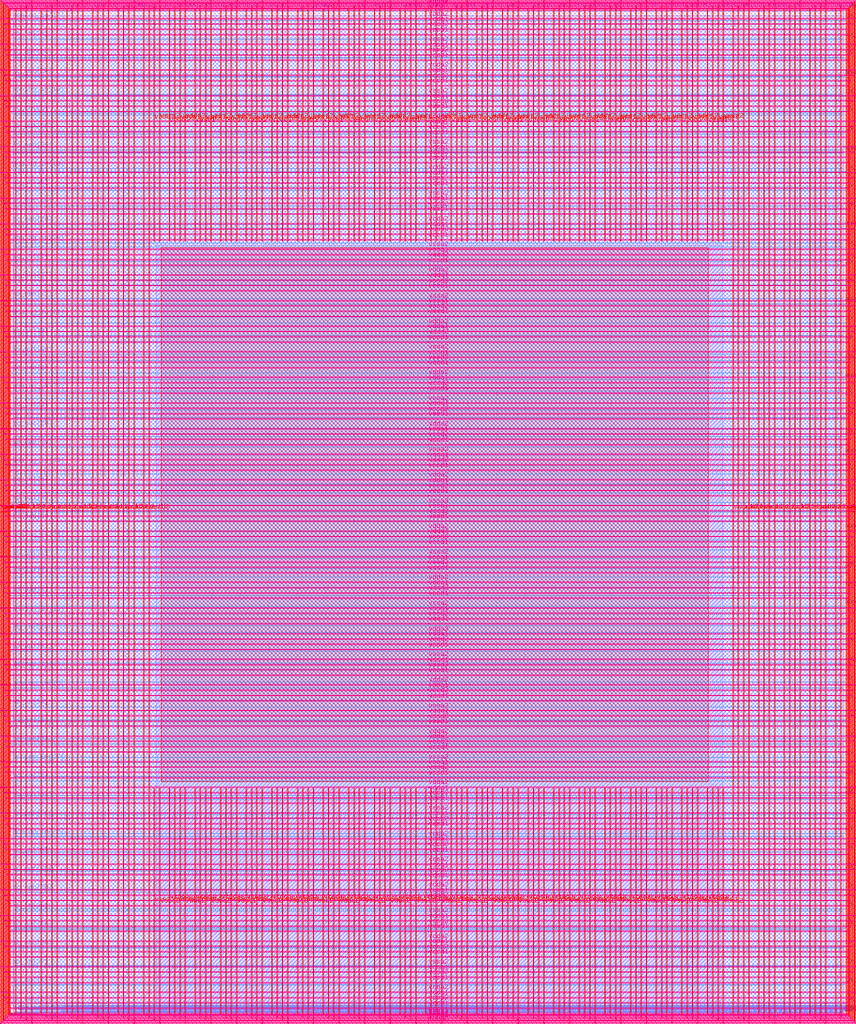
<source format=lef>
VERSION 5.7 ;
  NOWIREEXTENSIONATPIN ON ;
  DIVIDERCHAR "/" ;
  BUSBITCHARS "[]" ;
MACRO user_project_wrapper
  CLASS BLOCK ;
  FOREIGN user_project_wrapper ;
  ORIGIN 0.000 0.000 ;
  SIZE 2920.000 BY 3520.000 ;
  PIN analog_io[0]
    DIRECTION INOUT ;
    USE SIGNAL ;
    PORT
      LAYER met3 ;
        RECT 2917.600 1426.380 2924.800 1427.580 ;
    END
  END analog_io[0]
  PIN analog_io[10]
    DIRECTION INOUT ;
    USE SIGNAL ;
    PORT
      LAYER met2 ;
        RECT 2230.490 3517.600 2231.050 3524.800 ;
    END
  END analog_io[10]
  PIN analog_io[11]
    DIRECTION INOUT ;
    USE SIGNAL ;
    PORT
      LAYER met2 ;
        RECT 1905.730 3517.600 1906.290 3524.800 ;
    END
  END analog_io[11]
  PIN analog_io[12]
    DIRECTION INOUT ;
    USE SIGNAL ;
    PORT
      LAYER met2 ;
        RECT 1581.430 3517.600 1581.990 3524.800 ;
    END
  END analog_io[12]
  PIN analog_io[13]
    DIRECTION INOUT ;
    USE SIGNAL ;
    PORT
      LAYER met2 ;
        RECT 1257.130 3517.600 1257.690 3524.800 ;
    END
  END analog_io[13]
  PIN analog_io[14]
    DIRECTION INOUT ;
    USE SIGNAL ;
    PORT
      LAYER met2 ;
        RECT 932.370 3517.600 932.930 3524.800 ;
    END
  END analog_io[14]
  PIN analog_io[15]
    DIRECTION INOUT ;
    USE SIGNAL ;
    PORT
      LAYER met2 ;
        RECT 608.070 3517.600 608.630 3524.800 ;
    END
  END analog_io[15]
  PIN analog_io[16]
    DIRECTION INOUT ;
    USE SIGNAL ;
    PORT
      LAYER met2 ;
        RECT 283.770 3517.600 284.330 3524.800 ;
    END
  END analog_io[16]
  PIN analog_io[17]
    DIRECTION INOUT ;
    USE SIGNAL ;
    PORT
      LAYER met3 ;
        RECT -4.800 3486.100 2.400 3487.300 ;
    END
  END analog_io[17]
  PIN analog_io[18]
    DIRECTION INOUT ;
    USE SIGNAL ;
    PORT
      LAYER met3 ;
        RECT -4.800 3224.980 2.400 3226.180 ;
    END
  END analog_io[18]
  PIN analog_io[19]
    DIRECTION INOUT ;
    USE SIGNAL ;
    PORT
      LAYER met3 ;
        RECT -4.800 2964.540 2.400 2965.740 ;
    END
  END analog_io[19]
  PIN analog_io[1]
    DIRECTION INOUT ;
    USE SIGNAL ;
    PORT
      LAYER met3 ;
        RECT 2917.600 1692.260 2924.800 1693.460 ;
    END
  END analog_io[1]
  PIN analog_io[20]
    DIRECTION INOUT ;
    USE SIGNAL ;
    PORT
      LAYER met3 ;
        RECT -4.800 2703.420 2.400 2704.620 ;
    END
  END analog_io[20]
  PIN analog_io[21]
    DIRECTION INOUT ;
    USE SIGNAL ;
    PORT
      LAYER met3 ;
        RECT -4.800 2442.980 2.400 2444.180 ;
    END
  END analog_io[21]
  PIN analog_io[22]
    DIRECTION INOUT ;
    USE SIGNAL ;
    PORT
      LAYER met3 ;
        RECT -4.800 2182.540 2.400 2183.740 ;
    END
  END analog_io[22]
  PIN analog_io[23]
    DIRECTION INOUT ;
    USE SIGNAL ;
    PORT
      LAYER met3 ;
        RECT -4.800 1921.420 2.400 1922.620 ;
    END
  END analog_io[23]
  PIN analog_io[24]
    DIRECTION INOUT ;
    USE SIGNAL ;
    PORT
      LAYER met3 ;
        RECT -4.800 1660.980 2.400 1662.180 ;
    END
  END analog_io[24]
  PIN analog_io[25]
    DIRECTION INOUT ;
    USE SIGNAL ;
    PORT
      LAYER met3 ;
        RECT -4.800 1399.860 2.400 1401.060 ;
    END
  END analog_io[25]
  PIN analog_io[26]
    DIRECTION INOUT ;
    USE SIGNAL ;
    PORT
      LAYER met3 ;
        RECT -4.800 1139.420 2.400 1140.620 ;
    END
  END analog_io[26]
  PIN analog_io[27]
    DIRECTION INOUT ;
    USE SIGNAL ;
    PORT
      LAYER met3 ;
        RECT -4.800 878.980 2.400 880.180 ;
    END
  END analog_io[27]
  PIN analog_io[28]
    DIRECTION INOUT ;
    USE SIGNAL ;
    PORT
      LAYER met3 ;
        RECT -4.800 617.860 2.400 619.060 ;
    END
  END analog_io[28]
  PIN analog_io[2]
    DIRECTION INOUT ;
    USE SIGNAL ;
    PORT
      LAYER met3 ;
        RECT 2917.600 1958.140 2924.800 1959.340 ;
    END
  END analog_io[2]
  PIN analog_io[3]
    DIRECTION INOUT ;
    USE SIGNAL ;
    PORT
      LAYER met3 ;
        RECT 2917.600 2223.340 2924.800 2224.540 ;
    END
  END analog_io[3]
  PIN analog_io[4]
    DIRECTION INOUT ;
    USE SIGNAL ;
    PORT
      LAYER met3 ;
        RECT 2917.600 2489.220 2924.800 2490.420 ;
    END
  END analog_io[4]
  PIN analog_io[5]
    DIRECTION INOUT ;
    USE SIGNAL ;
    PORT
      LAYER met3 ;
        RECT 2917.600 2755.100 2924.800 2756.300 ;
    END
  END analog_io[5]
  PIN analog_io[6]
    DIRECTION INOUT ;
    USE SIGNAL ;
    PORT
      LAYER met3 ;
        RECT 2917.600 3020.300 2924.800 3021.500 ;
    END
  END analog_io[6]
  PIN analog_io[7]
    DIRECTION INOUT ;
    USE SIGNAL ;
    PORT
      LAYER met3 ;
        RECT 2917.600 3286.180 2924.800 3287.380 ;
    END
  END analog_io[7]
  PIN analog_io[8]
    DIRECTION INOUT ;
    USE SIGNAL ;
    PORT
      LAYER met2 ;
        RECT 2879.090 3517.600 2879.650 3524.800 ;
    END
  END analog_io[8]
  PIN analog_io[9]
    DIRECTION INOUT ;
    USE SIGNAL ;
    PORT
      LAYER met2 ;
        RECT 2554.790 3517.600 2555.350 3524.800 ;
    END
  END analog_io[9]
  PIN io_in[0]
    DIRECTION INPUT ;
    USE SIGNAL ;
    PORT
      LAYER met3 ;
        RECT 2917.600 32.380 2924.800 33.580 ;
    END
  END io_in[0]
  PIN io_in[10]
    DIRECTION INPUT ;
    USE SIGNAL ;
    PORT
      LAYER met3 ;
        RECT 2917.600 2289.980 2924.800 2291.180 ;
    END
  END io_in[10]
  PIN io_in[11]
    DIRECTION INPUT ;
    USE SIGNAL ;
    PORT
      LAYER met3 ;
        RECT 2917.600 2555.860 2924.800 2557.060 ;
    END
  END io_in[11]
  PIN io_in[12]
    DIRECTION INPUT ;
    USE SIGNAL ;
    PORT
      LAYER met3 ;
        RECT 2917.600 2821.060 2924.800 2822.260 ;
    END
  END io_in[12]
  PIN io_in[13]
    DIRECTION INPUT ;
    USE SIGNAL ;
    PORT
      LAYER met3 ;
        RECT 2917.600 3086.940 2924.800 3088.140 ;
    END
  END io_in[13]
  PIN io_in[14]
    DIRECTION INPUT ;
    USE SIGNAL ;
    PORT
      LAYER met3 ;
        RECT 2917.600 3352.820 2924.800 3354.020 ;
    END
  END io_in[14]
  PIN io_in[15]
    DIRECTION INPUT ;
    USE SIGNAL ;
    PORT
      LAYER met2 ;
        RECT 2798.130 3517.600 2798.690 3524.800 ;
    END
  END io_in[15]
  PIN io_in[16]
    DIRECTION INPUT ;
    USE SIGNAL ;
    PORT
      LAYER met2 ;
        RECT 2473.830 3517.600 2474.390 3524.800 ;
    END
  END io_in[16]
  PIN io_in[17]
    DIRECTION INPUT ;
    USE SIGNAL ;
    PORT
      LAYER met2 ;
        RECT 2149.070 3517.600 2149.630 3524.800 ;
    END
  END io_in[17]
  PIN io_in[18]
    DIRECTION INPUT ;
    USE SIGNAL ;
    PORT
      LAYER met2 ;
        RECT 1824.770 3517.600 1825.330 3524.800 ;
    END
  END io_in[18]
  PIN io_in[19]
    DIRECTION INPUT ;
    USE SIGNAL ;
    PORT
      LAYER met2 ;
        RECT 1500.470 3517.600 1501.030 3524.800 ;
    END
  END io_in[19]
  PIN io_in[1]
    DIRECTION INPUT ;
    USE SIGNAL ;
    PORT
      LAYER met3 ;
        RECT 2917.600 230.940 2924.800 232.140 ;
    END
  END io_in[1]
  PIN io_in[20]
    DIRECTION INPUT ;
    USE SIGNAL ;
    PORT
      LAYER met2 ;
        RECT 1175.710 3517.600 1176.270 3524.800 ;
    END
  END io_in[20]
  PIN io_in[21]
    DIRECTION INPUT ;
    USE SIGNAL ;
    PORT
      LAYER met2 ;
        RECT 851.410 3517.600 851.970 3524.800 ;
    END
  END io_in[21]
  PIN io_in[22]
    DIRECTION INPUT ;
    USE SIGNAL ;
    PORT
      LAYER met2 ;
        RECT 527.110 3517.600 527.670 3524.800 ;
    END
  END io_in[22]
  PIN io_in[23]
    DIRECTION INPUT ;
    USE SIGNAL ;
    PORT
      LAYER met2 ;
        RECT 202.350 3517.600 202.910 3524.800 ;
    END
  END io_in[23]
  PIN io_in[24]
    DIRECTION INPUT ;
    USE SIGNAL ;
    PORT
      LAYER met3 ;
        RECT -4.800 3420.820 2.400 3422.020 ;
    END
  END io_in[24]
  PIN io_in[25]
    DIRECTION INPUT ;
    USE SIGNAL ;
    PORT
      LAYER met3 ;
        RECT -4.800 3159.700 2.400 3160.900 ;
    END
  END io_in[25]
  PIN io_in[26]
    DIRECTION INPUT ;
    USE SIGNAL ;
    PORT
      LAYER met3 ;
        RECT -4.800 2899.260 2.400 2900.460 ;
    END
  END io_in[26]
  PIN io_in[27]
    DIRECTION INPUT ;
    USE SIGNAL ;
    PORT
      LAYER met3 ;
        RECT -4.800 2638.820 2.400 2640.020 ;
    END
  END io_in[27]
  PIN io_in[28]
    DIRECTION INPUT ;
    USE SIGNAL ;
    PORT
      LAYER met3 ;
        RECT -4.800 2377.700 2.400 2378.900 ;
    END
  END io_in[28]
  PIN io_in[29]
    DIRECTION INPUT ;
    USE SIGNAL ;
    PORT
      LAYER met3 ;
        RECT -4.800 2117.260 2.400 2118.460 ;
    END
  END io_in[29]
  PIN io_in[2]
    DIRECTION INPUT ;
    USE SIGNAL ;
    PORT
      LAYER met3 ;
        RECT 2917.600 430.180 2924.800 431.380 ;
    END
  END io_in[2]
  PIN io_in[30]
    DIRECTION INPUT ;
    USE SIGNAL ;
    PORT
      LAYER met3 ;
        RECT -4.800 1856.140 2.400 1857.340 ;
    END
  END io_in[30]
  PIN io_in[31]
    DIRECTION INPUT ;
    USE SIGNAL ;
    PORT
      LAYER met3 ;
        RECT -4.800 1595.700 2.400 1596.900 ;
    END
  END io_in[31]
  PIN io_in[32]
    DIRECTION INPUT ;
    USE SIGNAL ;
    PORT
      LAYER met3 ;
        RECT -4.800 1335.260 2.400 1336.460 ;
    END
  END io_in[32]
  PIN io_in[33]
    DIRECTION INPUT ;
    USE SIGNAL ;
    PORT
      LAYER met3 ;
        RECT -4.800 1074.140 2.400 1075.340 ;
    END
  END io_in[33]
  PIN io_in[34]
    DIRECTION INPUT ;
    USE SIGNAL ;
    PORT
      LAYER met3 ;
        RECT -4.800 813.700 2.400 814.900 ;
    END
  END io_in[34]
  PIN io_in[35]
    DIRECTION INPUT ;
    USE SIGNAL ;
    PORT
      LAYER met3 ;
        RECT -4.800 552.580 2.400 553.780 ;
    END
  END io_in[35]
  PIN io_in[36]
    DIRECTION INPUT ;
    USE SIGNAL ;
    PORT
      LAYER met3 ;
        RECT -4.800 357.420 2.400 358.620 ;
    END
  END io_in[36]
  PIN io_in[37]
    DIRECTION INPUT ;
    USE SIGNAL ;
    PORT
      LAYER met3 ;
        RECT -4.800 161.580 2.400 162.780 ;
    END
  END io_in[37]
  PIN io_in[3]
    DIRECTION INPUT ;
    USE SIGNAL ;
    PORT
      LAYER met3 ;
        RECT 2917.600 629.420 2924.800 630.620 ;
    END
  END io_in[3]
  PIN io_in[4]
    DIRECTION INPUT ;
    USE SIGNAL ;
    PORT
      LAYER met3 ;
        RECT 2917.600 828.660 2924.800 829.860 ;
    END
  END io_in[4]
  PIN io_in[5]
    DIRECTION INPUT ;
    USE SIGNAL ;
    PORT
      LAYER met3 ;
        RECT 2917.600 1027.900 2924.800 1029.100 ;
    END
  END io_in[5]
  PIN io_in[6]
    DIRECTION INPUT ;
    USE SIGNAL ;
    PORT
      LAYER met3 ;
        RECT 2917.600 1227.140 2924.800 1228.340 ;
    END
  END io_in[6]
  PIN io_in[7]
    DIRECTION INPUT ;
    USE SIGNAL ;
    PORT
      LAYER met3 ;
        RECT 2917.600 1493.020 2924.800 1494.220 ;
    END
  END io_in[7]
  PIN io_in[8]
    DIRECTION INPUT ;
    USE SIGNAL ;
    PORT
      LAYER met3 ;
        RECT 2917.600 1758.900 2924.800 1760.100 ;
    END
  END io_in[8]
  PIN io_in[9]
    DIRECTION INPUT ;
    USE SIGNAL ;
    PORT
      LAYER met3 ;
        RECT 2917.600 2024.100 2924.800 2025.300 ;
    END
  END io_in[9]
  PIN io_oeb[0]
    DIRECTION OUTPUT TRISTATE ;
    USE SIGNAL ;
    PORT
      LAYER met3 ;
        RECT 2917.600 164.980 2924.800 166.180 ;
    END
  END io_oeb[0]
  PIN io_oeb[10]
    DIRECTION OUTPUT TRISTATE ;
    USE SIGNAL ;
    PORT
      LAYER met3 ;
        RECT 2917.600 2422.580 2924.800 2423.780 ;
    END
  END io_oeb[10]
  PIN io_oeb[11]
    DIRECTION OUTPUT TRISTATE ;
    USE SIGNAL ;
    PORT
      LAYER met3 ;
        RECT 2917.600 2688.460 2924.800 2689.660 ;
    END
  END io_oeb[11]
  PIN io_oeb[12]
    DIRECTION OUTPUT TRISTATE ;
    USE SIGNAL ;
    PORT
      LAYER met3 ;
        RECT 2917.600 2954.340 2924.800 2955.540 ;
    END
  END io_oeb[12]
  PIN io_oeb[13]
    DIRECTION OUTPUT TRISTATE ;
    USE SIGNAL ;
    PORT
      LAYER met3 ;
        RECT 2917.600 3219.540 2924.800 3220.740 ;
    END
  END io_oeb[13]
  PIN io_oeb[14]
    DIRECTION OUTPUT TRISTATE ;
    USE SIGNAL ;
    PORT
      LAYER met3 ;
        RECT 2917.600 3485.420 2924.800 3486.620 ;
    END
  END io_oeb[14]
  PIN io_oeb[15]
    DIRECTION OUTPUT TRISTATE ;
    USE SIGNAL ;
    PORT
      LAYER met2 ;
        RECT 2635.750 3517.600 2636.310 3524.800 ;
    END
  END io_oeb[15]
  PIN io_oeb[16]
    DIRECTION OUTPUT TRISTATE ;
    USE SIGNAL ;
    PORT
      LAYER met2 ;
        RECT 2311.450 3517.600 2312.010 3524.800 ;
    END
  END io_oeb[16]
  PIN io_oeb[17]
    DIRECTION OUTPUT TRISTATE ;
    USE SIGNAL ;
    PORT
      LAYER met2 ;
        RECT 1987.150 3517.600 1987.710 3524.800 ;
    END
  END io_oeb[17]
  PIN io_oeb[18]
    DIRECTION OUTPUT TRISTATE ;
    USE SIGNAL ;
    PORT
      LAYER met2 ;
        RECT 1662.390 3517.600 1662.950 3524.800 ;
    END
  END io_oeb[18]
  PIN io_oeb[19]
    DIRECTION OUTPUT TRISTATE ;
    USE SIGNAL ;
    PORT
      LAYER met2 ;
        RECT 1338.090 3517.600 1338.650 3524.800 ;
    END
  END io_oeb[19]
  PIN io_oeb[1]
    DIRECTION OUTPUT TRISTATE ;
    USE SIGNAL ;
    PORT
      LAYER met3 ;
        RECT 2917.600 364.220 2924.800 365.420 ;
    END
  END io_oeb[1]
  PIN io_oeb[20]
    DIRECTION OUTPUT TRISTATE ;
    USE SIGNAL ;
    PORT
      LAYER met2 ;
        RECT 1013.790 3517.600 1014.350 3524.800 ;
    END
  END io_oeb[20]
  PIN io_oeb[21]
    DIRECTION OUTPUT TRISTATE ;
    USE SIGNAL ;
    PORT
      LAYER met2 ;
        RECT 689.030 3517.600 689.590 3524.800 ;
    END
  END io_oeb[21]
  PIN io_oeb[22]
    DIRECTION OUTPUT TRISTATE ;
    USE SIGNAL ;
    PORT
      LAYER met2 ;
        RECT 364.730 3517.600 365.290 3524.800 ;
    END
  END io_oeb[22]
  PIN io_oeb[23]
    DIRECTION OUTPUT TRISTATE ;
    USE SIGNAL ;
    PORT
      LAYER met2 ;
        RECT 40.430 3517.600 40.990 3524.800 ;
    END
  END io_oeb[23]
  PIN io_oeb[24]
    DIRECTION OUTPUT TRISTATE ;
    USE SIGNAL ;
    PORT
      LAYER met3 ;
        RECT -4.800 3290.260 2.400 3291.460 ;
    END
  END io_oeb[24]
  PIN io_oeb[25]
    DIRECTION OUTPUT TRISTATE ;
    USE SIGNAL ;
    PORT
      LAYER met3 ;
        RECT -4.800 3029.820 2.400 3031.020 ;
    END
  END io_oeb[25]
  PIN io_oeb[26]
    DIRECTION OUTPUT TRISTATE ;
    USE SIGNAL ;
    PORT
      LAYER met3 ;
        RECT -4.800 2768.700 2.400 2769.900 ;
    END
  END io_oeb[26]
  PIN io_oeb[27]
    DIRECTION OUTPUT TRISTATE ;
    USE SIGNAL ;
    PORT
      LAYER met3 ;
        RECT -4.800 2508.260 2.400 2509.460 ;
    END
  END io_oeb[27]
  PIN io_oeb[28]
    DIRECTION OUTPUT TRISTATE ;
    USE SIGNAL ;
    PORT
      LAYER met3 ;
        RECT -4.800 2247.140 2.400 2248.340 ;
    END
  END io_oeb[28]
  PIN io_oeb[29]
    DIRECTION OUTPUT TRISTATE ;
    USE SIGNAL ;
    PORT
      LAYER met3 ;
        RECT -4.800 1986.700 2.400 1987.900 ;
    END
  END io_oeb[29]
  PIN io_oeb[2]
    DIRECTION OUTPUT TRISTATE ;
    USE SIGNAL ;
    PORT
      LAYER met3 ;
        RECT 2917.600 563.460 2924.800 564.660 ;
    END
  END io_oeb[2]
  PIN io_oeb[30]
    DIRECTION OUTPUT TRISTATE ;
    USE SIGNAL ;
    PORT
      LAYER met3 ;
        RECT -4.800 1726.260 2.400 1727.460 ;
    END
  END io_oeb[30]
  PIN io_oeb[31]
    DIRECTION OUTPUT TRISTATE ;
    USE SIGNAL ;
    PORT
      LAYER met3 ;
        RECT -4.800 1465.140 2.400 1466.340 ;
    END
  END io_oeb[31]
  PIN io_oeb[32]
    DIRECTION OUTPUT TRISTATE ;
    USE SIGNAL ;
    PORT
      LAYER met3 ;
        RECT -4.800 1204.700 2.400 1205.900 ;
    END
  END io_oeb[32]
  PIN io_oeb[33]
    DIRECTION OUTPUT TRISTATE ;
    USE SIGNAL ;
    PORT
      LAYER met3 ;
        RECT -4.800 943.580 2.400 944.780 ;
    END
  END io_oeb[33]
  PIN io_oeb[34]
    DIRECTION OUTPUT TRISTATE ;
    USE SIGNAL ;
    PORT
      LAYER met3 ;
        RECT -4.800 683.140 2.400 684.340 ;
    END
  END io_oeb[34]
  PIN io_oeb[35]
    DIRECTION OUTPUT TRISTATE ;
    USE SIGNAL ;
    PORT
      LAYER met3 ;
        RECT -4.800 422.700 2.400 423.900 ;
    END
  END io_oeb[35]
  PIN io_oeb[36]
    DIRECTION OUTPUT TRISTATE ;
    USE SIGNAL ;
    PORT
      LAYER met3 ;
        RECT -4.800 226.860 2.400 228.060 ;
    END
  END io_oeb[36]
  PIN io_oeb[37]
    DIRECTION OUTPUT TRISTATE ;
    USE SIGNAL ;
    PORT
      LAYER met3 ;
        RECT -4.800 31.700 2.400 32.900 ;
    END
  END io_oeb[37]
  PIN io_oeb[3]
    DIRECTION OUTPUT TRISTATE ;
    USE SIGNAL ;
    PORT
      LAYER met3 ;
        RECT 2917.600 762.700 2924.800 763.900 ;
    END
  END io_oeb[3]
  PIN io_oeb[4]
    DIRECTION OUTPUT TRISTATE ;
    USE SIGNAL ;
    PORT
      LAYER met3 ;
        RECT 2917.600 961.940 2924.800 963.140 ;
    END
  END io_oeb[4]
  PIN io_oeb[5]
    DIRECTION OUTPUT TRISTATE ;
    USE SIGNAL ;
    PORT
      LAYER met3 ;
        RECT 2917.600 1161.180 2924.800 1162.380 ;
    END
  END io_oeb[5]
  PIN io_oeb[6]
    DIRECTION OUTPUT TRISTATE ;
    USE SIGNAL ;
    PORT
      LAYER met3 ;
        RECT 2917.600 1360.420 2924.800 1361.620 ;
    END
  END io_oeb[6]
  PIN io_oeb[7]
    DIRECTION OUTPUT TRISTATE ;
    USE SIGNAL ;
    PORT
      LAYER met3 ;
        RECT 2917.600 1625.620 2924.800 1626.820 ;
    END
  END io_oeb[7]
  PIN io_oeb[8]
    DIRECTION OUTPUT TRISTATE ;
    USE SIGNAL ;
    PORT
      LAYER met3 ;
        RECT 2917.600 1891.500 2924.800 1892.700 ;
    END
  END io_oeb[8]
  PIN io_oeb[9]
    DIRECTION OUTPUT TRISTATE ;
    USE SIGNAL ;
    PORT
      LAYER met3 ;
        RECT 2917.600 2157.380 2924.800 2158.580 ;
    END
  END io_oeb[9]
  PIN io_out[0]
    DIRECTION OUTPUT TRISTATE ;
    USE SIGNAL ;
    PORT
      LAYER met3 ;
        RECT 2917.600 98.340 2924.800 99.540 ;
    END
  END io_out[0]
  PIN io_out[10]
    DIRECTION OUTPUT TRISTATE ;
    USE SIGNAL ;
    PORT
      LAYER met3 ;
        RECT 2917.600 2356.620 2924.800 2357.820 ;
    END
  END io_out[10]
  PIN io_out[11]
    DIRECTION OUTPUT TRISTATE ;
    USE SIGNAL ;
    PORT
      LAYER met3 ;
        RECT 2917.600 2621.820 2924.800 2623.020 ;
    END
  END io_out[11]
  PIN io_out[12]
    DIRECTION OUTPUT TRISTATE ;
    USE SIGNAL ;
    PORT
      LAYER met3 ;
        RECT 2917.600 2887.700 2924.800 2888.900 ;
    END
  END io_out[12]
  PIN io_out[13]
    DIRECTION OUTPUT TRISTATE ;
    USE SIGNAL ;
    PORT
      LAYER met3 ;
        RECT 2917.600 3153.580 2924.800 3154.780 ;
    END
  END io_out[13]
  PIN io_out[14]
    DIRECTION OUTPUT TRISTATE ;
    USE SIGNAL ;
    PORT
      LAYER met3 ;
        RECT 2917.600 3418.780 2924.800 3419.980 ;
    END
  END io_out[14]
  PIN io_out[15]
    DIRECTION OUTPUT TRISTATE ;
    USE SIGNAL ;
    PORT
      LAYER met2 ;
        RECT 2717.170 3517.600 2717.730 3524.800 ;
    END
  END io_out[15]
  PIN io_out[16]
    DIRECTION OUTPUT TRISTATE ;
    USE SIGNAL ;
    PORT
      LAYER met2 ;
        RECT 2392.410 3517.600 2392.970 3524.800 ;
    END
  END io_out[16]
  PIN io_out[17]
    DIRECTION OUTPUT TRISTATE ;
    USE SIGNAL ;
    PORT
      LAYER met2 ;
        RECT 2068.110 3517.600 2068.670 3524.800 ;
    END
  END io_out[17]
  PIN io_out[18]
    DIRECTION OUTPUT TRISTATE ;
    USE SIGNAL ;
    PORT
      LAYER met2 ;
        RECT 1743.810 3517.600 1744.370 3524.800 ;
    END
  END io_out[18]
  PIN io_out[19]
    DIRECTION OUTPUT TRISTATE ;
    USE SIGNAL ;
    PORT
      LAYER met2 ;
        RECT 1419.050 3517.600 1419.610 3524.800 ;
    END
  END io_out[19]
  PIN io_out[1]
    DIRECTION OUTPUT TRISTATE ;
    USE SIGNAL ;
    PORT
      LAYER met3 ;
        RECT 2917.600 297.580 2924.800 298.780 ;
    END
  END io_out[1]
  PIN io_out[20]
    DIRECTION OUTPUT TRISTATE ;
    USE SIGNAL ;
    PORT
      LAYER met2 ;
        RECT 1094.750 3517.600 1095.310 3524.800 ;
    END
  END io_out[20]
  PIN io_out[21]
    DIRECTION OUTPUT TRISTATE ;
    USE SIGNAL ;
    PORT
      LAYER met2 ;
        RECT 770.450 3517.600 771.010 3524.800 ;
    END
  END io_out[21]
  PIN io_out[22]
    DIRECTION OUTPUT TRISTATE ;
    USE SIGNAL ;
    PORT
      LAYER met2 ;
        RECT 445.690 3517.600 446.250 3524.800 ;
    END
  END io_out[22]
  PIN io_out[23]
    DIRECTION OUTPUT TRISTATE ;
    USE SIGNAL ;
    PORT
      LAYER met2 ;
        RECT 121.390 3517.600 121.950 3524.800 ;
    END
  END io_out[23]
  PIN io_out[24]
    DIRECTION OUTPUT TRISTATE ;
    USE SIGNAL ;
    PORT
      LAYER met3 ;
        RECT -4.800 3355.540 2.400 3356.740 ;
    END
  END io_out[24]
  PIN io_out[25]
    DIRECTION OUTPUT TRISTATE ;
    USE SIGNAL ;
    PORT
      LAYER met3 ;
        RECT -4.800 3095.100 2.400 3096.300 ;
    END
  END io_out[25]
  PIN io_out[26]
    DIRECTION OUTPUT TRISTATE ;
    USE SIGNAL ;
    PORT
      LAYER met3 ;
        RECT -4.800 2833.980 2.400 2835.180 ;
    END
  END io_out[26]
  PIN io_out[27]
    DIRECTION OUTPUT TRISTATE ;
    USE SIGNAL ;
    PORT
      LAYER met3 ;
        RECT -4.800 2573.540 2.400 2574.740 ;
    END
  END io_out[27]
  PIN io_out[28]
    DIRECTION OUTPUT TRISTATE ;
    USE SIGNAL ;
    PORT
      LAYER met3 ;
        RECT -4.800 2312.420 2.400 2313.620 ;
    END
  END io_out[28]
  PIN io_out[29]
    DIRECTION OUTPUT TRISTATE ;
    USE SIGNAL ;
    PORT
      LAYER met3 ;
        RECT -4.800 2051.980 2.400 2053.180 ;
    END
  END io_out[29]
  PIN io_out[2]
    DIRECTION OUTPUT TRISTATE ;
    USE SIGNAL ;
    PORT
      LAYER met3 ;
        RECT 2917.600 496.820 2924.800 498.020 ;
    END
  END io_out[2]
  PIN io_out[30]
    DIRECTION OUTPUT TRISTATE ;
    USE SIGNAL ;
    PORT
      LAYER met3 ;
        RECT -4.800 1791.540 2.400 1792.740 ;
    END
  END io_out[30]
  PIN io_out[31]
    DIRECTION OUTPUT TRISTATE ;
    USE SIGNAL ;
    PORT
      LAYER met3 ;
        RECT -4.800 1530.420 2.400 1531.620 ;
    END
  END io_out[31]
  PIN io_out[32]
    DIRECTION OUTPUT TRISTATE ;
    USE SIGNAL ;
    PORT
      LAYER met3 ;
        RECT -4.800 1269.980 2.400 1271.180 ;
    END
  END io_out[32]
  PIN io_out[33]
    DIRECTION OUTPUT TRISTATE ;
    USE SIGNAL ;
    PORT
      LAYER met3 ;
        RECT -4.800 1008.860 2.400 1010.060 ;
    END
  END io_out[33]
  PIN io_out[34]
    DIRECTION OUTPUT TRISTATE ;
    USE SIGNAL ;
    PORT
      LAYER met3 ;
        RECT -4.800 748.420 2.400 749.620 ;
    END
  END io_out[34]
  PIN io_out[35]
    DIRECTION OUTPUT TRISTATE ;
    USE SIGNAL ;
    PORT
      LAYER met3 ;
        RECT -4.800 487.300 2.400 488.500 ;
    END
  END io_out[35]
  PIN io_out[36]
    DIRECTION OUTPUT TRISTATE ;
    USE SIGNAL ;
    PORT
      LAYER met3 ;
        RECT -4.800 292.140 2.400 293.340 ;
    END
  END io_out[36]
  PIN io_out[37]
    DIRECTION OUTPUT TRISTATE ;
    USE SIGNAL ;
    PORT
      LAYER met3 ;
        RECT -4.800 96.300 2.400 97.500 ;
    END
  END io_out[37]
  PIN io_out[3]
    DIRECTION OUTPUT TRISTATE ;
    USE SIGNAL ;
    PORT
      LAYER met3 ;
        RECT 2917.600 696.060 2924.800 697.260 ;
    END
  END io_out[3]
  PIN io_out[4]
    DIRECTION OUTPUT TRISTATE ;
    USE SIGNAL ;
    PORT
      LAYER met3 ;
        RECT 2917.600 895.300 2924.800 896.500 ;
    END
  END io_out[4]
  PIN io_out[5]
    DIRECTION OUTPUT TRISTATE ;
    USE SIGNAL ;
    PORT
      LAYER met3 ;
        RECT 2917.600 1094.540 2924.800 1095.740 ;
    END
  END io_out[5]
  PIN io_out[6]
    DIRECTION OUTPUT TRISTATE ;
    USE SIGNAL ;
    PORT
      LAYER met3 ;
        RECT 2917.600 1293.780 2924.800 1294.980 ;
    END
  END io_out[6]
  PIN io_out[7]
    DIRECTION OUTPUT TRISTATE ;
    USE SIGNAL ;
    PORT
      LAYER met3 ;
        RECT 2917.600 1559.660 2924.800 1560.860 ;
    END
  END io_out[7]
  PIN io_out[8]
    DIRECTION OUTPUT TRISTATE ;
    USE SIGNAL ;
    PORT
      LAYER met3 ;
        RECT 2917.600 1824.860 2924.800 1826.060 ;
    END
  END io_out[8]
  PIN io_out[9]
    DIRECTION OUTPUT TRISTATE ;
    USE SIGNAL ;
    PORT
      LAYER met3 ;
        RECT 2917.600 2090.740 2924.800 2091.940 ;
    END
  END io_out[9]
  PIN la_data_in[0]
    DIRECTION INPUT ;
    USE SIGNAL ;
    PORT
      LAYER met2 ;
        RECT 629.230 -4.800 629.790 2.400 ;
    END
  END la_data_in[0]
  PIN la_data_in[100]
    DIRECTION INPUT ;
    USE SIGNAL ;
    PORT
      LAYER met2 ;
        RECT 2402.530 -4.800 2403.090 2.400 ;
    END
  END la_data_in[100]
  PIN la_data_in[101]
    DIRECTION INPUT ;
    USE SIGNAL ;
    PORT
      LAYER met2 ;
        RECT 2420.010 -4.800 2420.570 2.400 ;
    END
  END la_data_in[101]
  PIN la_data_in[102]
    DIRECTION INPUT ;
    USE SIGNAL ;
    PORT
      LAYER met2 ;
        RECT 2437.950 -4.800 2438.510 2.400 ;
    END
  END la_data_in[102]
  PIN la_data_in[103]
    DIRECTION INPUT ;
    USE SIGNAL ;
    PORT
      LAYER met2 ;
        RECT 2455.430 -4.800 2455.990 2.400 ;
    END
  END la_data_in[103]
  PIN la_data_in[104]
    DIRECTION INPUT ;
    USE SIGNAL ;
    PORT
      LAYER met2 ;
        RECT 2473.370 -4.800 2473.930 2.400 ;
    END
  END la_data_in[104]
  PIN la_data_in[105]
    DIRECTION INPUT ;
    USE SIGNAL ;
    PORT
      LAYER met2 ;
        RECT 2490.850 -4.800 2491.410 2.400 ;
    END
  END la_data_in[105]
  PIN la_data_in[106]
    DIRECTION INPUT ;
    USE SIGNAL ;
    PORT
      LAYER met2 ;
        RECT 2508.790 -4.800 2509.350 2.400 ;
    END
  END la_data_in[106]
  PIN la_data_in[107]
    DIRECTION INPUT ;
    USE SIGNAL ;
    PORT
      LAYER met2 ;
        RECT 2526.730 -4.800 2527.290 2.400 ;
    END
  END la_data_in[107]
  PIN la_data_in[108]
    DIRECTION INPUT ;
    USE SIGNAL ;
    PORT
      LAYER met2 ;
        RECT 2544.210 -4.800 2544.770 2.400 ;
    END
  END la_data_in[108]
  PIN la_data_in[109]
    DIRECTION INPUT ;
    USE SIGNAL ;
    PORT
      LAYER met2 ;
        RECT 2562.150 -4.800 2562.710 2.400 ;
    END
  END la_data_in[109]
  PIN la_data_in[10]
    DIRECTION INPUT ;
    USE SIGNAL ;
    PORT
      LAYER met2 ;
        RECT 806.330 -4.800 806.890 2.400 ;
    END
  END la_data_in[10]
  PIN la_data_in[110]
    DIRECTION INPUT ;
    USE SIGNAL ;
    PORT
      LAYER met2 ;
        RECT 2579.630 -4.800 2580.190 2.400 ;
    END
  END la_data_in[110]
  PIN la_data_in[111]
    DIRECTION INPUT ;
    USE SIGNAL ;
    PORT
      LAYER met2 ;
        RECT 2597.570 -4.800 2598.130 2.400 ;
    END
  END la_data_in[111]
  PIN la_data_in[112]
    DIRECTION INPUT ;
    USE SIGNAL ;
    PORT
      LAYER met2 ;
        RECT 2615.050 -4.800 2615.610 2.400 ;
    END
  END la_data_in[112]
  PIN la_data_in[113]
    DIRECTION INPUT ;
    USE SIGNAL ;
    PORT
      LAYER met2 ;
        RECT 2632.990 -4.800 2633.550 2.400 ;
    END
  END la_data_in[113]
  PIN la_data_in[114]
    DIRECTION INPUT ;
    USE SIGNAL ;
    PORT
      LAYER met2 ;
        RECT 2650.470 -4.800 2651.030 2.400 ;
    END
  END la_data_in[114]
  PIN la_data_in[115]
    DIRECTION INPUT ;
    USE SIGNAL ;
    PORT
      LAYER met2 ;
        RECT 2668.410 -4.800 2668.970 2.400 ;
    END
  END la_data_in[115]
  PIN la_data_in[116]
    DIRECTION INPUT ;
    USE SIGNAL ;
    PORT
      LAYER met2 ;
        RECT 2685.890 -4.800 2686.450 2.400 ;
    END
  END la_data_in[116]
  PIN la_data_in[117]
    DIRECTION INPUT ;
    USE SIGNAL ;
    PORT
      LAYER met2 ;
        RECT 2703.830 -4.800 2704.390 2.400 ;
    END
  END la_data_in[117]
  PIN la_data_in[118]
    DIRECTION INPUT ;
    USE SIGNAL ;
    PORT
      LAYER met2 ;
        RECT 2721.770 -4.800 2722.330 2.400 ;
    END
  END la_data_in[118]
  PIN la_data_in[119]
    DIRECTION INPUT ;
    USE SIGNAL ;
    PORT
      LAYER met2 ;
        RECT 2739.250 -4.800 2739.810 2.400 ;
    END
  END la_data_in[119]
  PIN la_data_in[11]
    DIRECTION INPUT ;
    USE SIGNAL ;
    PORT
      LAYER met2 ;
        RECT 824.270 -4.800 824.830 2.400 ;
    END
  END la_data_in[11]
  PIN la_data_in[120]
    DIRECTION INPUT ;
    USE SIGNAL ;
    PORT
      LAYER met2 ;
        RECT 2757.190 -4.800 2757.750 2.400 ;
    END
  END la_data_in[120]
  PIN la_data_in[121]
    DIRECTION INPUT ;
    USE SIGNAL ;
    PORT
      LAYER met2 ;
        RECT 2774.670 -4.800 2775.230 2.400 ;
    END
  END la_data_in[121]
  PIN la_data_in[122]
    DIRECTION INPUT ;
    USE SIGNAL ;
    PORT
      LAYER met2 ;
        RECT 2792.610 -4.800 2793.170 2.400 ;
    END
  END la_data_in[122]
  PIN la_data_in[123]
    DIRECTION INPUT ;
    USE SIGNAL ;
    PORT
      LAYER met2 ;
        RECT 2810.090 -4.800 2810.650 2.400 ;
    END
  END la_data_in[123]
  PIN la_data_in[124]
    DIRECTION INPUT ;
    USE SIGNAL ;
    PORT
      LAYER met2 ;
        RECT 2828.030 -4.800 2828.590 2.400 ;
    END
  END la_data_in[124]
  PIN la_data_in[125]
    DIRECTION INPUT ;
    USE SIGNAL ;
    PORT
      LAYER met2 ;
        RECT 2845.510 -4.800 2846.070 2.400 ;
    END
  END la_data_in[125]
  PIN la_data_in[126]
    DIRECTION INPUT ;
    USE SIGNAL ;
    PORT
      LAYER met2 ;
        RECT 2863.450 -4.800 2864.010 2.400 ;
    END
  END la_data_in[126]
  PIN la_data_in[127]
    DIRECTION INPUT ;
    USE SIGNAL ;
    PORT
      LAYER met2 ;
        RECT 2881.390 -4.800 2881.950 2.400 ;
    END
  END la_data_in[127]
  PIN la_data_in[12]
    DIRECTION INPUT ;
    USE SIGNAL ;
    PORT
      LAYER met2 ;
        RECT 841.750 -4.800 842.310 2.400 ;
    END
  END la_data_in[12]
  PIN la_data_in[13]
    DIRECTION INPUT ;
    USE SIGNAL ;
    PORT
      LAYER met2 ;
        RECT 859.690 -4.800 860.250 2.400 ;
    END
  END la_data_in[13]
  PIN la_data_in[14]
    DIRECTION INPUT ;
    USE SIGNAL ;
    PORT
      LAYER met2 ;
        RECT 877.170 -4.800 877.730 2.400 ;
    END
  END la_data_in[14]
  PIN la_data_in[15]
    DIRECTION INPUT ;
    USE SIGNAL ;
    PORT
      LAYER met2 ;
        RECT 895.110 -4.800 895.670 2.400 ;
    END
  END la_data_in[15]
  PIN la_data_in[16]
    DIRECTION INPUT ;
    USE SIGNAL ;
    PORT
      LAYER met2 ;
        RECT 912.590 -4.800 913.150 2.400 ;
    END
  END la_data_in[16]
  PIN la_data_in[17]
    DIRECTION INPUT ;
    USE SIGNAL ;
    PORT
      LAYER met2 ;
        RECT 930.530 -4.800 931.090 2.400 ;
    END
  END la_data_in[17]
  PIN la_data_in[18]
    DIRECTION INPUT ;
    USE SIGNAL ;
    PORT
      LAYER met2 ;
        RECT 948.470 -4.800 949.030 2.400 ;
    END
  END la_data_in[18]
  PIN la_data_in[19]
    DIRECTION INPUT ;
    USE SIGNAL ;
    PORT
      LAYER met2 ;
        RECT 965.950 -4.800 966.510 2.400 ;
    END
  END la_data_in[19]
  PIN la_data_in[1]
    DIRECTION INPUT ;
    USE SIGNAL ;
    PORT
      LAYER met2 ;
        RECT 646.710 -4.800 647.270 2.400 ;
    END
  END la_data_in[1]
  PIN la_data_in[20]
    DIRECTION INPUT ;
    USE SIGNAL ;
    PORT
      LAYER met2 ;
        RECT 983.890 -4.800 984.450 2.400 ;
    END
  END la_data_in[20]
  PIN la_data_in[21]
    DIRECTION INPUT ;
    USE SIGNAL ;
    PORT
      LAYER met2 ;
        RECT 1001.370 -4.800 1001.930 2.400 ;
    END
  END la_data_in[21]
  PIN la_data_in[22]
    DIRECTION INPUT ;
    USE SIGNAL ;
    PORT
      LAYER met2 ;
        RECT 1019.310 -4.800 1019.870 2.400 ;
    END
  END la_data_in[22]
  PIN la_data_in[23]
    DIRECTION INPUT ;
    USE SIGNAL ;
    PORT
      LAYER met2 ;
        RECT 1036.790 -4.800 1037.350 2.400 ;
    END
  END la_data_in[23]
  PIN la_data_in[24]
    DIRECTION INPUT ;
    USE SIGNAL ;
    PORT
      LAYER met2 ;
        RECT 1054.730 -4.800 1055.290 2.400 ;
    END
  END la_data_in[24]
  PIN la_data_in[25]
    DIRECTION INPUT ;
    USE SIGNAL ;
    PORT
      LAYER met2 ;
        RECT 1072.210 -4.800 1072.770 2.400 ;
    END
  END la_data_in[25]
  PIN la_data_in[26]
    DIRECTION INPUT ;
    USE SIGNAL ;
    PORT
      LAYER met2 ;
        RECT 1090.150 -4.800 1090.710 2.400 ;
    END
  END la_data_in[26]
  PIN la_data_in[27]
    DIRECTION INPUT ;
    USE SIGNAL ;
    PORT
      LAYER met2 ;
        RECT 1107.630 -4.800 1108.190 2.400 ;
    END
  END la_data_in[27]
  PIN la_data_in[28]
    DIRECTION INPUT ;
    USE SIGNAL ;
    PORT
      LAYER met2 ;
        RECT 1125.570 -4.800 1126.130 2.400 ;
    END
  END la_data_in[28]
  PIN la_data_in[29]
    DIRECTION INPUT ;
    USE SIGNAL ;
    PORT
      LAYER met2 ;
        RECT 1143.510 -4.800 1144.070 2.400 ;
    END
  END la_data_in[29]
  PIN la_data_in[2]
    DIRECTION INPUT ;
    USE SIGNAL ;
    PORT
      LAYER met2 ;
        RECT 664.650 -4.800 665.210 2.400 ;
    END
  END la_data_in[2]
  PIN la_data_in[30]
    DIRECTION INPUT ;
    USE SIGNAL ;
    PORT
      LAYER met2 ;
        RECT 1160.990 -4.800 1161.550 2.400 ;
    END
  END la_data_in[30]
  PIN la_data_in[31]
    DIRECTION INPUT ;
    USE SIGNAL ;
    PORT
      LAYER met2 ;
        RECT 1178.930 -4.800 1179.490 2.400 ;
    END
  END la_data_in[31]
  PIN la_data_in[32]
    DIRECTION INPUT ;
    USE SIGNAL ;
    PORT
      LAYER met2 ;
        RECT 1196.410 -4.800 1196.970 2.400 ;
    END
  END la_data_in[32]
  PIN la_data_in[33]
    DIRECTION INPUT ;
    USE SIGNAL ;
    PORT
      LAYER met2 ;
        RECT 1214.350 -4.800 1214.910 2.400 ;
    END
  END la_data_in[33]
  PIN la_data_in[34]
    DIRECTION INPUT ;
    USE SIGNAL ;
    PORT
      LAYER met2 ;
        RECT 1231.830 -4.800 1232.390 2.400 ;
    END
  END la_data_in[34]
  PIN la_data_in[35]
    DIRECTION INPUT ;
    USE SIGNAL ;
    PORT
      LAYER met2 ;
        RECT 1249.770 -4.800 1250.330 2.400 ;
    END
  END la_data_in[35]
  PIN la_data_in[36]
    DIRECTION INPUT ;
    USE SIGNAL ;
    PORT
      LAYER met2 ;
        RECT 1267.250 -4.800 1267.810 2.400 ;
    END
  END la_data_in[36]
  PIN la_data_in[37]
    DIRECTION INPUT ;
    USE SIGNAL ;
    PORT
      LAYER met2 ;
        RECT 1285.190 -4.800 1285.750 2.400 ;
    END
  END la_data_in[37]
  PIN la_data_in[38]
    DIRECTION INPUT ;
    USE SIGNAL ;
    PORT
      LAYER met2 ;
        RECT 1303.130 -4.800 1303.690 2.400 ;
    END
  END la_data_in[38]
  PIN la_data_in[39]
    DIRECTION INPUT ;
    USE SIGNAL ;
    PORT
      LAYER met2 ;
        RECT 1320.610 -4.800 1321.170 2.400 ;
    END
  END la_data_in[39]
  PIN la_data_in[3]
    DIRECTION INPUT ;
    USE SIGNAL ;
    PORT
      LAYER met2 ;
        RECT 682.130 -4.800 682.690 2.400 ;
    END
  END la_data_in[3]
  PIN la_data_in[40]
    DIRECTION INPUT ;
    USE SIGNAL ;
    PORT
      LAYER met2 ;
        RECT 1338.550 -4.800 1339.110 2.400 ;
    END
  END la_data_in[40]
  PIN la_data_in[41]
    DIRECTION INPUT ;
    USE SIGNAL ;
    PORT
      LAYER met2 ;
        RECT 1356.030 -4.800 1356.590 2.400 ;
    END
  END la_data_in[41]
  PIN la_data_in[42]
    DIRECTION INPUT ;
    USE SIGNAL ;
    PORT
      LAYER met2 ;
        RECT 1373.970 -4.800 1374.530 2.400 ;
    END
  END la_data_in[42]
  PIN la_data_in[43]
    DIRECTION INPUT ;
    USE SIGNAL ;
    PORT
      LAYER met2 ;
        RECT 1391.450 -4.800 1392.010 2.400 ;
    END
  END la_data_in[43]
  PIN la_data_in[44]
    DIRECTION INPUT ;
    USE SIGNAL ;
    PORT
      LAYER met2 ;
        RECT 1409.390 -4.800 1409.950 2.400 ;
    END
  END la_data_in[44]
  PIN la_data_in[45]
    DIRECTION INPUT ;
    USE SIGNAL ;
    PORT
      LAYER met2 ;
        RECT 1426.870 -4.800 1427.430 2.400 ;
    END
  END la_data_in[45]
  PIN la_data_in[46]
    DIRECTION INPUT ;
    USE SIGNAL ;
    PORT
      LAYER met2 ;
        RECT 1444.810 -4.800 1445.370 2.400 ;
    END
  END la_data_in[46]
  PIN la_data_in[47]
    DIRECTION INPUT ;
    USE SIGNAL ;
    PORT
      LAYER met2 ;
        RECT 1462.750 -4.800 1463.310 2.400 ;
    END
  END la_data_in[47]
  PIN la_data_in[48]
    DIRECTION INPUT ;
    USE SIGNAL ;
    PORT
      LAYER met2 ;
        RECT 1480.230 -4.800 1480.790 2.400 ;
    END
  END la_data_in[48]
  PIN la_data_in[49]
    DIRECTION INPUT ;
    USE SIGNAL ;
    PORT
      LAYER met2 ;
        RECT 1498.170 -4.800 1498.730 2.400 ;
    END
  END la_data_in[49]
  PIN la_data_in[4]
    DIRECTION INPUT ;
    USE SIGNAL ;
    PORT
      LAYER met2 ;
        RECT 700.070 -4.800 700.630 2.400 ;
    END
  END la_data_in[4]
  PIN la_data_in[50]
    DIRECTION INPUT ;
    USE SIGNAL ;
    PORT
      LAYER met2 ;
        RECT 1515.650 -4.800 1516.210 2.400 ;
    END
  END la_data_in[50]
  PIN la_data_in[51]
    DIRECTION INPUT ;
    USE SIGNAL ;
    PORT
      LAYER met2 ;
        RECT 1533.590 -4.800 1534.150 2.400 ;
    END
  END la_data_in[51]
  PIN la_data_in[52]
    DIRECTION INPUT ;
    USE SIGNAL ;
    PORT
      LAYER met2 ;
        RECT 1551.070 -4.800 1551.630 2.400 ;
    END
  END la_data_in[52]
  PIN la_data_in[53]
    DIRECTION INPUT ;
    USE SIGNAL ;
    PORT
      LAYER met2 ;
        RECT 1569.010 -4.800 1569.570 2.400 ;
    END
  END la_data_in[53]
  PIN la_data_in[54]
    DIRECTION INPUT ;
    USE SIGNAL ;
    PORT
      LAYER met2 ;
        RECT 1586.490 -4.800 1587.050 2.400 ;
    END
  END la_data_in[54]
  PIN la_data_in[55]
    DIRECTION INPUT ;
    USE SIGNAL ;
    PORT
      LAYER met2 ;
        RECT 1604.430 -4.800 1604.990 2.400 ;
    END
  END la_data_in[55]
  PIN la_data_in[56]
    DIRECTION INPUT ;
    USE SIGNAL ;
    PORT
      LAYER met2 ;
        RECT 1621.910 -4.800 1622.470 2.400 ;
    END
  END la_data_in[56]
  PIN la_data_in[57]
    DIRECTION INPUT ;
    USE SIGNAL ;
    PORT
      LAYER met2 ;
        RECT 1639.850 -4.800 1640.410 2.400 ;
    END
  END la_data_in[57]
  PIN la_data_in[58]
    DIRECTION INPUT ;
    USE SIGNAL ;
    PORT
      LAYER met2 ;
        RECT 1657.790 -4.800 1658.350 2.400 ;
    END
  END la_data_in[58]
  PIN la_data_in[59]
    DIRECTION INPUT ;
    USE SIGNAL ;
    PORT
      LAYER met2 ;
        RECT 1675.270 -4.800 1675.830 2.400 ;
    END
  END la_data_in[59]
  PIN la_data_in[5]
    DIRECTION INPUT ;
    USE SIGNAL ;
    PORT
      LAYER met2 ;
        RECT 717.550 -4.800 718.110 2.400 ;
    END
  END la_data_in[5]
  PIN la_data_in[60]
    DIRECTION INPUT ;
    USE SIGNAL ;
    PORT
      LAYER met2 ;
        RECT 1693.210 -4.800 1693.770 2.400 ;
    END
  END la_data_in[60]
  PIN la_data_in[61]
    DIRECTION INPUT ;
    USE SIGNAL ;
    PORT
      LAYER met2 ;
        RECT 1710.690 -4.800 1711.250 2.400 ;
    END
  END la_data_in[61]
  PIN la_data_in[62]
    DIRECTION INPUT ;
    USE SIGNAL ;
    PORT
      LAYER met2 ;
        RECT 1728.630 -4.800 1729.190 2.400 ;
    END
  END la_data_in[62]
  PIN la_data_in[63]
    DIRECTION INPUT ;
    USE SIGNAL ;
    PORT
      LAYER met2 ;
        RECT 1746.110 -4.800 1746.670 2.400 ;
    END
  END la_data_in[63]
  PIN la_data_in[64]
    DIRECTION INPUT ;
    USE SIGNAL ;
    PORT
      LAYER met2 ;
        RECT 1764.050 -4.800 1764.610 2.400 ;
    END
  END la_data_in[64]
  PIN la_data_in[65]
    DIRECTION INPUT ;
    USE SIGNAL ;
    PORT
      LAYER met2 ;
        RECT 1781.530 -4.800 1782.090 2.400 ;
    END
  END la_data_in[65]
  PIN la_data_in[66]
    DIRECTION INPUT ;
    USE SIGNAL ;
    PORT
      LAYER met2 ;
        RECT 1799.470 -4.800 1800.030 2.400 ;
    END
  END la_data_in[66]
  PIN la_data_in[67]
    DIRECTION INPUT ;
    USE SIGNAL ;
    PORT
      LAYER met2 ;
        RECT 1817.410 -4.800 1817.970 2.400 ;
    END
  END la_data_in[67]
  PIN la_data_in[68]
    DIRECTION INPUT ;
    USE SIGNAL ;
    PORT
      LAYER met2 ;
        RECT 1834.890 -4.800 1835.450 2.400 ;
    END
  END la_data_in[68]
  PIN la_data_in[69]
    DIRECTION INPUT ;
    USE SIGNAL ;
    PORT
      LAYER met2 ;
        RECT 1852.830 -4.800 1853.390 2.400 ;
    END
  END la_data_in[69]
  PIN la_data_in[6]
    DIRECTION INPUT ;
    USE SIGNAL ;
    PORT
      LAYER met2 ;
        RECT 735.490 -4.800 736.050 2.400 ;
    END
  END la_data_in[6]
  PIN la_data_in[70]
    DIRECTION INPUT ;
    USE SIGNAL ;
    PORT
      LAYER met2 ;
        RECT 1870.310 -4.800 1870.870 2.400 ;
    END
  END la_data_in[70]
  PIN la_data_in[71]
    DIRECTION INPUT ;
    USE SIGNAL ;
    PORT
      LAYER met2 ;
        RECT 1888.250 -4.800 1888.810 2.400 ;
    END
  END la_data_in[71]
  PIN la_data_in[72]
    DIRECTION INPUT ;
    USE SIGNAL ;
    PORT
      LAYER met2 ;
        RECT 1905.730 -4.800 1906.290 2.400 ;
    END
  END la_data_in[72]
  PIN la_data_in[73]
    DIRECTION INPUT ;
    USE SIGNAL ;
    PORT
      LAYER met2 ;
        RECT 1923.670 -4.800 1924.230 2.400 ;
    END
  END la_data_in[73]
  PIN la_data_in[74]
    DIRECTION INPUT ;
    USE SIGNAL ;
    PORT
      LAYER met2 ;
        RECT 1941.150 -4.800 1941.710 2.400 ;
    END
  END la_data_in[74]
  PIN la_data_in[75]
    DIRECTION INPUT ;
    USE SIGNAL ;
    PORT
      LAYER met2 ;
        RECT 1959.090 -4.800 1959.650 2.400 ;
    END
  END la_data_in[75]
  PIN la_data_in[76]
    DIRECTION INPUT ;
    USE SIGNAL ;
    PORT
      LAYER met2 ;
        RECT 1976.570 -4.800 1977.130 2.400 ;
    END
  END la_data_in[76]
  PIN la_data_in[77]
    DIRECTION INPUT ;
    USE SIGNAL ;
    PORT
      LAYER met2 ;
        RECT 1994.510 -4.800 1995.070 2.400 ;
    END
  END la_data_in[77]
  PIN la_data_in[78]
    DIRECTION INPUT ;
    USE SIGNAL ;
    PORT
      LAYER met2 ;
        RECT 2012.450 -4.800 2013.010 2.400 ;
    END
  END la_data_in[78]
  PIN la_data_in[79]
    DIRECTION INPUT ;
    USE SIGNAL ;
    PORT
      LAYER met2 ;
        RECT 2029.930 -4.800 2030.490 2.400 ;
    END
  END la_data_in[79]
  PIN la_data_in[7]
    DIRECTION INPUT ;
    USE SIGNAL ;
    PORT
      LAYER met2 ;
        RECT 752.970 -4.800 753.530 2.400 ;
    END
  END la_data_in[7]
  PIN la_data_in[80]
    DIRECTION INPUT ;
    USE SIGNAL ;
    PORT
      LAYER met2 ;
        RECT 2047.870 -4.800 2048.430 2.400 ;
    END
  END la_data_in[80]
  PIN la_data_in[81]
    DIRECTION INPUT ;
    USE SIGNAL ;
    PORT
      LAYER met2 ;
        RECT 2065.350 -4.800 2065.910 2.400 ;
    END
  END la_data_in[81]
  PIN la_data_in[82]
    DIRECTION INPUT ;
    USE SIGNAL ;
    PORT
      LAYER met2 ;
        RECT 2083.290 -4.800 2083.850 2.400 ;
    END
  END la_data_in[82]
  PIN la_data_in[83]
    DIRECTION INPUT ;
    USE SIGNAL ;
    PORT
      LAYER met2 ;
        RECT 2100.770 -4.800 2101.330 2.400 ;
    END
  END la_data_in[83]
  PIN la_data_in[84]
    DIRECTION INPUT ;
    USE SIGNAL ;
    PORT
      LAYER met2 ;
        RECT 2118.710 -4.800 2119.270 2.400 ;
    END
  END la_data_in[84]
  PIN la_data_in[85]
    DIRECTION INPUT ;
    USE SIGNAL ;
    PORT
      LAYER met2 ;
        RECT 2136.190 -4.800 2136.750 2.400 ;
    END
  END la_data_in[85]
  PIN la_data_in[86]
    DIRECTION INPUT ;
    USE SIGNAL ;
    PORT
      LAYER met2 ;
        RECT 2154.130 -4.800 2154.690 2.400 ;
    END
  END la_data_in[86]
  PIN la_data_in[87]
    DIRECTION INPUT ;
    USE SIGNAL ;
    PORT
      LAYER met2 ;
        RECT 2172.070 -4.800 2172.630 2.400 ;
    END
  END la_data_in[87]
  PIN la_data_in[88]
    DIRECTION INPUT ;
    USE SIGNAL ;
    PORT
      LAYER met2 ;
        RECT 2189.550 -4.800 2190.110 2.400 ;
    END
  END la_data_in[88]
  PIN la_data_in[89]
    DIRECTION INPUT ;
    USE SIGNAL ;
    PORT
      LAYER met2 ;
        RECT 2207.490 -4.800 2208.050 2.400 ;
    END
  END la_data_in[89]
  PIN la_data_in[8]
    DIRECTION INPUT ;
    USE SIGNAL ;
    PORT
      LAYER met2 ;
        RECT 770.910 -4.800 771.470 2.400 ;
    END
  END la_data_in[8]
  PIN la_data_in[90]
    DIRECTION INPUT ;
    USE SIGNAL ;
    PORT
      LAYER met2 ;
        RECT 2224.970 -4.800 2225.530 2.400 ;
    END
  END la_data_in[90]
  PIN la_data_in[91]
    DIRECTION INPUT ;
    USE SIGNAL ;
    PORT
      LAYER met2 ;
        RECT 2242.910 -4.800 2243.470 2.400 ;
    END
  END la_data_in[91]
  PIN la_data_in[92]
    DIRECTION INPUT ;
    USE SIGNAL ;
    PORT
      LAYER met2 ;
        RECT 2260.390 -4.800 2260.950 2.400 ;
    END
  END la_data_in[92]
  PIN la_data_in[93]
    DIRECTION INPUT ;
    USE SIGNAL ;
    PORT
      LAYER met2 ;
        RECT 2278.330 -4.800 2278.890 2.400 ;
    END
  END la_data_in[93]
  PIN la_data_in[94]
    DIRECTION INPUT ;
    USE SIGNAL ;
    PORT
      LAYER met2 ;
        RECT 2295.810 -4.800 2296.370 2.400 ;
    END
  END la_data_in[94]
  PIN la_data_in[95]
    DIRECTION INPUT ;
    USE SIGNAL ;
    PORT
      LAYER met2 ;
        RECT 2313.750 -4.800 2314.310 2.400 ;
    END
  END la_data_in[95]
  PIN la_data_in[96]
    DIRECTION INPUT ;
    USE SIGNAL ;
    PORT
      LAYER met2 ;
        RECT 2331.230 -4.800 2331.790 2.400 ;
    END
  END la_data_in[96]
  PIN la_data_in[97]
    DIRECTION INPUT ;
    USE SIGNAL ;
    PORT
      LAYER met2 ;
        RECT 2349.170 -4.800 2349.730 2.400 ;
    END
  END la_data_in[97]
  PIN la_data_in[98]
    DIRECTION INPUT ;
    USE SIGNAL ;
    PORT
      LAYER met2 ;
        RECT 2367.110 -4.800 2367.670 2.400 ;
    END
  END la_data_in[98]
  PIN la_data_in[99]
    DIRECTION INPUT ;
    USE SIGNAL ;
    PORT
      LAYER met2 ;
        RECT 2384.590 -4.800 2385.150 2.400 ;
    END
  END la_data_in[99]
  PIN la_data_in[9]
    DIRECTION INPUT ;
    USE SIGNAL ;
    PORT
      LAYER met2 ;
        RECT 788.850 -4.800 789.410 2.400 ;
    END
  END la_data_in[9]
  PIN la_data_out[0]
    DIRECTION OUTPUT TRISTATE ;
    USE SIGNAL ;
    PORT
      LAYER met2 ;
        RECT 634.750 -4.800 635.310 2.400 ;
    END
  END la_data_out[0]
  PIN la_data_out[100]
    DIRECTION OUTPUT TRISTATE ;
    USE SIGNAL ;
    PORT
      LAYER met2 ;
        RECT 2408.510 -4.800 2409.070 2.400 ;
    END
  END la_data_out[100]
  PIN la_data_out[101]
    DIRECTION OUTPUT TRISTATE ;
    USE SIGNAL ;
    PORT
      LAYER met2 ;
        RECT 2425.990 -4.800 2426.550 2.400 ;
    END
  END la_data_out[101]
  PIN la_data_out[102]
    DIRECTION OUTPUT TRISTATE ;
    USE SIGNAL ;
    PORT
      LAYER met2 ;
        RECT 2443.930 -4.800 2444.490 2.400 ;
    END
  END la_data_out[102]
  PIN la_data_out[103]
    DIRECTION OUTPUT TRISTATE ;
    USE SIGNAL ;
    PORT
      LAYER met2 ;
        RECT 2461.410 -4.800 2461.970 2.400 ;
    END
  END la_data_out[103]
  PIN la_data_out[104]
    DIRECTION OUTPUT TRISTATE ;
    USE SIGNAL ;
    PORT
      LAYER met2 ;
        RECT 2479.350 -4.800 2479.910 2.400 ;
    END
  END la_data_out[104]
  PIN la_data_out[105]
    DIRECTION OUTPUT TRISTATE ;
    USE SIGNAL ;
    PORT
      LAYER met2 ;
        RECT 2496.830 -4.800 2497.390 2.400 ;
    END
  END la_data_out[105]
  PIN la_data_out[106]
    DIRECTION OUTPUT TRISTATE ;
    USE SIGNAL ;
    PORT
      LAYER met2 ;
        RECT 2514.770 -4.800 2515.330 2.400 ;
    END
  END la_data_out[106]
  PIN la_data_out[107]
    DIRECTION OUTPUT TRISTATE ;
    USE SIGNAL ;
    PORT
      LAYER met2 ;
        RECT 2532.250 -4.800 2532.810 2.400 ;
    END
  END la_data_out[107]
  PIN la_data_out[108]
    DIRECTION OUTPUT TRISTATE ;
    USE SIGNAL ;
    PORT
      LAYER met2 ;
        RECT 2550.190 -4.800 2550.750 2.400 ;
    END
  END la_data_out[108]
  PIN la_data_out[109]
    DIRECTION OUTPUT TRISTATE ;
    USE SIGNAL ;
    PORT
      LAYER met2 ;
        RECT 2567.670 -4.800 2568.230 2.400 ;
    END
  END la_data_out[109]
  PIN la_data_out[10]
    DIRECTION OUTPUT TRISTATE ;
    USE SIGNAL ;
    PORT
      LAYER met2 ;
        RECT 812.310 -4.800 812.870 2.400 ;
    END
  END la_data_out[10]
  PIN la_data_out[110]
    DIRECTION OUTPUT TRISTATE ;
    USE SIGNAL ;
    PORT
      LAYER met2 ;
        RECT 2585.610 -4.800 2586.170 2.400 ;
    END
  END la_data_out[110]
  PIN la_data_out[111]
    DIRECTION OUTPUT TRISTATE ;
    USE SIGNAL ;
    PORT
      LAYER met2 ;
        RECT 2603.550 -4.800 2604.110 2.400 ;
    END
  END la_data_out[111]
  PIN la_data_out[112]
    DIRECTION OUTPUT TRISTATE ;
    USE SIGNAL ;
    PORT
      LAYER met2 ;
        RECT 2621.030 -4.800 2621.590 2.400 ;
    END
  END la_data_out[112]
  PIN la_data_out[113]
    DIRECTION OUTPUT TRISTATE ;
    USE SIGNAL ;
    PORT
      LAYER met2 ;
        RECT 2638.970 -4.800 2639.530 2.400 ;
    END
  END la_data_out[113]
  PIN la_data_out[114]
    DIRECTION OUTPUT TRISTATE ;
    USE SIGNAL ;
    PORT
      LAYER met2 ;
        RECT 2656.450 -4.800 2657.010 2.400 ;
    END
  END la_data_out[114]
  PIN la_data_out[115]
    DIRECTION OUTPUT TRISTATE ;
    USE SIGNAL ;
    PORT
      LAYER met2 ;
        RECT 2674.390 -4.800 2674.950 2.400 ;
    END
  END la_data_out[115]
  PIN la_data_out[116]
    DIRECTION OUTPUT TRISTATE ;
    USE SIGNAL ;
    PORT
      LAYER met2 ;
        RECT 2691.870 -4.800 2692.430 2.400 ;
    END
  END la_data_out[116]
  PIN la_data_out[117]
    DIRECTION OUTPUT TRISTATE ;
    USE SIGNAL ;
    PORT
      LAYER met2 ;
        RECT 2709.810 -4.800 2710.370 2.400 ;
    END
  END la_data_out[117]
  PIN la_data_out[118]
    DIRECTION OUTPUT TRISTATE ;
    USE SIGNAL ;
    PORT
      LAYER met2 ;
        RECT 2727.290 -4.800 2727.850 2.400 ;
    END
  END la_data_out[118]
  PIN la_data_out[119]
    DIRECTION OUTPUT TRISTATE ;
    USE SIGNAL ;
    PORT
      LAYER met2 ;
        RECT 2745.230 -4.800 2745.790 2.400 ;
    END
  END la_data_out[119]
  PIN la_data_out[11]
    DIRECTION OUTPUT TRISTATE ;
    USE SIGNAL ;
    PORT
      LAYER met2 ;
        RECT 830.250 -4.800 830.810 2.400 ;
    END
  END la_data_out[11]
  PIN la_data_out[120]
    DIRECTION OUTPUT TRISTATE ;
    USE SIGNAL ;
    PORT
      LAYER met2 ;
        RECT 2763.170 -4.800 2763.730 2.400 ;
    END
  END la_data_out[120]
  PIN la_data_out[121]
    DIRECTION OUTPUT TRISTATE ;
    USE SIGNAL ;
    PORT
      LAYER met2 ;
        RECT 2780.650 -4.800 2781.210 2.400 ;
    END
  END la_data_out[121]
  PIN la_data_out[122]
    DIRECTION OUTPUT TRISTATE ;
    USE SIGNAL ;
    PORT
      LAYER met2 ;
        RECT 2798.590 -4.800 2799.150 2.400 ;
    END
  END la_data_out[122]
  PIN la_data_out[123]
    DIRECTION OUTPUT TRISTATE ;
    USE SIGNAL ;
    PORT
      LAYER met2 ;
        RECT 2816.070 -4.800 2816.630 2.400 ;
    END
  END la_data_out[123]
  PIN la_data_out[124]
    DIRECTION OUTPUT TRISTATE ;
    USE SIGNAL ;
    PORT
      LAYER met2 ;
        RECT 2834.010 -4.800 2834.570 2.400 ;
    END
  END la_data_out[124]
  PIN la_data_out[125]
    DIRECTION OUTPUT TRISTATE ;
    USE SIGNAL ;
    PORT
      LAYER met2 ;
        RECT 2851.490 -4.800 2852.050 2.400 ;
    END
  END la_data_out[125]
  PIN la_data_out[126]
    DIRECTION OUTPUT TRISTATE ;
    USE SIGNAL ;
    PORT
      LAYER met2 ;
        RECT 2869.430 -4.800 2869.990 2.400 ;
    END
  END la_data_out[126]
  PIN la_data_out[127]
    DIRECTION OUTPUT TRISTATE ;
    USE SIGNAL ;
    PORT
      LAYER met2 ;
        RECT 2886.910 -4.800 2887.470 2.400 ;
    END
  END la_data_out[127]
  PIN la_data_out[12]
    DIRECTION OUTPUT TRISTATE ;
    USE SIGNAL ;
    PORT
      LAYER met2 ;
        RECT 847.730 -4.800 848.290 2.400 ;
    END
  END la_data_out[12]
  PIN la_data_out[13]
    DIRECTION OUTPUT TRISTATE ;
    USE SIGNAL ;
    PORT
      LAYER met2 ;
        RECT 865.670 -4.800 866.230 2.400 ;
    END
  END la_data_out[13]
  PIN la_data_out[14]
    DIRECTION OUTPUT TRISTATE ;
    USE SIGNAL ;
    PORT
      LAYER met2 ;
        RECT 883.150 -4.800 883.710 2.400 ;
    END
  END la_data_out[14]
  PIN la_data_out[15]
    DIRECTION OUTPUT TRISTATE ;
    USE SIGNAL ;
    PORT
      LAYER met2 ;
        RECT 901.090 -4.800 901.650 2.400 ;
    END
  END la_data_out[15]
  PIN la_data_out[16]
    DIRECTION OUTPUT TRISTATE ;
    USE SIGNAL ;
    PORT
      LAYER met2 ;
        RECT 918.570 -4.800 919.130 2.400 ;
    END
  END la_data_out[16]
  PIN la_data_out[17]
    DIRECTION OUTPUT TRISTATE ;
    USE SIGNAL ;
    PORT
      LAYER met2 ;
        RECT 936.510 -4.800 937.070 2.400 ;
    END
  END la_data_out[17]
  PIN la_data_out[18]
    DIRECTION OUTPUT TRISTATE ;
    USE SIGNAL ;
    PORT
      LAYER met2 ;
        RECT 953.990 -4.800 954.550 2.400 ;
    END
  END la_data_out[18]
  PIN la_data_out[19]
    DIRECTION OUTPUT TRISTATE ;
    USE SIGNAL ;
    PORT
      LAYER met2 ;
        RECT 971.930 -4.800 972.490 2.400 ;
    END
  END la_data_out[19]
  PIN la_data_out[1]
    DIRECTION OUTPUT TRISTATE ;
    USE SIGNAL ;
    PORT
      LAYER met2 ;
        RECT 652.690 -4.800 653.250 2.400 ;
    END
  END la_data_out[1]
  PIN la_data_out[20]
    DIRECTION OUTPUT TRISTATE ;
    USE SIGNAL ;
    PORT
      LAYER met2 ;
        RECT 989.410 -4.800 989.970 2.400 ;
    END
  END la_data_out[20]
  PIN la_data_out[21]
    DIRECTION OUTPUT TRISTATE ;
    USE SIGNAL ;
    PORT
      LAYER met2 ;
        RECT 1007.350 -4.800 1007.910 2.400 ;
    END
  END la_data_out[21]
  PIN la_data_out[22]
    DIRECTION OUTPUT TRISTATE ;
    USE SIGNAL ;
    PORT
      LAYER met2 ;
        RECT 1025.290 -4.800 1025.850 2.400 ;
    END
  END la_data_out[22]
  PIN la_data_out[23]
    DIRECTION OUTPUT TRISTATE ;
    USE SIGNAL ;
    PORT
      LAYER met2 ;
        RECT 1042.770 -4.800 1043.330 2.400 ;
    END
  END la_data_out[23]
  PIN la_data_out[24]
    DIRECTION OUTPUT TRISTATE ;
    USE SIGNAL ;
    PORT
      LAYER met2 ;
        RECT 1060.710 -4.800 1061.270 2.400 ;
    END
  END la_data_out[24]
  PIN la_data_out[25]
    DIRECTION OUTPUT TRISTATE ;
    USE SIGNAL ;
    PORT
      LAYER met2 ;
        RECT 1078.190 -4.800 1078.750 2.400 ;
    END
  END la_data_out[25]
  PIN la_data_out[26]
    DIRECTION OUTPUT TRISTATE ;
    USE SIGNAL ;
    PORT
      LAYER met2 ;
        RECT 1096.130 -4.800 1096.690 2.400 ;
    END
  END la_data_out[26]
  PIN la_data_out[27]
    DIRECTION OUTPUT TRISTATE ;
    USE SIGNAL ;
    PORT
      LAYER met2 ;
        RECT 1113.610 -4.800 1114.170 2.400 ;
    END
  END la_data_out[27]
  PIN la_data_out[28]
    DIRECTION OUTPUT TRISTATE ;
    USE SIGNAL ;
    PORT
      LAYER met2 ;
        RECT 1131.550 -4.800 1132.110 2.400 ;
    END
  END la_data_out[28]
  PIN la_data_out[29]
    DIRECTION OUTPUT TRISTATE ;
    USE SIGNAL ;
    PORT
      LAYER met2 ;
        RECT 1149.030 -4.800 1149.590 2.400 ;
    END
  END la_data_out[29]
  PIN la_data_out[2]
    DIRECTION OUTPUT TRISTATE ;
    USE SIGNAL ;
    PORT
      LAYER met2 ;
        RECT 670.630 -4.800 671.190 2.400 ;
    END
  END la_data_out[2]
  PIN la_data_out[30]
    DIRECTION OUTPUT TRISTATE ;
    USE SIGNAL ;
    PORT
      LAYER met2 ;
        RECT 1166.970 -4.800 1167.530 2.400 ;
    END
  END la_data_out[30]
  PIN la_data_out[31]
    DIRECTION OUTPUT TRISTATE ;
    USE SIGNAL ;
    PORT
      LAYER met2 ;
        RECT 1184.910 -4.800 1185.470 2.400 ;
    END
  END la_data_out[31]
  PIN la_data_out[32]
    DIRECTION OUTPUT TRISTATE ;
    USE SIGNAL ;
    PORT
      LAYER met2 ;
        RECT 1202.390 -4.800 1202.950 2.400 ;
    END
  END la_data_out[32]
  PIN la_data_out[33]
    DIRECTION OUTPUT TRISTATE ;
    USE SIGNAL ;
    PORT
      LAYER met2 ;
        RECT 1220.330 -4.800 1220.890 2.400 ;
    END
  END la_data_out[33]
  PIN la_data_out[34]
    DIRECTION OUTPUT TRISTATE ;
    USE SIGNAL ;
    PORT
      LAYER met2 ;
        RECT 1237.810 -4.800 1238.370 2.400 ;
    END
  END la_data_out[34]
  PIN la_data_out[35]
    DIRECTION OUTPUT TRISTATE ;
    USE SIGNAL ;
    PORT
      LAYER met2 ;
        RECT 1255.750 -4.800 1256.310 2.400 ;
    END
  END la_data_out[35]
  PIN la_data_out[36]
    DIRECTION OUTPUT TRISTATE ;
    USE SIGNAL ;
    PORT
      LAYER met2 ;
        RECT 1273.230 -4.800 1273.790 2.400 ;
    END
  END la_data_out[36]
  PIN la_data_out[37]
    DIRECTION OUTPUT TRISTATE ;
    USE SIGNAL ;
    PORT
      LAYER met2 ;
        RECT 1291.170 -4.800 1291.730 2.400 ;
    END
  END la_data_out[37]
  PIN la_data_out[38]
    DIRECTION OUTPUT TRISTATE ;
    USE SIGNAL ;
    PORT
      LAYER met2 ;
        RECT 1308.650 -4.800 1309.210 2.400 ;
    END
  END la_data_out[38]
  PIN la_data_out[39]
    DIRECTION OUTPUT TRISTATE ;
    USE SIGNAL ;
    PORT
      LAYER met2 ;
        RECT 1326.590 -4.800 1327.150 2.400 ;
    END
  END la_data_out[39]
  PIN la_data_out[3]
    DIRECTION OUTPUT TRISTATE ;
    USE SIGNAL ;
    PORT
      LAYER met2 ;
        RECT 688.110 -4.800 688.670 2.400 ;
    END
  END la_data_out[3]
  PIN la_data_out[40]
    DIRECTION OUTPUT TRISTATE ;
    USE SIGNAL ;
    PORT
      LAYER met2 ;
        RECT 1344.070 -4.800 1344.630 2.400 ;
    END
  END la_data_out[40]
  PIN la_data_out[41]
    DIRECTION OUTPUT TRISTATE ;
    USE SIGNAL ;
    PORT
      LAYER met2 ;
        RECT 1362.010 -4.800 1362.570 2.400 ;
    END
  END la_data_out[41]
  PIN la_data_out[42]
    DIRECTION OUTPUT TRISTATE ;
    USE SIGNAL ;
    PORT
      LAYER met2 ;
        RECT 1379.950 -4.800 1380.510 2.400 ;
    END
  END la_data_out[42]
  PIN la_data_out[43]
    DIRECTION OUTPUT TRISTATE ;
    USE SIGNAL ;
    PORT
      LAYER met2 ;
        RECT 1397.430 -4.800 1397.990 2.400 ;
    END
  END la_data_out[43]
  PIN la_data_out[44]
    DIRECTION OUTPUT TRISTATE ;
    USE SIGNAL ;
    PORT
      LAYER met2 ;
        RECT 1415.370 -4.800 1415.930 2.400 ;
    END
  END la_data_out[44]
  PIN la_data_out[45]
    DIRECTION OUTPUT TRISTATE ;
    USE SIGNAL ;
    PORT
      LAYER met2 ;
        RECT 1432.850 -4.800 1433.410 2.400 ;
    END
  END la_data_out[45]
  PIN la_data_out[46]
    DIRECTION OUTPUT TRISTATE ;
    USE SIGNAL ;
    PORT
      LAYER met2 ;
        RECT 1450.790 -4.800 1451.350 2.400 ;
    END
  END la_data_out[46]
  PIN la_data_out[47]
    DIRECTION OUTPUT TRISTATE ;
    USE SIGNAL ;
    PORT
      LAYER met2 ;
        RECT 1468.270 -4.800 1468.830 2.400 ;
    END
  END la_data_out[47]
  PIN la_data_out[48]
    DIRECTION OUTPUT TRISTATE ;
    USE SIGNAL ;
    PORT
      LAYER met2 ;
        RECT 1486.210 -4.800 1486.770 2.400 ;
    END
  END la_data_out[48]
  PIN la_data_out[49]
    DIRECTION OUTPUT TRISTATE ;
    USE SIGNAL ;
    PORT
      LAYER met2 ;
        RECT 1503.690 -4.800 1504.250 2.400 ;
    END
  END la_data_out[49]
  PIN la_data_out[4]
    DIRECTION OUTPUT TRISTATE ;
    USE SIGNAL ;
    PORT
      LAYER met2 ;
        RECT 706.050 -4.800 706.610 2.400 ;
    END
  END la_data_out[4]
  PIN la_data_out[50]
    DIRECTION OUTPUT TRISTATE ;
    USE SIGNAL ;
    PORT
      LAYER met2 ;
        RECT 1521.630 -4.800 1522.190 2.400 ;
    END
  END la_data_out[50]
  PIN la_data_out[51]
    DIRECTION OUTPUT TRISTATE ;
    USE SIGNAL ;
    PORT
      LAYER met2 ;
        RECT 1539.570 -4.800 1540.130 2.400 ;
    END
  END la_data_out[51]
  PIN la_data_out[52]
    DIRECTION OUTPUT TRISTATE ;
    USE SIGNAL ;
    PORT
      LAYER met2 ;
        RECT 1557.050 -4.800 1557.610 2.400 ;
    END
  END la_data_out[52]
  PIN la_data_out[53]
    DIRECTION OUTPUT TRISTATE ;
    USE SIGNAL ;
    PORT
      LAYER met2 ;
        RECT 1574.990 -4.800 1575.550 2.400 ;
    END
  END la_data_out[53]
  PIN la_data_out[54]
    DIRECTION OUTPUT TRISTATE ;
    USE SIGNAL ;
    PORT
      LAYER met2 ;
        RECT 1592.470 -4.800 1593.030 2.400 ;
    END
  END la_data_out[54]
  PIN la_data_out[55]
    DIRECTION OUTPUT TRISTATE ;
    USE SIGNAL ;
    PORT
      LAYER met2 ;
        RECT 1610.410 -4.800 1610.970 2.400 ;
    END
  END la_data_out[55]
  PIN la_data_out[56]
    DIRECTION OUTPUT TRISTATE ;
    USE SIGNAL ;
    PORT
      LAYER met2 ;
        RECT 1627.890 -4.800 1628.450 2.400 ;
    END
  END la_data_out[56]
  PIN la_data_out[57]
    DIRECTION OUTPUT TRISTATE ;
    USE SIGNAL ;
    PORT
      LAYER met2 ;
        RECT 1645.830 -4.800 1646.390 2.400 ;
    END
  END la_data_out[57]
  PIN la_data_out[58]
    DIRECTION OUTPUT TRISTATE ;
    USE SIGNAL ;
    PORT
      LAYER met2 ;
        RECT 1663.310 -4.800 1663.870 2.400 ;
    END
  END la_data_out[58]
  PIN la_data_out[59]
    DIRECTION OUTPUT TRISTATE ;
    USE SIGNAL ;
    PORT
      LAYER met2 ;
        RECT 1681.250 -4.800 1681.810 2.400 ;
    END
  END la_data_out[59]
  PIN la_data_out[5]
    DIRECTION OUTPUT TRISTATE ;
    USE SIGNAL ;
    PORT
      LAYER met2 ;
        RECT 723.530 -4.800 724.090 2.400 ;
    END
  END la_data_out[5]
  PIN la_data_out[60]
    DIRECTION OUTPUT TRISTATE ;
    USE SIGNAL ;
    PORT
      LAYER met2 ;
        RECT 1699.190 -4.800 1699.750 2.400 ;
    END
  END la_data_out[60]
  PIN la_data_out[61]
    DIRECTION OUTPUT TRISTATE ;
    USE SIGNAL ;
    PORT
      LAYER met2 ;
        RECT 1716.670 -4.800 1717.230 2.400 ;
    END
  END la_data_out[61]
  PIN la_data_out[62]
    DIRECTION OUTPUT TRISTATE ;
    USE SIGNAL ;
    PORT
      LAYER met2 ;
        RECT 1734.610 -4.800 1735.170 2.400 ;
    END
  END la_data_out[62]
  PIN la_data_out[63]
    DIRECTION OUTPUT TRISTATE ;
    USE SIGNAL ;
    PORT
      LAYER met2 ;
        RECT 1752.090 -4.800 1752.650 2.400 ;
    END
  END la_data_out[63]
  PIN la_data_out[64]
    DIRECTION OUTPUT TRISTATE ;
    USE SIGNAL ;
    PORT
      LAYER met2 ;
        RECT 1770.030 -4.800 1770.590 2.400 ;
    END
  END la_data_out[64]
  PIN la_data_out[65]
    DIRECTION OUTPUT TRISTATE ;
    USE SIGNAL ;
    PORT
      LAYER met2 ;
        RECT 1787.510 -4.800 1788.070 2.400 ;
    END
  END la_data_out[65]
  PIN la_data_out[66]
    DIRECTION OUTPUT TRISTATE ;
    USE SIGNAL ;
    PORT
      LAYER met2 ;
        RECT 1805.450 -4.800 1806.010 2.400 ;
    END
  END la_data_out[66]
  PIN la_data_out[67]
    DIRECTION OUTPUT TRISTATE ;
    USE SIGNAL ;
    PORT
      LAYER met2 ;
        RECT 1822.930 -4.800 1823.490 2.400 ;
    END
  END la_data_out[67]
  PIN la_data_out[68]
    DIRECTION OUTPUT TRISTATE ;
    USE SIGNAL ;
    PORT
      LAYER met2 ;
        RECT 1840.870 -4.800 1841.430 2.400 ;
    END
  END la_data_out[68]
  PIN la_data_out[69]
    DIRECTION OUTPUT TRISTATE ;
    USE SIGNAL ;
    PORT
      LAYER met2 ;
        RECT 1858.350 -4.800 1858.910 2.400 ;
    END
  END la_data_out[69]
  PIN la_data_out[6]
    DIRECTION OUTPUT TRISTATE ;
    USE SIGNAL ;
    PORT
      LAYER met2 ;
        RECT 741.470 -4.800 742.030 2.400 ;
    END
  END la_data_out[6]
  PIN la_data_out[70]
    DIRECTION OUTPUT TRISTATE ;
    USE SIGNAL ;
    PORT
      LAYER met2 ;
        RECT 1876.290 -4.800 1876.850 2.400 ;
    END
  END la_data_out[70]
  PIN la_data_out[71]
    DIRECTION OUTPUT TRISTATE ;
    USE SIGNAL ;
    PORT
      LAYER met2 ;
        RECT 1894.230 -4.800 1894.790 2.400 ;
    END
  END la_data_out[71]
  PIN la_data_out[72]
    DIRECTION OUTPUT TRISTATE ;
    USE SIGNAL ;
    PORT
      LAYER met2 ;
        RECT 1911.710 -4.800 1912.270 2.400 ;
    END
  END la_data_out[72]
  PIN la_data_out[73]
    DIRECTION OUTPUT TRISTATE ;
    USE SIGNAL ;
    PORT
      LAYER met2 ;
        RECT 1929.650 -4.800 1930.210 2.400 ;
    END
  END la_data_out[73]
  PIN la_data_out[74]
    DIRECTION OUTPUT TRISTATE ;
    USE SIGNAL ;
    PORT
      LAYER met2 ;
        RECT 1947.130 -4.800 1947.690 2.400 ;
    END
  END la_data_out[74]
  PIN la_data_out[75]
    DIRECTION OUTPUT TRISTATE ;
    USE SIGNAL ;
    PORT
      LAYER met2 ;
        RECT 1965.070 -4.800 1965.630 2.400 ;
    END
  END la_data_out[75]
  PIN la_data_out[76]
    DIRECTION OUTPUT TRISTATE ;
    USE SIGNAL ;
    PORT
      LAYER met2 ;
        RECT 1982.550 -4.800 1983.110 2.400 ;
    END
  END la_data_out[76]
  PIN la_data_out[77]
    DIRECTION OUTPUT TRISTATE ;
    USE SIGNAL ;
    PORT
      LAYER met2 ;
        RECT 2000.490 -4.800 2001.050 2.400 ;
    END
  END la_data_out[77]
  PIN la_data_out[78]
    DIRECTION OUTPUT TRISTATE ;
    USE SIGNAL ;
    PORT
      LAYER met2 ;
        RECT 2017.970 -4.800 2018.530 2.400 ;
    END
  END la_data_out[78]
  PIN la_data_out[79]
    DIRECTION OUTPUT TRISTATE ;
    USE SIGNAL ;
    PORT
      LAYER met2 ;
        RECT 2035.910 -4.800 2036.470 2.400 ;
    END
  END la_data_out[79]
  PIN la_data_out[7]
    DIRECTION OUTPUT TRISTATE ;
    USE SIGNAL ;
    PORT
      LAYER met2 ;
        RECT 758.950 -4.800 759.510 2.400 ;
    END
  END la_data_out[7]
  PIN la_data_out[80]
    DIRECTION OUTPUT TRISTATE ;
    USE SIGNAL ;
    PORT
      LAYER met2 ;
        RECT 2053.850 -4.800 2054.410 2.400 ;
    END
  END la_data_out[80]
  PIN la_data_out[81]
    DIRECTION OUTPUT TRISTATE ;
    USE SIGNAL ;
    PORT
      LAYER met2 ;
        RECT 2071.330 -4.800 2071.890 2.400 ;
    END
  END la_data_out[81]
  PIN la_data_out[82]
    DIRECTION OUTPUT TRISTATE ;
    USE SIGNAL ;
    PORT
      LAYER met2 ;
        RECT 2089.270 -4.800 2089.830 2.400 ;
    END
  END la_data_out[82]
  PIN la_data_out[83]
    DIRECTION OUTPUT TRISTATE ;
    USE SIGNAL ;
    PORT
      LAYER met2 ;
        RECT 2106.750 -4.800 2107.310 2.400 ;
    END
  END la_data_out[83]
  PIN la_data_out[84]
    DIRECTION OUTPUT TRISTATE ;
    USE SIGNAL ;
    PORT
      LAYER met2 ;
        RECT 2124.690 -4.800 2125.250 2.400 ;
    END
  END la_data_out[84]
  PIN la_data_out[85]
    DIRECTION OUTPUT TRISTATE ;
    USE SIGNAL ;
    PORT
      LAYER met2 ;
        RECT 2142.170 -4.800 2142.730 2.400 ;
    END
  END la_data_out[85]
  PIN la_data_out[86]
    DIRECTION OUTPUT TRISTATE ;
    USE SIGNAL ;
    PORT
      LAYER met2 ;
        RECT 2160.110 -4.800 2160.670 2.400 ;
    END
  END la_data_out[86]
  PIN la_data_out[87]
    DIRECTION OUTPUT TRISTATE ;
    USE SIGNAL ;
    PORT
      LAYER met2 ;
        RECT 2177.590 -4.800 2178.150 2.400 ;
    END
  END la_data_out[87]
  PIN la_data_out[88]
    DIRECTION OUTPUT TRISTATE ;
    USE SIGNAL ;
    PORT
      LAYER met2 ;
        RECT 2195.530 -4.800 2196.090 2.400 ;
    END
  END la_data_out[88]
  PIN la_data_out[89]
    DIRECTION OUTPUT TRISTATE ;
    USE SIGNAL ;
    PORT
      LAYER met2 ;
        RECT 2213.010 -4.800 2213.570 2.400 ;
    END
  END la_data_out[89]
  PIN la_data_out[8]
    DIRECTION OUTPUT TRISTATE ;
    USE SIGNAL ;
    PORT
      LAYER met2 ;
        RECT 776.890 -4.800 777.450 2.400 ;
    END
  END la_data_out[8]
  PIN la_data_out[90]
    DIRECTION OUTPUT TRISTATE ;
    USE SIGNAL ;
    PORT
      LAYER met2 ;
        RECT 2230.950 -4.800 2231.510 2.400 ;
    END
  END la_data_out[90]
  PIN la_data_out[91]
    DIRECTION OUTPUT TRISTATE ;
    USE SIGNAL ;
    PORT
      LAYER met2 ;
        RECT 2248.890 -4.800 2249.450 2.400 ;
    END
  END la_data_out[91]
  PIN la_data_out[92]
    DIRECTION OUTPUT TRISTATE ;
    USE SIGNAL ;
    PORT
      LAYER met2 ;
        RECT 2266.370 -4.800 2266.930 2.400 ;
    END
  END la_data_out[92]
  PIN la_data_out[93]
    DIRECTION OUTPUT TRISTATE ;
    USE SIGNAL ;
    PORT
      LAYER met2 ;
        RECT 2284.310 -4.800 2284.870 2.400 ;
    END
  END la_data_out[93]
  PIN la_data_out[94]
    DIRECTION OUTPUT TRISTATE ;
    USE SIGNAL ;
    PORT
      LAYER met2 ;
        RECT 2301.790 -4.800 2302.350 2.400 ;
    END
  END la_data_out[94]
  PIN la_data_out[95]
    DIRECTION OUTPUT TRISTATE ;
    USE SIGNAL ;
    PORT
      LAYER met2 ;
        RECT 2319.730 -4.800 2320.290 2.400 ;
    END
  END la_data_out[95]
  PIN la_data_out[96]
    DIRECTION OUTPUT TRISTATE ;
    USE SIGNAL ;
    PORT
      LAYER met2 ;
        RECT 2337.210 -4.800 2337.770 2.400 ;
    END
  END la_data_out[96]
  PIN la_data_out[97]
    DIRECTION OUTPUT TRISTATE ;
    USE SIGNAL ;
    PORT
      LAYER met2 ;
        RECT 2355.150 -4.800 2355.710 2.400 ;
    END
  END la_data_out[97]
  PIN la_data_out[98]
    DIRECTION OUTPUT TRISTATE ;
    USE SIGNAL ;
    PORT
      LAYER met2 ;
        RECT 2372.630 -4.800 2373.190 2.400 ;
    END
  END la_data_out[98]
  PIN la_data_out[99]
    DIRECTION OUTPUT TRISTATE ;
    USE SIGNAL ;
    PORT
      LAYER met2 ;
        RECT 2390.570 -4.800 2391.130 2.400 ;
    END
  END la_data_out[99]
  PIN la_data_out[9]
    DIRECTION OUTPUT TRISTATE ;
    USE SIGNAL ;
    PORT
      LAYER met2 ;
        RECT 794.370 -4.800 794.930 2.400 ;
    END
  END la_data_out[9]
  PIN la_oenb[0]
    DIRECTION INPUT ;
    USE SIGNAL ;
    PORT
      LAYER met2 ;
        RECT 640.730 -4.800 641.290 2.400 ;
    END
  END la_oenb[0]
  PIN la_oenb[100]
    DIRECTION INPUT ;
    USE SIGNAL ;
    PORT
      LAYER met2 ;
        RECT 2414.030 -4.800 2414.590 2.400 ;
    END
  END la_oenb[100]
  PIN la_oenb[101]
    DIRECTION INPUT ;
    USE SIGNAL ;
    PORT
      LAYER met2 ;
        RECT 2431.970 -4.800 2432.530 2.400 ;
    END
  END la_oenb[101]
  PIN la_oenb[102]
    DIRECTION INPUT ;
    USE SIGNAL ;
    PORT
      LAYER met2 ;
        RECT 2449.450 -4.800 2450.010 2.400 ;
    END
  END la_oenb[102]
  PIN la_oenb[103]
    DIRECTION INPUT ;
    USE SIGNAL ;
    PORT
      LAYER met2 ;
        RECT 2467.390 -4.800 2467.950 2.400 ;
    END
  END la_oenb[103]
  PIN la_oenb[104]
    DIRECTION INPUT ;
    USE SIGNAL ;
    PORT
      LAYER met2 ;
        RECT 2485.330 -4.800 2485.890 2.400 ;
    END
  END la_oenb[104]
  PIN la_oenb[105]
    DIRECTION INPUT ;
    USE SIGNAL ;
    PORT
      LAYER met2 ;
        RECT 2502.810 -4.800 2503.370 2.400 ;
    END
  END la_oenb[105]
  PIN la_oenb[106]
    DIRECTION INPUT ;
    USE SIGNAL ;
    PORT
      LAYER met2 ;
        RECT 2520.750 -4.800 2521.310 2.400 ;
    END
  END la_oenb[106]
  PIN la_oenb[107]
    DIRECTION INPUT ;
    USE SIGNAL ;
    PORT
      LAYER met2 ;
        RECT 2538.230 -4.800 2538.790 2.400 ;
    END
  END la_oenb[107]
  PIN la_oenb[108]
    DIRECTION INPUT ;
    USE SIGNAL ;
    PORT
      LAYER met2 ;
        RECT 2556.170 -4.800 2556.730 2.400 ;
    END
  END la_oenb[108]
  PIN la_oenb[109]
    DIRECTION INPUT ;
    USE SIGNAL ;
    PORT
      LAYER met2 ;
        RECT 2573.650 -4.800 2574.210 2.400 ;
    END
  END la_oenb[109]
  PIN la_oenb[10]
    DIRECTION INPUT ;
    USE SIGNAL ;
    PORT
      LAYER met2 ;
        RECT 818.290 -4.800 818.850 2.400 ;
    END
  END la_oenb[10]
  PIN la_oenb[110]
    DIRECTION INPUT ;
    USE SIGNAL ;
    PORT
      LAYER met2 ;
        RECT 2591.590 -4.800 2592.150 2.400 ;
    END
  END la_oenb[110]
  PIN la_oenb[111]
    DIRECTION INPUT ;
    USE SIGNAL ;
    PORT
      LAYER met2 ;
        RECT 2609.070 -4.800 2609.630 2.400 ;
    END
  END la_oenb[111]
  PIN la_oenb[112]
    DIRECTION INPUT ;
    USE SIGNAL ;
    PORT
      LAYER met2 ;
        RECT 2627.010 -4.800 2627.570 2.400 ;
    END
  END la_oenb[112]
  PIN la_oenb[113]
    DIRECTION INPUT ;
    USE SIGNAL ;
    PORT
      LAYER met2 ;
        RECT 2644.950 -4.800 2645.510 2.400 ;
    END
  END la_oenb[113]
  PIN la_oenb[114]
    DIRECTION INPUT ;
    USE SIGNAL ;
    PORT
      LAYER met2 ;
        RECT 2662.430 -4.800 2662.990 2.400 ;
    END
  END la_oenb[114]
  PIN la_oenb[115]
    DIRECTION INPUT ;
    USE SIGNAL ;
    PORT
      LAYER met2 ;
        RECT 2680.370 -4.800 2680.930 2.400 ;
    END
  END la_oenb[115]
  PIN la_oenb[116]
    DIRECTION INPUT ;
    USE SIGNAL ;
    PORT
      LAYER met2 ;
        RECT 2697.850 -4.800 2698.410 2.400 ;
    END
  END la_oenb[116]
  PIN la_oenb[117]
    DIRECTION INPUT ;
    USE SIGNAL ;
    PORT
      LAYER met2 ;
        RECT 2715.790 -4.800 2716.350 2.400 ;
    END
  END la_oenb[117]
  PIN la_oenb[118]
    DIRECTION INPUT ;
    USE SIGNAL ;
    PORT
      LAYER met2 ;
        RECT 2733.270 -4.800 2733.830 2.400 ;
    END
  END la_oenb[118]
  PIN la_oenb[119]
    DIRECTION INPUT ;
    USE SIGNAL ;
    PORT
      LAYER met2 ;
        RECT 2751.210 -4.800 2751.770 2.400 ;
    END
  END la_oenb[119]
  PIN la_oenb[11]
    DIRECTION INPUT ;
    USE SIGNAL ;
    PORT
      LAYER met2 ;
        RECT 835.770 -4.800 836.330 2.400 ;
    END
  END la_oenb[11]
  PIN la_oenb[120]
    DIRECTION INPUT ;
    USE SIGNAL ;
    PORT
      LAYER met2 ;
        RECT 2768.690 -4.800 2769.250 2.400 ;
    END
  END la_oenb[120]
  PIN la_oenb[121]
    DIRECTION INPUT ;
    USE SIGNAL ;
    PORT
      LAYER met2 ;
        RECT 2786.630 -4.800 2787.190 2.400 ;
    END
  END la_oenb[121]
  PIN la_oenb[122]
    DIRECTION INPUT ;
    USE SIGNAL ;
    PORT
      LAYER met2 ;
        RECT 2804.110 -4.800 2804.670 2.400 ;
    END
  END la_oenb[122]
  PIN la_oenb[123]
    DIRECTION INPUT ;
    USE SIGNAL ;
    PORT
      LAYER met2 ;
        RECT 2822.050 -4.800 2822.610 2.400 ;
    END
  END la_oenb[123]
  PIN la_oenb[124]
    DIRECTION INPUT ;
    USE SIGNAL ;
    PORT
      LAYER met2 ;
        RECT 2839.990 -4.800 2840.550 2.400 ;
    END
  END la_oenb[124]
  PIN la_oenb[125]
    DIRECTION INPUT ;
    USE SIGNAL ;
    PORT
      LAYER met2 ;
        RECT 2857.470 -4.800 2858.030 2.400 ;
    END
  END la_oenb[125]
  PIN la_oenb[126]
    DIRECTION INPUT ;
    USE SIGNAL ;
    PORT
      LAYER met2 ;
        RECT 2875.410 -4.800 2875.970 2.400 ;
    END
  END la_oenb[126]
  PIN la_oenb[127]
    DIRECTION INPUT ;
    USE SIGNAL ;
    PORT
      LAYER met2 ;
        RECT 2892.890 -4.800 2893.450 2.400 ;
    END
  END la_oenb[127]
  PIN la_oenb[12]
    DIRECTION INPUT ;
    USE SIGNAL ;
    PORT
      LAYER met2 ;
        RECT 853.710 -4.800 854.270 2.400 ;
    END
  END la_oenb[12]
  PIN la_oenb[13]
    DIRECTION INPUT ;
    USE SIGNAL ;
    PORT
      LAYER met2 ;
        RECT 871.190 -4.800 871.750 2.400 ;
    END
  END la_oenb[13]
  PIN la_oenb[14]
    DIRECTION INPUT ;
    USE SIGNAL ;
    PORT
      LAYER met2 ;
        RECT 889.130 -4.800 889.690 2.400 ;
    END
  END la_oenb[14]
  PIN la_oenb[15]
    DIRECTION INPUT ;
    USE SIGNAL ;
    PORT
      LAYER met2 ;
        RECT 907.070 -4.800 907.630 2.400 ;
    END
  END la_oenb[15]
  PIN la_oenb[16]
    DIRECTION INPUT ;
    USE SIGNAL ;
    PORT
      LAYER met2 ;
        RECT 924.550 -4.800 925.110 2.400 ;
    END
  END la_oenb[16]
  PIN la_oenb[17]
    DIRECTION INPUT ;
    USE SIGNAL ;
    PORT
      LAYER met2 ;
        RECT 942.490 -4.800 943.050 2.400 ;
    END
  END la_oenb[17]
  PIN la_oenb[18]
    DIRECTION INPUT ;
    USE SIGNAL ;
    PORT
      LAYER met2 ;
        RECT 959.970 -4.800 960.530 2.400 ;
    END
  END la_oenb[18]
  PIN la_oenb[19]
    DIRECTION INPUT ;
    USE SIGNAL ;
    PORT
      LAYER met2 ;
        RECT 977.910 -4.800 978.470 2.400 ;
    END
  END la_oenb[19]
  PIN la_oenb[1]
    DIRECTION INPUT ;
    USE SIGNAL ;
    PORT
      LAYER met2 ;
        RECT 658.670 -4.800 659.230 2.400 ;
    END
  END la_oenb[1]
  PIN la_oenb[20]
    DIRECTION INPUT ;
    USE SIGNAL ;
    PORT
      LAYER met2 ;
        RECT 995.390 -4.800 995.950 2.400 ;
    END
  END la_oenb[20]
  PIN la_oenb[21]
    DIRECTION INPUT ;
    USE SIGNAL ;
    PORT
      LAYER met2 ;
        RECT 1013.330 -4.800 1013.890 2.400 ;
    END
  END la_oenb[21]
  PIN la_oenb[22]
    DIRECTION INPUT ;
    USE SIGNAL ;
    PORT
      LAYER met2 ;
        RECT 1030.810 -4.800 1031.370 2.400 ;
    END
  END la_oenb[22]
  PIN la_oenb[23]
    DIRECTION INPUT ;
    USE SIGNAL ;
    PORT
      LAYER met2 ;
        RECT 1048.750 -4.800 1049.310 2.400 ;
    END
  END la_oenb[23]
  PIN la_oenb[24]
    DIRECTION INPUT ;
    USE SIGNAL ;
    PORT
      LAYER met2 ;
        RECT 1066.690 -4.800 1067.250 2.400 ;
    END
  END la_oenb[24]
  PIN la_oenb[25]
    DIRECTION INPUT ;
    USE SIGNAL ;
    PORT
      LAYER met2 ;
        RECT 1084.170 -4.800 1084.730 2.400 ;
    END
  END la_oenb[25]
  PIN la_oenb[26]
    DIRECTION INPUT ;
    USE SIGNAL ;
    PORT
      LAYER met2 ;
        RECT 1102.110 -4.800 1102.670 2.400 ;
    END
  END la_oenb[26]
  PIN la_oenb[27]
    DIRECTION INPUT ;
    USE SIGNAL ;
    PORT
      LAYER met2 ;
        RECT 1119.590 -4.800 1120.150 2.400 ;
    END
  END la_oenb[27]
  PIN la_oenb[28]
    DIRECTION INPUT ;
    USE SIGNAL ;
    PORT
      LAYER met2 ;
        RECT 1137.530 -4.800 1138.090 2.400 ;
    END
  END la_oenb[28]
  PIN la_oenb[29]
    DIRECTION INPUT ;
    USE SIGNAL ;
    PORT
      LAYER met2 ;
        RECT 1155.010 -4.800 1155.570 2.400 ;
    END
  END la_oenb[29]
  PIN la_oenb[2]
    DIRECTION INPUT ;
    USE SIGNAL ;
    PORT
      LAYER met2 ;
        RECT 676.150 -4.800 676.710 2.400 ;
    END
  END la_oenb[2]
  PIN la_oenb[30]
    DIRECTION INPUT ;
    USE SIGNAL ;
    PORT
      LAYER met2 ;
        RECT 1172.950 -4.800 1173.510 2.400 ;
    END
  END la_oenb[30]
  PIN la_oenb[31]
    DIRECTION INPUT ;
    USE SIGNAL ;
    PORT
      LAYER met2 ;
        RECT 1190.430 -4.800 1190.990 2.400 ;
    END
  END la_oenb[31]
  PIN la_oenb[32]
    DIRECTION INPUT ;
    USE SIGNAL ;
    PORT
      LAYER met2 ;
        RECT 1208.370 -4.800 1208.930 2.400 ;
    END
  END la_oenb[32]
  PIN la_oenb[33]
    DIRECTION INPUT ;
    USE SIGNAL ;
    PORT
      LAYER met2 ;
        RECT 1225.850 -4.800 1226.410 2.400 ;
    END
  END la_oenb[33]
  PIN la_oenb[34]
    DIRECTION INPUT ;
    USE SIGNAL ;
    PORT
      LAYER met2 ;
        RECT 1243.790 -4.800 1244.350 2.400 ;
    END
  END la_oenb[34]
  PIN la_oenb[35]
    DIRECTION INPUT ;
    USE SIGNAL ;
    PORT
      LAYER met2 ;
        RECT 1261.730 -4.800 1262.290 2.400 ;
    END
  END la_oenb[35]
  PIN la_oenb[36]
    DIRECTION INPUT ;
    USE SIGNAL ;
    PORT
      LAYER met2 ;
        RECT 1279.210 -4.800 1279.770 2.400 ;
    END
  END la_oenb[36]
  PIN la_oenb[37]
    DIRECTION INPUT ;
    USE SIGNAL ;
    PORT
      LAYER met2 ;
        RECT 1297.150 -4.800 1297.710 2.400 ;
    END
  END la_oenb[37]
  PIN la_oenb[38]
    DIRECTION INPUT ;
    USE SIGNAL ;
    PORT
      LAYER met2 ;
        RECT 1314.630 -4.800 1315.190 2.400 ;
    END
  END la_oenb[38]
  PIN la_oenb[39]
    DIRECTION INPUT ;
    USE SIGNAL ;
    PORT
      LAYER met2 ;
        RECT 1332.570 -4.800 1333.130 2.400 ;
    END
  END la_oenb[39]
  PIN la_oenb[3]
    DIRECTION INPUT ;
    USE SIGNAL ;
    PORT
      LAYER met2 ;
        RECT 694.090 -4.800 694.650 2.400 ;
    END
  END la_oenb[3]
  PIN la_oenb[40]
    DIRECTION INPUT ;
    USE SIGNAL ;
    PORT
      LAYER met2 ;
        RECT 1350.050 -4.800 1350.610 2.400 ;
    END
  END la_oenb[40]
  PIN la_oenb[41]
    DIRECTION INPUT ;
    USE SIGNAL ;
    PORT
      LAYER met2 ;
        RECT 1367.990 -4.800 1368.550 2.400 ;
    END
  END la_oenb[41]
  PIN la_oenb[42]
    DIRECTION INPUT ;
    USE SIGNAL ;
    PORT
      LAYER met2 ;
        RECT 1385.470 -4.800 1386.030 2.400 ;
    END
  END la_oenb[42]
  PIN la_oenb[43]
    DIRECTION INPUT ;
    USE SIGNAL ;
    PORT
      LAYER met2 ;
        RECT 1403.410 -4.800 1403.970 2.400 ;
    END
  END la_oenb[43]
  PIN la_oenb[44]
    DIRECTION INPUT ;
    USE SIGNAL ;
    PORT
      LAYER met2 ;
        RECT 1421.350 -4.800 1421.910 2.400 ;
    END
  END la_oenb[44]
  PIN la_oenb[45]
    DIRECTION INPUT ;
    USE SIGNAL ;
    PORT
      LAYER met2 ;
        RECT 1438.830 -4.800 1439.390 2.400 ;
    END
  END la_oenb[45]
  PIN la_oenb[46]
    DIRECTION INPUT ;
    USE SIGNAL ;
    PORT
      LAYER met2 ;
        RECT 1456.770 -4.800 1457.330 2.400 ;
    END
  END la_oenb[46]
  PIN la_oenb[47]
    DIRECTION INPUT ;
    USE SIGNAL ;
    PORT
      LAYER met2 ;
        RECT 1474.250 -4.800 1474.810 2.400 ;
    END
  END la_oenb[47]
  PIN la_oenb[48]
    DIRECTION INPUT ;
    USE SIGNAL ;
    PORT
      LAYER met2 ;
        RECT 1492.190 -4.800 1492.750 2.400 ;
    END
  END la_oenb[48]
  PIN la_oenb[49]
    DIRECTION INPUT ;
    USE SIGNAL ;
    PORT
      LAYER met2 ;
        RECT 1509.670 -4.800 1510.230 2.400 ;
    END
  END la_oenb[49]
  PIN la_oenb[4]
    DIRECTION INPUT ;
    USE SIGNAL ;
    PORT
      LAYER met2 ;
        RECT 712.030 -4.800 712.590 2.400 ;
    END
  END la_oenb[4]
  PIN la_oenb[50]
    DIRECTION INPUT ;
    USE SIGNAL ;
    PORT
      LAYER met2 ;
        RECT 1527.610 -4.800 1528.170 2.400 ;
    END
  END la_oenb[50]
  PIN la_oenb[51]
    DIRECTION INPUT ;
    USE SIGNAL ;
    PORT
      LAYER met2 ;
        RECT 1545.090 -4.800 1545.650 2.400 ;
    END
  END la_oenb[51]
  PIN la_oenb[52]
    DIRECTION INPUT ;
    USE SIGNAL ;
    PORT
      LAYER met2 ;
        RECT 1563.030 -4.800 1563.590 2.400 ;
    END
  END la_oenb[52]
  PIN la_oenb[53]
    DIRECTION INPUT ;
    USE SIGNAL ;
    PORT
      LAYER met2 ;
        RECT 1580.970 -4.800 1581.530 2.400 ;
    END
  END la_oenb[53]
  PIN la_oenb[54]
    DIRECTION INPUT ;
    USE SIGNAL ;
    PORT
      LAYER met2 ;
        RECT 1598.450 -4.800 1599.010 2.400 ;
    END
  END la_oenb[54]
  PIN la_oenb[55]
    DIRECTION INPUT ;
    USE SIGNAL ;
    PORT
      LAYER met2 ;
        RECT 1616.390 -4.800 1616.950 2.400 ;
    END
  END la_oenb[55]
  PIN la_oenb[56]
    DIRECTION INPUT ;
    USE SIGNAL ;
    PORT
      LAYER met2 ;
        RECT 1633.870 -4.800 1634.430 2.400 ;
    END
  END la_oenb[56]
  PIN la_oenb[57]
    DIRECTION INPUT ;
    USE SIGNAL ;
    PORT
      LAYER met2 ;
        RECT 1651.810 -4.800 1652.370 2.400 ;
    END
  END la_oenb[57]
  PIN la_oenb[58]
    DIRECTION INPUT ;
    USE SIGNAL ;
    PORT
      LAYER met2 ;
        RECT 1669.290 -4.800 1669.850 2.400 ;
    END
  END la_oenb[58]
  PIN la_oenb[59]
    DIRECTION INPUT ;
    USE SIGNAL ;
    PORT
      LAYER met2 ;
        RECT 1687.230 -4.800 1687.790 2.400 ;
    END
  END la_oenb[59]
  PIN la_oenb[5]
    DIRECTION INPUT ;
    USE SIGNAL ;
    PORT
      LAYER met2 ;
        RECT 729.510 -4.800 730.070 2.400 ;
    END
  END la_oenb[5]
  PIN la_oenb[60]
    DIRECTION INPUT ;
    USE SIGNAL ;
    PORT
      LAYER met2 ;
        RECT 1704.710 -4.800 1705.270 2.400 ;
    END
  END la_oenb[60]
  PIN la_oenb[61]
    DIRECTION INPUT ;
    USE SIGNAL ;
    PORT
      LAYER met2 ;
        RECT 1722.650 -4.800 1723.210 2.400 ;
    END
  END la_oenb[61]
  PIN la_oenb[62]
    DIRECTION INPUT ;
    USE SIGNAL ;
    PORT
      LAYER met2 ;
        RECT 1740.130 -4.800 1740.690 2.400 ;
    END
  END la_oenb[62]
  PIN la_oenb[63]
    DIRECTION INPUT ;
    USE SIGNAL ;
    PORT
      LAYER met2 ;
        RECT 1758.070 -4.800 1758.630 2.400 ;
    END
  END la_oenb[63]
  PIN la_oenb[64]
    DIRECTION INPUT ;
    USE SIGNAL ;
    PORT
      LAYER met2 ;
        RECT 1776.010 -4.800 1776.570 2.400 ;
    END
  END la_oenb[64]
  PIN la_oenb[65]
    DIRECTION INPUT ;
    USE SIGNAL ;
    PORT
      LAYER met2 ;
        RECT 1793.490 -4.800 1794.050 2.400 ;
    END
  END la_oenb[65]
  PIN la_oenb[66]
    DIRECTION INPUT ;
    USE SIGNAL ;
    PORT
      LAYER met2 ;
        RECT 1811.430 -4.800 1811.990 2.400 ;
    END
  END la_oenb[66]
  PIN la_oenb[67]
    DIRECTION INPUT ;
    USE SIGNAL ;
    PORT
      LAYER met2 ;
        RECT 1828.910 -4.800 1829.470 2.400 ;
    END
  END la_oenb[67]
  PIN la_oenb[68]
    DIRECTION INPUT ;
    USE SIGNAL ;
    PORT
      LAYER met2 ;
        RECT 1846.850 -4.800 1847.410 2.400 ;
    END
  END la_oenb[68]
  PIN la_oenb[69]
    DIRECTION INPUT ;
    USE SIGNAL ;
    PORT
      LAYER met2 ;
        RECT 1864.330 -4.800 1864.890 2.400 ;
    END
  END la_oenb[69]
  PIN la_oenb[6]
    DIRECTION INPUT ;
    USE SIGNAL ;
    PORT
      LAYER met2 ;
        RECT 747.450 -4.800 748.010 2.400 ;
    END
  END la_oenb[6]
  PIN la_oenb[70]
    DIRECTION INPUT ;
    USE SIGNAL ;
    PORT
      LAYER met2 ;
        RECT 1882.270 -4.800 1882.830 2.400 ;
    END
  END la_oenb[70]
  PIN la_oenb[71]
    DIRECTION INPUT ;
    USE SIGNAL ;
    PORT
      LAYER met2 ;
        RECT 1899.750 -4.800 1900.310 2.400 ;
    END
  END la_oenb[71]
  PIN la_oenb[72]
    DIRECTION INPUT ;
    USE SIGNAL ;
    PORT
      LAYER met2 ;
        RECT 1917.690 -4.800 1918.250 2.400 ;
    END
  END la_oenb[72]
  PIN la_oenb[73]
    DIRECTION INPUT ;
    USE SIGNAL ;
    PORT
      LAYER met2 ;
        RECT 1935.630 -4.800 1936.190 2.400 ;
    END
  END la_oenb[73]
  PIN la_oenb[74]
    DIRECTION INPUT ;
    USE SIGNAL ;
    PORT
      LAYER met2 ;
        RECT 1953.110 -4.800 1953.670 2.400 ;
    END
  END la_oenb[74]
  PIN la_oenb[75]
    DIRECTION INPUT ;
    USE SIGNAL ;
    PORT
      LAYER met2 ;
        RECT 1971.050 -4.800 1971.610 2.400 ;
    END
  END la_oenb[75]
  PIN la_oenb[76]
    DIRECTION INPUT ;
    USE SIGNAL ;
    PORT
      LAYER met2 ;
        RECT 1988.530 -4.800 1989.090 2.400 ;
    END
  END la_oenb[76]
  PIN la_oenb[77]
    DIRECTION INPUT ;
    USE SIGNAL ;
    PORT
      LAYER met2 ;
        RECT 2006.470 -4.800 2007.030 2.400 ;
    END
  END la_oenb[77]
  PIN la_oenb[78]
    DIRECTION INPUT ;
    USE SIGNAL ;
    PORT
      LAYER met2 ;
        RECT 2023.950 -4.800 2024.510 2.400 ;
    END
  END la_oenb[78]
  PIN la_oenb[79]
    DIRECTION INPUT ;
    USE SIGNAL ;
    PORT
      LAYER met2 ;
        RECT 2041.890 -4.800 2042.450 2.400 ;
    END
  END la_oenb[79]
  PIN la_oenb[7]
    DIRECTION INPUT ;
    USE SIGNAL ;
    PORT
      LAYER met2 ;
        RECT 764.930 -4.800 765.490 2.400 ;
    END
  END la_oenb[7]
  PIN la_oenb[80]
    DIRECTION INPUT ;
    USE SIGNAL ;
    PORT
      LAYER met2 ;
        RECT 2059.370 -4.800 2059.930 2.400 ;
    END
  END la_oenb[80]
  PIN la_oenb[81]
    DIRECTION INPUT ;
    USE SIGNAL ;
    PORT
      LAYER met2 ;
        RECT 2077.310 -4.800 2077.870 2.400 ;
    END
  END la_oenb[81]
  PIN la_oenb[82]
    DIRECTION INPUT ;
    USE SIGNAL ;
    PORT
      LAYER met2 ;
        RECT 2094.790 -4.800 2095.350 2.400 ;
    END
  END la_oenb[82]
  PIN la_oenb[83]
    DIRECTION INPUT ;
    USE SIGNAL ;
    PORT
      LAYER met2 ;
        RECT 2112.730 -4.800 2113.290 2.400 ;
    END
  END la_oenb[83]
  PIN la_oenb[84]
    DIRECTION INPUT ;
    USE SIGNAL ;
    PORT
      LAYER met2 ;
        RECT 2130.670 -4.800 2131.230 2.400 ;
    END
  END la_oenb[84]
  PIN la_oenb[85]
    DIRECTION INPUT ;
    USE SIGNAL ;
    PORT
      LAYER met2 ;
        RECT 2148.150 -4.800 2148.710 2.400 ;
    END
  END la_oenb[85]
  PIN la_oenb[86]
    DIRECTION INPUT ;
    USE SIGNAL ;
    PORT
      LAYER met2 ;
        RECT 2166.090 -4.800 2166.650 2.400 ;
    END
  END la_oenb[86]
  PIN la_oenb[87]
    DIRECTION INPUT ;
    USE SIGNAL ;
    PORT
      LAYER met2 ;
        RECT 2183.570 -4.800 2184.130 2.400 ;
    END
  END la_oenb[87]
  PIN la_oenb[88]
    DIRECTION INPUT ;
    USE SIGNAL ;
    PORT
      LAYER met2 ;
        RECT 2201.510 -4.800 2202.070 2.400 ;
    END
  END la_oenb[88]
  PIN la_oenb[89]
    DIRECTION INPUT ;
    USE SIGNAL ;
    PORT
      LAYER met2 ;
        RECT 2218.990 -4.800 2219.550 2.400 ;
    END
  END la_oenb[89]
  PIN la_oenb[8]
    DIRECTION INPUT ;
    USE SIGNAL ;
    PORT
      LAYER met2 ;
        RECT 782.870 -4.800 783.430 2.400 ;
    END
  END la_oenb[8]
  PIN la_oenb[90]
    DIRECTION INPUT ;
    USE SIGNAL ;
    PORT
      LAYER met2 ;
        RECT 2236.930 -4.800 2237.490 2.400 ;
    END
  END la_oenb[90]
  PIN la_oenb[91]
    DIRECTION INPUT ;
    USE SIGNAL ;
    PORT
      LAYER met2 ;
        RECT 2254.410 -4.800 2254.970 2.400 ;
    END
  END la_oenb[91]
  PIN la_oenb[92]
    DIRECTION INPUT ;
    USE SIGNAL ;
    PORT
      LAYER met2 ;
        RECT 2272.350 -4.800 2272.910 2.400 ;
    END
  END la_oenb[92]
  PIN la_oenb[93]
    DIRECTION INPUT ;
    USE SIGNAL ;
    PORT
      LAYER met2 ;
        RECT 2290.290 -4.800 2290.850 2.400 ;
    END
  END la_oenb[93]
  PIN la_oenb[94]
    DIRECTION INPUT ;
    USE SIGNAL ;
    PORT
      LAYER met2 ;
        RECT 2307.770 -4.800 2308.330 2.400 ;
    END
  END la_oenb[94]
  PIN la_oenb[95]
    DIRECTION INPUT ;
    USE SIGNAL ;
    PORT
      LAYER met2 ;
        RECT 2325.710 -4.800 2326.270 2.400 ;
    END
  END la_oenb[95]
  PIN la_oenb[96]
    DIRECTION INPUT ;
    USE SIGNAL ;
    PORT
      LAYER met2 ;
        RECT 2343.190 -4.800 2343.750 2.400 ;
    END
  END la_oenb[96]
  PIN la_oenb[97]
    DIRECTION INPUT ;
    USE SIGNAL ;
    PORT
      LAYER met2 ;
        RECT 2361.130 -4.800 2361.690 2.400 ;
    END
  END la_oenb[97]
  PIN la_oenb[98]
    DIRECTION INPUT ;
    USE SIGNAL ;
    PORT
      LAYER met2 ;
        RECT 2378.610 -4.800 2379.170 2.400 ;
    END
  END la_oenb[98]
  PIN la_oenb[99]
    DIRECTION INPUT ;
    USE SIGNAL ;
    PORT
      LAYER met2 ;
        RECT 2396.550 -4.800 2397.110 2.400 ;
    END
  END la_oenb[99]
  PIN la_oenb[9]
    DIRECTION INPUT ;
    USE SIGNAL ;
    PORT
      LAYER met2 ;
        RECT 800.350 -4.800 800.910 2.400 ;
    END
  END la_oenb[9]
  PIN user_clock2
    DIRECTION INPUT ;
    USE SIGNAL ;
    PORT
      LAYER met2 ;
        RECT 2898.870 -4.800 2899.430 2.400 ;
    END
  END user_clock2
  PIN user_irq[0]
    DIRECTION OUTPUT TRISTATE ;
    USE SIGNAL ;
    PORT
      LAYER met2 ;
        RECT 2904.850 -4.800 2905.410 2.400 ;
    END
  END user_irq[0]
  PIN user_irq[1]
    DIRECTION OUTPUT TRISTATE ;
    USE SIGNAL ;
    PORT
      LAYER met2 ;
        RECT 2910.830 -4.800 2911.390 2.400 ;
    END
  END user_irq[1]
  PIN user_irq[2]
    DIRECTION OUTPUT TRISTATE ;
    USE SIGNAL ;
    PORT
      LAYER met2 ;
        RECT 2916.810 -4.800 2917.370 2.400 ;
    END
  END user_irq[2]
  PIN vccd1
    DIRECTION INPUT ;
    USE POWER ;
    PORT
      LAYER met5 ;
        RECT -10.030 -4.670 2929.650 -1.570 ;
    END
    PORT
      LAYER met5 ;
        RECT -14.830 14.330 2934.450 17.430 ;
    END
    PORT
      LAYER met5 ;
        RECT -14.830 194.330 2934.450 197.430 ;
    END
    PORT
      LAYER met5 ;
        RECT -14.830 374.330 2934.450 377.430 ;
    END
    PORT
      LAYER met5 ;
        RECT -14.830 554.330 2934.450 557.430 ;
    END
    PORT
      LAYER met5 ;
        RECT -14.830 734.330 2934.450 737.430 ;
    END
    PORT
      LAYER met5 ;
        RECT -14.830 914.330 2934.450 917.430 ;
    END
    PORT
      LAYER met5 ;
        RECT -14.830 1094.330 2934.450 1097.430 ;
    END
    PORT
      LAYER met5 ;
        RECT -14.830 1274.330 2934.450 1277.430 ;
    END
    PORT
      LAYER met5 ;
        RECT -14.830 1454.330 2934.450 1457.430 ;
    END
    PORT
      LAYER met5 ;
        RECT -14.830 1634.330 2934.450 1637.430 ;
    END
    PORT
      LAYER met5 ;
        RECT -14.830 1814.330 2934.450 1817.430 ;
    END
    PORT
      LAYER met5 ;
        RECT -14.830 1994.330 2934.450 1997.430 ;
    END
    PORT
      LAYER met5 ;
        RECT -14.830 2174.330 2934.450 2177.430 ;
    END
    PORT
      LAYER met5 ;
        RECT -14.830 2354.330 2934.450 2357.430 ;
    END
    PORT
      LAYER met5 ;
        RECT -14.830 2534.330 2934.450 2537.430 ;
    END
    PORT
      LAYER met5 ;
        RECT -14.830 2714.330 2934.450 2717.430 ;
    END
    PORT
      LAYER met5 ;
        RECT -14.830 2894.330 2934.450 2897.430 ;
    END
    PORT
      LAYER met5 ;
        RECT -14.830 3074.330 2934.450 3077.430 ;
    END
    PORT
      LAYER met5 ;
        RECT -14.830 3254.330 2934.450 3257.430 ;
    END
    PORT
      LAYER met5 ;
        RECT -14.830 3434.330 2934.450 3437.430 ;
    END
    PORT
      LAYER met5 ;
        RECT -10.030 3521.250 2929.650 3524.350 ;
    END
    PORT
      LAYER met4 ;
        RECT 548.970 -9.470 552.070 790.000 ;
    END
    PORT
      LAYER met4 ;
        RECT 728.970 -9.470 732.070 790.000 ;
    END
    PORT
      LAYER met4 ;
        RECT 908.970 -9.470 912.070 790.000 ;
    END
    PORT
      LAYER met4 ;
        RECT 1088.970 -9.470 1092.070 790.000 ;
    END
    PORT
      LAYER met4 ;
        RECT 1268.970 -9.470 1272.070 790.000 ;
    END
    PORT
      LAYER met4 ;
        RECT 1448.970 -9.470 1452.070 790.000 ;
    END
    PORT
      LAYER met4 ;
        RECT 1628.970 -9.470 1632.070 790.000 ;
    END
    PORT
      LAYER met4 ;
        RECT 1808.970 -9.470 1812.070 790.000 ;
    END
    PORT
      LAYER met4 ;
        RECT 1988.970 -9.470 1992.070 790.000 ;
    END
    PORT
      LAYER met4 ;
        RECT 2168.970 -9.470 2172.070 790.000 ;
    END
    PORT
      LAYER met4 ;
        RECT 2348.970 -9.470 2352.070 790.000 ;
    END
    PORT
      LAYER met4 ;
        RECT -10.030 -4.670 -6.930 3524.350 ;
    END
    PORT
      LAYER met4 ;
        RECT 2926.550 -4.670 2929.650 3524.350 ;
    END
    PORT
      LAYER met4 ;
        RECT 8.970 -9.470 12.070 3529.150 ;
    END
    PORT
      LAYER met4 ;
        RECT 188.970 -9.470 192.070 3529.150 ;
    END
    PORT
      LAYER met4 ;
        RECT 368.970 -9.470 372.070 3529.150 ;
    END
    PORT
      LAYER met4 ;
        RECT 548.970 2710.000 552.070 3529.150 ;
    END
    PORT
      LAYER met4 ;
        RECT 728.970 2710.000 732.070 3529.150 ;
    END
    PORT
      LAYER met4 ;
        RECT 908.970 2710.000 912.070 3529.150 ;
    END
    PORT
      LAYER met4 ;
        RECT 1088.970 2710.000 1092.070 3529.150 ;
    END
    PORT
      LAYER met4 ;
        RECT 1268.970 2710.000 1272.070 3529.150 ;
    END
    PORT
      LAYER met4 ;
        RECT 1448.970 2710.000 1452.070 3529.150 ;
    END
    PORT
      LAYER met4 ;
        RECT 1628.970 2710.000 1632.070 3529.150 ;
    END
    PORT
      LAYER met4 ;
        RECT 1808.970 2710.000 1812.070 3529.150 ;
    END
    PORT
      LAYER met4 ;
        RECT 1988.970 2710.000 1992.070 3529.150 ;
    END
    PORT
      LAYER met4 ;
        RECT 2168.970 2710.000 2172.070 3529.150 ;
    END
    PORT
      LAYER met4 ;
        RECT 2348.970 2710.000 2352.070 3529.150 ;
    END
    PORT
      LAYER met4 ;
        RECT 2528.970 -9.470 2532.070 3529.150 ;
    END
    PORT
      LAYER met4 ;
        RECT 2708.970 -9.470 2712.070 3529.150 ;
    END
    PORT
      LAYER met4 ;
        RECT 2888.970 -9.470 2892.070 3529.150 ;
    END
  END vccd1
  PIN vccd2
    DIRECTION INPUT ;
    USE POWER ;
    PORT
      LAYER met5 ;
        RECT -19.630 -14.270 2939.250 -11.170 ;
    END
    PORT
      LAYER met5 ;
        RECT -24.430 32.930 2944.050 36.030 ;
    END
    PORT
      LAYER met5 ;
        RECT -24.430 212.930 2944.050 216.030 ;
    END
    PORT
      LAYER met5 ;
        RECT -24.430 392.930 2944.050 396.030 ;
    END
    PORT
      LAYER met5 ;
        RECT -24.430 572.930 2944.050 576.030 ;
    END
    PORT
      LAYER met5 ;
        RECT -24.430 752.930 2944.050 756.030 ;
    END
    PORT
      LAYER met5 ;
        RECT -24.430 932.930 2944.050 936.030 ;
    END
    PORT
      LAYER met5 ;
        RECT -24.430 1112.930 2944.050 1116.030 ;
    END
    PORT
      LAYER met5 ;
        RECT -24.430 1292.930 2944.050 1296.030 ;
    END
    PORT
      LAYER met5 ;
        RECT -24.430 1472.930 2944.050 1476.030 ;
    END
    PORT
      LAYER met5 ;
        RECT -24.430 1652.930 2944.050 1656.030 ;
    END
    PORT
      LAYER met5 ;
        RECT -24.430 1832.930 2944.050 1836.030 ;
    END
    PORT
      LAYER met5 ;
        RECT -24.430 2012.930 2944.050 2016.030 ;
    END
    PORT
      LAYER met5 ;
        RECT -24.430 2192.930 2944.050 2196.030 ;
    END
    PORT
      LAYER met5 ;
        RECT -24.430 2372.930 2944.050 2376.030 ;
    END
    PORT
      LAYER met5 ;
        RECT -24.430 2552.930 2944.050 2556.030 ;
    END
    PORT
      LAYER met5 ;
        RECT -24.430 2732.930 2944.050 2736.030 ;
    END
    PORT
      LAYER met5 ;
        RECT -24.430 2912.930 2944.050 2916.030 ;
    END
    PORT
      LAYER met5 ;
        RECT -24.430 3092.930 2944.050 3096.030 ;
    END
    PORT
      LAYER met5 ;
        RECT -24.430 3272.930 2944.050 3276.030 ;
    END
    PORT
      LAYER met5 ;
        RECT -24.430 3452.930 2944.050 3456.030 ;
    END
    PORT
      LAYER met5 ;
        RECT -19.630 3530.850 2939.250 3533.950 ;
    END
    PORT
      LAYER met4 ;
        RECT 567.570 -19.070 570.670 790.000 ;
    END
    PORT
      LAYER met4 ;
        RECT 747.570 -19.070 750.670 790.000 ;
    END
    PORT
      LAYER met4 ;
        RECT 927.570 -19.070 930.670 790.000 ;
    END
    PORT
      LAYER met4 ;
        RECT 1107.570 -19.070 1110.670 790.000 ;
    END
    PORT
      LAYER met4 ;
        RECT 1287.570 -19.070 1290.670 790.000 ;
    END
    PORT
      LAYER met4 ;
        RECT 1467.570 -19.070 1470.670 790.000 ;
    END
    PORT
      LAYER met4 ;
        RECT 1647.570 -19.070 1650.670 790.000 ;
    END
    PORT
      LAYER met4 ;
        RECT 1827.570 -19.070 1830.670 790.000 ;
    END
    PORT
      LAYER met4 ;
        RECT 2007.570 -19.070 2010.670 790.000 ;
    END
    PORT
      LAYER met4 ;
        RECT 2187.570 -19.070 2190.670 790.000 ;
    END
    PORT
      LAYER met4 ;
        RECT 2367.570 -19.070 2370.670 790.000 ;
    END
    PORT
      LAYER met4 ;
        RECT -19.630 -14.270 -16.530 3533.950 ;
    END
    PORT
      LAYER met4 ;
        RECT 2936.150 -14.270 2939.250 3533.950 ;
    END
    PORT
      LAYER met4 ;
        RECT 27.570 -19.070 30.670 3538.750 ;
    END
    PORT
      LAYER met4 ;
        RECT 207.570 -19.070 210.670 3538.750 ;
    END
    PORT
      LAYER met4 ;
        RECT 387.570 -19.070 390.670 3538.750 ;
    END
    PORT
      LAYER met4 ;
        RECT 567.570 2710.000 570.670 3538.750 ;
    END
    PORT
      LAYER met4 ;
        RECT 747.570 2710.000 750.670 3538.750 ;
    END
    PORT
      LAYER met4 ;
        RECT 927.570 2710.000 930.670 3538.750 ;
    END
    PORT
      LAYER met4 ;
        RECT 1107.570 2710.000 1110.670 3538.750 ;
    END
    PORT
      LAYER met4 ;
        RECT 1287.570 2710.000 1290.670 3538.750 ;
    END
    PORT
      LAYER met4 ;
        RECT 1467.570 2710.000 1470.670 3538.750 ;
    END
    PORT
      LAYER met4 ;
        RECT 1647.570 2710.000 1650.670 3538.750 ;
    END
    PORT
      LAYER met4 ;
        RECT 1827.570 2710.000 1830.670 3538.750 ;
    END
    PORT
      LAYER met4 ;
        RECT 2007.570 2710.000 2010.670 3538.750 ;
    END
    PORT
      LAYER met4 ;
        RECT 2187.570 2710.000 2190.670 3538.750 ;
    END
    PORT
      LAYER met4 ;
        RECT 2367.570 2710.000 2370.670 3538.750 ;
    END
    PORT
      LAYER met4 ;
        RECT 2547.570 -19.070 2550.670 3538.750 ;
    END
    PORT
      LAYER met4 ;
        RECT 2727.570 -19.070 2730.670 3538.750 ;
    END
    PORT
      LAYER met4 ;
        RECT 2907.570 -19.070 2910.670 3538.750 ;
    END
  END vccd2
  PIN vdda1
    DIRECTION INPUT ;
    USE POWER ;
    PORT
      LAYER met5 ;
        RECT -29.230 -23.870 2948.850 -20.770 ;
    END
    PORT
      LAYER met5 ;
        RECT -34.030 51.530 2953.650 54.630 ;
    END
    PORT
      LAYER met5 ;
        RECT -34.030 231.530 2953.650 234.630 ;
    END
    PORT
      LAYER met5 ;
        RECT -34.030 411.530 2953.650 414.630 ;
    END
    PORT
      LAYER met5 ;
        RECT -34.030 591.530 2953.650 594.630 ;
    END
    PORT
      LAYER met5 ;
        RECT -34.030 771.530 2953.650 774.630 ;
    END
    PORT
      LAYER met5 ;
        RECT -34.030 951.530 2953.650 954.630 ;
    END
    PORT
      LAYER met5 ;
        RECT -34.030 1131.530 2953.650 1134.630 ;
    END
    PORT
      LAYER met5 ;
        RECT -34.030 1311.530 2953.650 1314.630 ;
    END
    PORT
      LAYER met5 ;
        RECT -34.030 1491.530 2953.650 1494.630 ;
    END
    PORT
      LAYER met5 ;
        RECT -34.030 1671.530 2953.650 1674.630 ;
    END
    PORT
      LAYER met5 ;
        RECT -34.030 1851.530 2953.650 1854.630 ;
    END
    PORT
      LAYER met5 ;
        RECT -34.030 2031.530 2953.650 2034.630 ;
    END
    PORT
      LAYER met5 ;
        RECT -34.030 2211.530 2953.650 2214.630 ;
    END
    PORT
      LAYER met5 ;
        RECT -34.030 2391.530 2953.650 2394.630 ;
    END
    PORT
      LAYER met5 ;
        RECT -34.030 2571.530 2953.650 2574.630 ;
    END
    PORT
      LAYER met5 ;
        RECT -34.030 2751.530 2953.650 2754.630 ;
    END
    PORT
      LAYER met5 ;
        RECT -34.030 2931.530 2953.650 2934.630 ;
    END
    PORT
      LAYER met5 ;
        RECT -34.030 3111.530 2953.650 3114.630 ;
    END
    PORT
      LAYER met5 ;
        RECT -34.030 3291.530 2953.650 3294.630 ;
    END
    PORT
      LAYER met5 ;
        RECT -34.030 3471.530 2953.650 3474.630 ;
    END
    PORT
      LAYER met5 ;
        RECT -29.230 3540.450 2948.850 3543.550 ;
    END
    PORT
      LAYER met4 ;
        RECT 586.170 -28.670 589.270 790.000 ;
    END
    PORT
      LAYER met4 ;
        RECT 766.170 -28.670 769.270 790.000 ;
    END
    PORT
      LAYER met4 ;
        RECT 946.170 -28.670 949.270 790.000 ;
    END
    PORT
      LAYER met4 ;
        RECT 1126.170 -28.670 1129.270 790.000 ;
    END
    PORT
      LAYER met4 ;
        RECT 1306.170 -28.670 1309.270 790.000 ;
    END
    PORT
      LAYER met4 ;
        RECT 1486.170 -28.670 1489.270 790.000 ;
    END
    PORT
      LAYER met4 ;
        RECT 1666.170 -28.670 1669.270 790.000 ;
    END
    PORT
      LAYER met4 ;
        RECT 1846.170 -28.670 1849.270 790.000 ;
    END
    PORT
      LAYER met4 ;
        RECT 2026.170 -28.670 2029.270 790.000 ;
    END
    PORT
      LAYER met4 ;
        RECT 2206.170 -28.670 2209.270 790.000 ;
    END
    PORT
      LAYER met4 ;
        RECT 2386.170 -28.670 2389.270 790.000 ;
    END
    PORT
      LAYER met4 ;
        RECT -29.230 -23.870 -26.130 3543.550 ;
    END
    PORT
      LAYER met4 ;
        RECT 2945.750 -23.870 2948.850 3543.550 ;
    END
    PORT
      LAYER met4 ;
        RECT 46.170 -28.670 49.270 3548.350 ;
    END
    PORT
      LAYER met4 ;
        RECT 226.170 -28.670 229.270 3548.350 ;
    END
    PORT
      LAYER met4 ;
        RECT 406.170 -28.670 409.270 3548.350 ;
    END
    PORT
      LAYER met4 ;
        RECT 586.170 2710.000 589.270 3548.350 ;
    END
    PORT
      LAYER met4 ;
        RECT 766.170 2710.000 769.270 3548.350 ;
    END
    PORT
      LAYER met4 ;
        RECT 946.170 2710.000 949.270 3548.350 ;
    END
    PORT
      LAYER met4 ;
        RECT 1126.170 2710.000 1129.270 3548.350 ;
    END
    PORT
      LAYER met4 ;
        RECT 1306.170 2710.000 1309.270 3548.350 ;
    END
    PORT
      LAYER met4 ;
        RECT 1486.170 2710.000 1489.270 3548.350 ;
    END
    PORT
      LAYER met4 ;
        RECT 1666.170 2710.000 1669.270 3548.350 ;
    END
    PORT
      LAYER met4 ;
        RECT 1846.170 2710.000 1849.270 3548.350 ;
    END
    PORT
      LAYER met4 ;
        RECT 2026.170 2710.000 2029.270 3548.350 ;
    END
    PORT
      LAYER met4 ;
        RECT 2206.170 2710.000 2209.270 3548.350 ;
    END
    PORT
      LAYER met4 ;
        RECT 2386.170 2710.000 2389.270 3548.350 ;
    END
    PORT
      LAYER met4 ;
        RECT 2566.170 -28.670 2569.270 3548.350 ;
    END
    PORT
      LAYER met4 ;
        RECT 2746.170 -28.670 2749.270 3548.350 ;
    END
  END vdda1
  PIN vdda2
    DIRECTION INPUT ;
    USE POWER ;
    PORT
      LAYER met5 ;
        RECT -38.830 -33.470 2958.450 -30.370 ;
    END
    PORT
      LAYER met5 ;
        RECT -43.630 70.130 2963.250 73.230 ;
    END
    PORT
      LAYER met5 ;
        RECT -43.630 250.130 2963.250 253.230 ;
    END
    PORT
      LAYER met5 ;
        RECT -43.630 430.130 2963.250 433.230 ;
    END
    PORT
      LAYER met5 ;
        RECT -43.630 610.130 2963.250 613.230 ;
    END
    PORT
      LAYER met5 ;
        RECT -43.630 790.130 2963.250 793.230 ;
    END
    PORT
      LAYER met5 ;
        RECT -43.630 970.130 2963.250 973.230 ;
    END
    PORT
      LAYER met5 ;
        RECT -43.630 1150.130 2963.250 1153.230 ;
    END
    PORT
      LAYER met5 ;
        RECT -43.630 1330.130 2963.250 1333.230 ;
    END
    PORT
      LAYER met5 ;
        RECT -43.630 1510.130 2963.250 1513.230 ;
    END
    PORT
      LAYER met5 ;
        RECT -43.630 1690.130 2963.250 1693.230 ;
    END
    PORT
      LAYER met5 ;
        RECT -43.630 1870.130 2963.250 1873.230 ;
    END
    PORT
      LAYER met5 ;
        RECT -43.630 2050.130 2963.250 2053.230 ;
    END
    PORT
      LAYER met5 ;
        RECT -43.630 2230.130 2963.250 2233.230 ;
    END
    PORT
      LAYER met5 ;
        RECT -43.630 2410.130 2963.250 2413.230 ;
    END
    PORT
      LAYER met5 ;
        RECT -43.630 2590.130 2963.250 2593.230 ;
    END
    PORT
      LAYER met5 ;
        RECT -43.630 2770.130 2963.250 2773.230 ;
    END
    PORT
      LAYER met5 ;
        RECT -43.630 2950.130 2963.250 2953.230 ;
    END
    PORT
      LAYER met5 ;
        RECT -43.630 3130.130 2963.250 3133.230 ;
    END
    PORT
      LAYER met5 ;
        RECT -43.630 3310.130 2963.250 3313.230 ;
    END
    PORT
      LAYER met5 ;
        RECT -43.630 3490.130 2963.250 3493.230 ;
    END
    PORT
      LAYER met5 ;
        RECT -38.830 3550.050 2958.450 3553.150 ;
    END
    PORT
      LAYER met4 ;
        RECT 604.770 -38.270 607.870 790.000 ;
    END
    PORT
      LAYER met4 ;
        RECT 784.770 -38.270 787.870 790.000 ;
    END
    PORT
      LAYER met4 ;
        RECT 964.770 -38.270 967.870 790.000 ;
    END
    PORT
      LAYER met4 ;
        RECT 1144.770 -38.270 1147.870 790.000 ;
    END
    PORT
      LAYER met4 ;
        RECT 1324.770 -38.270 1327.870 790.000 ;
    END
    PORT
      LAYER met4 ;
        RECT 1504.770 -38.270 1507.870 790.000 ;
    END
    PORT
      LAYER met4 ;
        RECT 1684.770 -38.270 1687.870 790.000 ;
    END
    PORT
      LAYER met4 ;
        RECT 1864.770 -38.270 1867.870 790.000 ;
    END
    PORT
      LAYER met4 ;
        RECT 2044.770 -38.270 2047.870 790.000 ;
    END
    PORT
      LAYER met4 ;
        RECT 2224.770 -38.270 2227.870 790.000 ;
    END
    PORT
      LAYER met4 ;
        RECT 2404.770 -38.270 2407.870 790.000 ;
    END
    PORT
      LAYER met4 ;
        RECT -38.830 -33.470 -35.730 3553.150 ;
    END
    PORT
      LAYER met4 ;
        RECT 2955.350 -33.470 2958.450 3553.150 ;
    END
    PORT
      LAYER met4 ;
        RECT 64.770 -38.270 67.870 3557.950 ;
    END
    PORT
      LAYER met4 ;
        RECT 244.770 -38.270 247.870 3557.950 ;
    END
    PORT
      LAYER met4 ;
        RECT 424.770 -38.270 427.870 3557.950 ;
    END
    PORT
      LAYER met4 ;
        RECT 604.770 2710.000 607.870 3557.950 ;
    END
    PORT
      LAYER met4 ;
        RECT 784.770 2710.000 787.870 3557.950 ;
    END
    PORT
      LAYER met4 ;
        RECT 964.770 2710.000 967.870 3557.950 ;
    END
    PORT
      LAYER met4 ;
        RECT 1144.770 2710.000 1147.870 3557.950 ;
    END
    PORT
      LAYER met4 ;
        RECT 1324.770 2710.000 1327.870 3557.950 ;
    END
    PORT
      LAYER met4 ;
        RECT 1504.770 2710.000 1507.870 3557.950 ;
    END
    PORT
      LAYER met4 ;
        RECT 1684.770 2710.000 1687.870 3557.950 ;
    END
    PORT
      LAYER met4 ;
        RECT 1864.770 2710.000 1867.870 3557.950 ;
    END
    PORT
      LAYER met4 ;
        RECT 2044.770 2710.000 2047.870 3557.950 ;
    END
    PORT
      LAYER met4 ;
        RECT 2224.770 2710.000 2227.870 3557.950 ;
    END
    PORT
      LAYER met4 ;
        RECT 2404.770 2710.000 2407.870 3557.950 ;
    END
    PORT
      LAYER met4 ;
        RECT 2584.770 -38.270 2587.870 3557.950 ;
    END
    PORT
      LAYER met4 ;
        RECT 2764.770 -38.270 2767.870 3557.950 ;
    END
  END vdda2
  PIN vssa1
    DIRECTION INPUT ;
    USE GROUND ;
    PORT
      LAYER met5 ;
        RECT -34.030 -28.670 2953.650 -25.570 ;
    END
    PORT
      LAYER met5 ;
        RECT -34.030 141.530 2953.650 144.630 ;
    END
    PORT
      LAYER met5 ;
        RECT -34.030 321.530 2953.650 324.630 ;
    END
    PORT
      LAYER met5 ;
        RECT -34.030 501.530 2953.650 504.630 ;
    END
    PORT
      LAYER met5 ;
        RECT -34.030 681.530 2953.650 684.630 ;
    END
    PORT
      LAYER met5 ;
        RECT -34.030 861.530 2953.650 864.630 ;
    END
    PORT
      LAYER met5 ;
        RECT -34.030 1041.530 2953.650 1044.630 ;
    END
    PORT
      LAYER met5 ;
        RECT -34.030 1221.530 2953.650 1224.630 ;
    END
    PORT
      LAYER met5 ;
        RECT -34.030 1401.530 2953.650 1404.630 ;
    END
    PORT
      LAYER met5 ;
        RECT -34.030 1581.530 2953.650 1584.630 ;
    END
    PORT
      LAYER met5 ;
        RECT -34.030 1761.530 2953.650 1764.630 ;
    END
    PORT
      LAYER met5 ;
        RECT -34.030 1941.530 2953.650 1944.630 ;
    END
    PORT
      LAYER met5 ;
        RECT -34.030 2121.530 2953.650 2124.630 ;
    END
    PORT
      LAYER met5 ;
        RECT -34.030 2301.530 2953.650 2304.630 ;
    END
    PORT
      LAYER met5 ;
        RECT -34.030 2481.530 2953.650 2484.630 ;
    END
    PORT
      LAYER met5 ;
        RECT -34.030 2661.530 2953.650 2664.630 ;
    END
    PORT
      LAYER met5 ;
        RECT -34.030 2841.530 2953.650 2844.630 ;
    END
    PORT
      LAYER met5 ;
        RECT -34.030 3021.530 2953.650 3024.630 ;
    END
    PORT
      LAYER met5 ;
        RECT -34.030 3201.530 2953.650 3204.630 ;
    END
    PORT
      LAYER met5 ;
        RECT -34.030 3381.530 2953.650 3384.630 ;
    END
    PORT
      LAYER met5 ;
        RECT -34.030 3545.250 2953.650 3548.350 ;
    END
    PORT
      LAYER met4 ;
        RECT 496.170 -28.670 499.270 790.000 ;
    END
    PORT
      LAYER met4 ;
        RECT 676.170 -28.670 679.270 790.000 ;
    END
    PORT
      LAYER met4 ;
        RECT 856.170 -28.670 859.270 790.000 ;
    END
    PORT
      LAYER met4 ;
        RECT 1036.170 -28.670 1039.270 790.000 ;
    END
    PORT
      LAYER met4 ;
        RECT 1216.170 -28.670 1219.270 790.000 ;
    END
    PORT
      LAYER met4 ;
        RECT 1396.170 -28.670 1399.270 790.000 ;
    END
    PORT
      LAYER met4 ;
        RECT 1576.170 -28.670 1579.270 790.000 ;
    END
    PORT
      LAYER met4 ;
        RECT 1756.170 -28.670 1759.270 790.000 ;
    END
    PORT
      LAYER met4 ;
        RECT 1936.170 -28.670 1939.270 790.000 ;
    END
    PORT
      LAYER met4 ;
        RECT 2116.170 -28.670 2119.270 790.000 ;
    END
    PORT
      LAYER met4 ;
        RECT 2296.170 -28.670 2299.270 790.000 ;
    END
    PORT
      LAYER met4 ;
        RECT 2476.170 -28.670 2479.270 790.000 ;
    END
    PORT
      LAYER met4 ;
        RECT -34.030 -28.670 -30.930 3548.350 ;
    END
    PORT
      LAYER met4 ;
        RECT 136.170 -28.670 139.270 3548.350 ;
    END
    PORT
      LAYER met4 ;
        RECT 316.170 -28.670 319.270 3548.350 ;
    END
    PORT
      LAYER met4 ;
        RECT 496.170 2710.000 499.270 3548.350 ;
    END
    PORT
      LAYER met4 ;
        RECT 676.170 2710.000 679.270 3548.350 ;
    END
    PORT
      LAYER met4 ;
        RECT 856.170 2710.000 859.270 3548.350 ;
    END
    PORT
      LAYER met4 ;
        RECT 1036.170 2710.000 1039.270 3548.350 ;
    END
    PORT
      LAYER met4 ;
        RECT 1216.170 2710.000 1219.270 3548.350 ;
    END
    PORT
      LAYER met4 ;
        RECT 1396.170 2710.000 1399.270 3548.350 ;
    END
    PORT
      LAYER met4 ;
        RECT 1576.170 2710.000 1579.270 3548.350 ;
    END
    PORT
      LAYER met4 ;
        RECT 1756.170 2710.000 1759.270 3548.350 ;
    END
    PORT
      LAYER met4 ;
        RECT 1936.170 2710.000 1939.270 3548.350 ;
    END
    PORT
      LAYER met4 ;
        RECT 2116.170 2710.000 2119.270 3548.350 ;
    END
    PORT
      LAYER met4 ;
        RECT 2296.170 2710.000 2299.270 3548.350 ;
    END
    PORT
      LAYER met4 ;
        RECT 2476.170 2710.000 2479.270 3548.350 ;
    END
    PORT
      LAYER met4 ;
        RECT 2656.170 -28.670 2659.270 3548.350 ;
    END
    PORT
      LAYER met4 ;
        RECT 2836.170 -28.670 2839.270 3548.350 ;
    END
    PORT
      LAYER met4 ;
        RECT 2950.550 -28.670 2953.650 3548.350 ;
    END
  END vssa1
  PIN vssa2
    DIRECTION INPUT ;
    USE GROUND ;
    PORT
      LAYER met5 ;
        RECT -43.630 -38.270 2963.250 -35.170 ;
    END
    PORT
      LAYER met5 ;
        RECT -43.630 160.130 2963.250 163.230 ;
    END
    PORT
      LAYER met5 ;
        RECT -43.630 340.130 2963.250 343.230 ;
    END
    PORT
      LAYER met5 ;
        RECT -43.630 520.130 2963.250 523.230 ;
    END
    PORT
      LAYER met5 ;
        RECT -43.630 700.130 2963.250 703.230 ;
    END
    PORT
      LAYER met5 ;
        RECT -43.630 880.130 2963.250 883.230 ;
    END
    PORT
      LAYER met5 ;
        RECT -43.630 1060.130 2963.250 1063.230 ;
    END
    PORT
      LAYER met5 ;
        RECT -43.630 1240.130 2963.250 1243.230 ;
    END
    PORT
      LAYER met5 ;
        RECT -43.630 1420.130 2963.250 1423.230 ;
    END
    PORT
      LAYER met5 ;
        RECT -43.630 1600.130 2963.250 1603.230 ;
    END
    PORT
      LAYER met5 ;
        RECT -43.630 1780.130 2963.250 1783.230 ;
    END
    PORT
      LAYER met5 ;
        RECT -43.630 1960.130 2963.250 1963.230 ;
    END
    PORT
      LAYER met5 ;
        RECT -43.630 2140.130 2963.250 2143.230 ;
    END
    PORT
      LAYER met5 ;
        RECT -43.630 2320.130 2963.250 2323.230 ;
    END
    PORT
      LAYER met5 ;
        RECT -43.630 2500.130 2963.250 2503.230 ;
    END
    PORT
      LAYER met5 ;
        RECT -43.630 2680.130 2963.250 2683.230 ;
    END
    PORT
      LAYER met5 ;
        RECT -43.630 2860.130 2963.250 2863.230 ;
    END
    PORT
      LAYER met5 ;
        RECT -43.630 3040.130 2963.250 3043.230 ;
    END
    PORT
      LAYER met5 ;
        RECT -43.630 3220.130 2963.250 3223.230 ;
    END
    PORT
      LAYER met5 ;
        RECT -43.630 3400.130 2963.250 3403.230 ;
    END
    PORT
      LAYER met5 ;
        RECT -43.630 3554.850 2963.250 3557.950 ;
    END
    PORT
      LAYER met4 ;
        RECT 514.770 -38.270 517.870 790.000 ;
    END
    PORT
      LAYER met4 ;
        RECT 694.770 -38.270 697.870 790.000 ;
    END
    PORT
      LAYER met4 ;
        RECT 874.770 -38.270 877.870 790.000 ;
    END
    PORT
      LAYER met4 ;
        RECT 1054.770 -38.270 1057.870 790.000 ;
    END
    PORT
      LAYER met4 ;
        RECT 1234.770 -38.270 1237.870 790.000 ;
    END
    PORT
      LAYER met4 ;
        RECT 1414.770 -38.270 1417.870 790.000 ;
    END
    PORT
      LAYER met4 ;
        RECT 1594.770 -38.270 1597.870 790.000 ;
    END
    PORT
      LAYER met4 ;
        RECT 1774.770 -38.270 1777.870 790.000 ;
    END
    PORT
      LAYER met4 ;
        RECT 1954.770 -38.270 1957.870 790.000 ;
    END
    PORT
      LAYER met4 ;
        RECT 2134.770 -38.270 2137.870 790.000 ;
    END
    PORT
      LAYER met4 ;
        RECT 2314.770 -38.270 2317.870 790.000 ;
    END
    PORT
      LAYER met4 ;
        RECT 2494.770 -38.270 2497.870 790.000 ;
    END
    PORT
      LAYER met4 ;
        RECT -43.630 -38.270 -40.530 3557.950 ;
    END
    PORT
      LAYER met4 ;
        RECT 154.770 -38.270 157.870 3557.950 ;
    END
    PORT
      LAYER met4 ;
        RECT 334.770 -38.270 337.870 3557.950 ;
    END
    PORT
      LAYER met4 ;
        RECT 514.770 2710.000 517.870 3557.950 ;
    END
    PORT
      LAYER met4 ;
        RECT 694.770 2710.000 697.870 3557.950 ;
    END
    PORT
      LAYER met4 ;
        RECT 874.770 2710.000 877.870 3557.950 ;
    END
    PORT
      LAYER met4 ;
        RECT 1054.770 2710.000 1057.870 3557.950 ;
    END
    PORT
      LAYER met4 ;
        RECT 1234.770 2710.000 1237.870 3557.950 ;
    END
    PORT
      LAYER met4 ;
        RECT 1414.770 2710.000 1417.870 3557.950 ;
    END
    PORT
      LAYER met4 ;
        RECT 1594.770 2710.000 1597.870 3557.950 ;
    END
    PORT
      LAYER met4 ;
        RECT 1774.770 2710.000 1777.870 3557.950 ;
    END
    PORT
      LAYER met4 ;
        RECT 1954.770 2710.000 1957.870 3557.950 ;
    END
    PORT
      LAYER met4 ;
        RECT 2134.770 2710.000 2137.870 3557.950 ;
    END
    PORT
      LAYER met4 ;
        RECT 2314.770 2710.000 2317.870 3557.950 ;
    END
    PORT
      LAYER met4 ;
        RECT 2494.770 2710.000 2497.870 3557.950 ;
    END
    PORT
      LAYER met4 ;
        RECT 2674.770 -38.270 2677.870 3557.950 ;
    END
    PORT
      LAYER met4 ;
        RECT 2854.770 -38.270 2857.870 3557.950 ;
    END
    PORT
      LAYER met4 ;
        RECT 2960.150 -38.270 2963.250 3557.950 ;
    END
  END vssa2
  PIN vssd1
    DIRECTION INPUT ;
    USE GROUND ;
    PORT
      LAYER met5 ;
        RECT -14.830 -9.470 2934.450 -6.370 ;
    END
    PORT
      LAYER met5 ;
        RECT -14.830 104.330 2934.450 107.430 ;
    END
    PORT
      LAYER met5 ;
        RECT -14.830 284.330 2934.450 287.430 ;
    END
    PORT
      LAYER met5 ;
        RECT -14.830 464.330 2934.450 467.430 ;
    END
    PORT
      LAYER met5 ;
        RECT -14.830 644.330 2934.450 647.430 ;
    END
    PORT
      LAYER met5 ;
        RECT -14.830 824.330 2934.450 827.430 ;
    END
    PORT
      LAYER met5 ;
        RECT -14.830 1004.330 2934.450 1007.430 ;
    END
    PORT
      LAYER met5 ;
        RECT -14.830 1184.330 2934.450 1187.430 ;
    END
    PORT
      LAYER met5 ;
        RECT -14.830 1364.330 2934.450 1367.430 ;
    END
    PORT
      LAYER met5 ;
        RECT -14.830 1544.330 2934.450 1547.430 ;
    END
    PORT
      LAYER met5 ;
        RECT -14.830 1724.330 2934.450 1727.430 ;
    END
    PORT
      LAYER met5 ;
        RECT -14.830 1904.330 2934.450 1907.430 ;
    END
    PORT
      LAYER met5 ;
        RECT -14.830 2084.330 2934.450 2087.430 ;
    END
    PORT
      LAYER met5 ;
        RECT -14.830 2264.330 2934.450 2267.430 ;
    END
    PORT
      LAYER met5 ;
        RECT -14.830 2444.330 2934.450 2447.430 ;
    END
    PORT
      LAYER met5 ;
        RECT -14.830 2624.330 2934.450 2627.430 ;
    END
    PORT
      LAYER met5 ;
        RECT -14.830 2804.330 2934.450 2807.430 ;
    END
    PORT
      LAYER met5 ;
        RECT -14.830 2984.330 2934.450 2987.430 ;
    END
    PORT
      LAYER met5 ;
        RECT -14.830 3164.330 2934.450 3167.430 ;
    END
    PORT
      LAYER met5 ;
        RECT -14.830 3344.330 2934.450 3347.430 ;
    END
    PORT
      LAYER met5 ;
        RECT -14.830 3526.050 2934.450 3529.150 ;
    END
    PORT
      LAYER met4 ;
        RECT 638.970 -9.470 642.070 790.000 ;
    END
    PORT
      LAYER met4 ;
        RECT 818.970 -9.470 822.070 790.000 ;
    END
    PORT
      LAYER met4 ;
        RECT 998.970 -9.470 1002.070 790.000 ;
    END
    PORT
      LAYER met4 ;
        RECT 1178.970 -9.470 1182.070 790.000 ;
    END
    PORT
      LAYER met4 ;
        RECT 1358.970 -9.470 1362.070 790.000 ;
    END
    PORT
      LAYER met4 ;
        RECT 1538.970 -9.470 1542.070 790.000 ;
    END
    PORT
      LAYER met4 ;
        RECT 1718.970 -9.470 1722.070 790.000 ;
    END
    PORT
      LAYER met4 ;
        RECT 1898.970 -9.470 1902.070 790.000 ;
    END
    PORT
      LAYER met4 ;
        RECT 2078.970 -9.470 2082.070 790.000 ;
    END
    PORT
      LAYER met4 ;
        RECT 2258.970 -9.470 2262.070 790.000 ;
    END
    PORT
      LAYER met4 ;
        RECT 2438.970 -9.470 2442.070 790.000 ;
    END
    PORT
      LAYER met4 ;
        RECT -14.830 -9.470 -11.730 3529.150 ;
    END
    PORT
      LAYER met4 ;
        RECT 98.970 -9.470 102.070 3529.150 ;
    END
    PORT
      LAYER met4 ;
        RECT 278.970 -9.470 282.070 3529.150 ;
    END
    PORT
      LAYER met4 ;
        RECT 458.970 -9.470 462.070 3529.150 ;
    END
    PORT
      LAYER met4 ;
        RECT 638.970 2710.000 642.070 3529.150 ;
    END
    PORT
      LAYER met4 ;
        RECT 818.970 2710.000 822.070 3529.150 ;
    END
    PORT
      LAYER met4 ;
        RECT 998.970 2710.000 1002.070 3529.150 ;
    END
    PORT
      LAYER met4 ;
        RECT 1178.970 2710.000 1182.070 3529.150 ;
    END
    PORT
      LAYER met4 ;
        RECT 1358.970 2710.000 1362.070 3529.150 ;
    END
    PORT
      LAYER met4 ;
        RECT 1538.970 2710.000 1542.070 3529.150 ;
    END
    PORT
      LAYER met4 ;
        RECT 1718.970 2710.000 1722.070 3529.150 ;
    END
    PORT
      LAYER met4 ;
        RECT 1898.970 2710.000 1902.070 3529.150 ;
    END
    PORT
      LAYER met4 ;
        RECT 2078.970 2710.000 2082.070 3529.150 ;
    END
    PORT
      LAYER met4 ;
        RECT 2258.970 2710.000 2262.070 3529.150 ;
    END
    PORT
      LAYER met4 ;
        RECT 2438.970 2710.000 2442.070 3529.150 ;
    END
    PORT
      LAYER met4 ;
        RECT 2618.970 -9.470 2622.070 3529.150 ;
    END
    PORT
      LAYER met4 ;
        RECT 2798.970 -9.470 2802.070 3529.150 ;
    END
    PORT
      LAYER met4 ;
        RECT 2931.350 -9.470 2934.450 3529.150 ;
    END
  END vssd1
  PIN vssd2
    DIRECTION INPUT ;
    USE GROUND ;
    PORT
      LAYER met5 ;
        RECT -24.430 -19.070 2944.050 -15.970 ;
    END
    PORT
      LAYER met5 ;
        RECT -24.430 122.930 2944.050 126.030 ;
    END
    PORT
      LAYER met5 ;
        RECT -24.430 302.930 2944.050 306.030 ;
    END
    PORT
      LAYER met5 ;
        RECT -24.430 482.930 2944.050 486.030 ;
    END
    PORT
      LAYER met5 ;
        RECT -24.430 662.930 2944.050 666.030 ;
    END
    PORT
      LAYER met5 ;
        RECT -24.430 842.930 2944.050 846.030 ;
    END
    PORT
      LAYER met5 ;
        RECT -24.430 1022.930 2944.050 1026.030 ;
    END
    PORT
      LAYER met5 ;
        RECT -24.430 1202.930 2944.050 1206.030 ;
    END
    PORT
      LAYER met5 ;
        RECT -24.430 1382.930 2944.050 1386.030 ;
    END
    PORT
      LAYER met5 ;
        RECT -24.430 1562.930 2944.050 1566.030 ;
    END
    PORT
      LAYER met5 ;
        RECT -24.430 1742.930 2944.050 1746.030 ;
    END
    PORT
      LAYER met5 ;
        RECT -24.430 1922.930 2944.050 1926.030 ;
    END
    PORT
      LAYER met5 ;
        RECT -24.430 2102.930 2944.050 2106.030 ;
    END
    PORT
      LAYER met5 ;
        RECT -24.430 2282.930 2944.050 2286.030 ;
    END
    PORT
      LAYER met5 ;
        RECT -24.430 2462.930 2944.050 2466.030 ;
    END
    PORT
      LAYER met5 ;
        RECT -24.430 2642.930 2944.050 2646.030 ;
    END
    PORT
      LAYER met5 ;
        RECT -24.430 2822.930 2944.050 2826.030 ;
    END
    PORT
      LAYER met5 ;
        RECT -24.430 3002.930 2944.050 3006.030 ;
    END
    PORT
      LAYER met5 ;
        RECT -24.430 3182.930 2944.050 3186.030 ;
    END
    PORT
      LAYER met5 ;
        RECT -24.430 3362.930 2944.050 3366.030 ;
    END
    PORT
      LAYER met5 ;
        RECT -24.430 3535.650 2944.050 3538.750 ;
    END
    PORT
      LAYER met4 ;
        RECT 657.570 -19.070 660.670 790.000 ;
    END
    PORT
      LAYER met4 ;
        RECT 837.570 -19.070 840.670 790.000 ;
    END
    PORT
      LAYER met4 ;
        RECT 1017.570 -19.070 1020.670 790.000 ;
    END
    PORT
      LAYER met4 ;
        RECT 1197.570 -19.070 1200.670 790.000 ;
    END
    PORT
      LAYER met4 ;
        RECT 1377.570 -19.070 1380.670 790.000 ;
    END
    PORT
      LAYER met4 ;
        RECT 1557.570 -19.070 1560.670 790.000 ;
    END
    PORT
      LAYER met4 ;
        RECT 1737.570 -19.070 1740.670 790.000 ;
    END
    PORT
      LAYER met4 ;
        RECT 1917.570 -19.070 1920.670 790.000 ;
    END
    PORT
      LAYER met4 ;
        RECT 2097.570 -19.070 2100.670 790.000 ;
    END
    PORT
      LAYER met4 ;
        RECT 2277.570 -19.070 2280.670 790.000 ;
    END
    PORT
      LAYER met4 ;
        RECT 2457.570 -19.070 2460.670 790.000 ;
    END
    PORT
      LAYER met4 ;
        RECT -24.430 -19.070 -21.330 3538.750 ;
    END
    PORT
      LAYER met4 ;
        RECT 117.570 -19.070 120.670 3538.750 ;
    END
    PORT
      LAYER met4 ;
        RECT 297.570 -19.070 300.670 3538.750 ;
    END
    PORT
      LAYER met4 ;
        RECT 477.570 -19.070 480.670 3538.750 ;
    END
    PORT
      LAYER met4 ;
        RECT 657.570 2710.000 660.670 3538.750 ;
    END
    PORT
      LAYER met4 ;
        RECT 837.570 2710.000 840.670 3538.750 ;
    END
    PORT
      LAYER met4 ;
        RECT 1017.570 2710.000 1020.670 3538.750 ;
    END
    PORT
      LAYER met4 ;
        RECT 1197.570 2710.000 1200.670 3538.750 ;
    END
    PORT
      LAYER met4 ;
        RECT 1377.570 2710.000 1380.670 3538.750 ;
    END
    PORT
      LAYER met4 ;
        RECT 1557.570 2710.000 1560.670 3538.750 ;
    END
    PORT
      LAYER met4 ;
        RECT 1737.570 2710.000 1740.670 3538.750 ;
    END
    PORT
      LAYER met4 ;
        RECT 1917.570 2710.000 1920.670 3538.750 ;
    END
    PORT
      LAYER met4 ;
        RECT 2097.570 2710.000 2100.670 3538.750 ;
    END
    PORT
      LAYER met4 ;
        RECT 2277.570 2710.000 2280.670 3538.750 ;
    END
    PORT
      LAYER met4 ;
        RECT 2457.570 2710.000 2460.670 3538.750 ;
    END
    PORT
      LAYER met4 ;
        RECT 2637.570 -19.070 2640.670 3538.750 ;
    END
    PORT
      LAYER met4 ;
        RECT 2817.570 -19.070 2820.670 3538.750 ;
    END
    PORT
      LAYER met4 ;
        RECT 2940.950 -19.070 2944.050 3538.750 ;
    END
  END vssd2
  PIN wb_clk_i
    DIRECTION INPUT ;
    USE SIGNAL ;
    PORT
      LAYER met2 ;
        RECT 2.710 -4.800 3.270 2.400 ;
    END
  END wb_clk_i
  PIN wb_rst_i
    DIRECTION INPUT ;
    USE SIGNAL ;
    PORT
      LAYER met2 ;
        RECT 8.230 -4.800 8.790 2.400 ;
    END
  END wb_rst_i
  PIN wbs_ack_o
    DIRECTION OUTPUT TRISTATE ;
    USE SIGNAL ;
    PORT
      LAYER met2 ;
        RECT 14.210 -4.800 14.770 2.400 ;
    END
  END wbs_ack_o
  PIN wbs_adr_i[0]
    DIRECTION INPUT ;
    USE SIGNAL ;
    PORT
      LAYER met2 ;
        RECT 38.130 -4.800 38.690 2.400 ;
    END
  END wbs_adr_i[0]
  PIN wbs_adr_i[10]
    DIRECTION INPUT ;
    USE SIGNAL ;
    PORT
      LAYER met2 ;
        RECT 239.150 -4.800 239.710 2.400 ;
    END
  END wbs_adr_i[10]
  PIN wbs_adr_i[11]
    DIRECTION INPUT ;
    USE SIGNAL ;
    PORT
      LAYER met2 ;
        RECT 256.630 -4.800 257.190 2.400 ;
    END
  END wbs_adr_i[11]
  PIN wbs_adr_i[12]
    DIRECTION INPUT ;
    USE SIGNAL ;
    PORT
      LAYER met2 ;
        RECT 274.570 -4.800 275.130 2.400 ;
    END
  END wbs_adr_i[12]
  PIN wbs_adr_i[13]
    DIRECTION INPUT ;
    USE SIGNAL ;
    PORT
      LAYER met2 ;
        RECT 292.050 -4.800 292.610 2.400 ;
    END
  END wbs_adr_i[13]
  PIN wbs_adr_i[14]
    DIRECTION INPUT ;
    USE SIGNAL ;
    PORT
      LAYER met2 ;
        RECT 309.990 -4.800 310.550 2.400 ;
    END
  END wbs_adr_i[14]
  PIN wbs_adr_i[15]
    DIRECTION INPUT ;
    USE SIGNAL ;
    PORT
      LAYER met2 ;
        RECT 327.470 -4.800 328.030 2.400 ;
    END
  END wbs_adr_i[15]
  PIN wbs_adr_i[16]
    DIRECTION INPUT ;
    USE SIGNAL ;
    PORT
      LAYER met2 ;
        RECT 345.410 -4.800 345.970 2.400 ;
    END
  END wbs_adr_i[16]
  PIN wbs_adr_i[17]
    DIRECTION INPUT ;
    USE SIGNAL ;
    PORT
      LAYER met2 ;
        RECT 362.890 -4.800 363.450 2.400 ;
    END
  END wbs_adr_i[17]
  PIN wbs_adr_i[18]
    DIRECTION INPUT ;
    USE SIGNAL ;
    PORT
      LAYER met2 ;
        RECT 380.830 -4.800 381.390 2.400 ;
    END
  END wbs_adr_i[18]
  PIN wbs_adr_i[19]
    DIRECTION INPUT ;
    USE SIGNAL ;
    PORT
      LAYER met2 ;
        RECT 398.310 -4.800 398.870 2.400 ;
    END
  END wbs_adr_i[19]
  PIN wbs_adr_i[1]
    DIRECTION INPUT ;
    USE SIGNAL ;
    PORT
      LAYER met2 ;
        RECT 61.590 -4.800 62.150 2.400 ;
    END
  END wbs_adr_i[1]
  PIN wbs_adr_i[20]
    DIRECTION INPUT ;
    USE SIGNAL ;
    PORT
      LAYER met2 ;
        RECT 416.250 -4.800 416.810 2.400 ;
    END
  END wbs_adr_i[20]
  PIN wbs_adr_i[21]
    DIRECTION INPUT ;
    USE SIGNAL ;
    PORT
      LAYER met2 ;
        RECT 434.190 -4.800 434.750 2.400 ;
    END
  END wbs_adr_i[21]
  PIN wbs_adr_i[22]
    DIRECTION INPUT ;
    USE SIGNAL ;
    PORT
      LAYER met2 ;
        RECT 451.670 -4.800 452.230 2.400 ;
    END
  END wbs_adr_i[22]
  PIN wbs_adr_i[23]
    DIRECTION INPUT ;
    USE SIGNAL ;
    PORT
      LAYER met2 ;
        RECT 469.610 -4.800 470.170 2.400 ;
    END
  END wbs_adr_i[23]
  PIN wbs_adr_i[24]
    DIRECTION INPUT ;
    USE SIGNAL ;
    PORT
      LAYER met2 ;
        RECT 487.090 -4.800 487.650 2.400 ;
    END
  END wbs_adr_i[24]
  PIN wbs_adr_i[25]
    DIRECTION INPUT ;
    USE SIGNAL ;
    PORT
      LAYER met2 ;
        RECT 505.030 -4.800 505.590 2.400 ;
    END
  END wbs_adr_i[25]
  PIN wbs_adr_i[26]
    DIRECTION INPUT ;
    USE SIGNAL ;
    PORT
      LAYER met2 ;
        RECT 522.510 -4.800 523.070 2.400 ;
    END
  END wbs_adr_i[26]
  PIN wbs_adr_i[27]
    DIRECTION INPUT ;
    USE SIGNAL ;
    PORT
      LAYER met2 ;
        RECT 540.450 -4.800 541.010 2.400 ;
    END
  END wbs_adr_i[27]
  PIN wbs_adr_i[28]
    DIRECTION INPUT ;
    USE SIGNAL ;
    PORT
      LAYER met2 ;
        RECT 557.930 -4.800 558.490 2.400 ;
    END
  END wbs_adr_i[28]
  PIN wbs_adr_i[29]
    DIRECTION INPUT ;
    USE SIGNAL ;
    PORT
      LAYER met2 ;
        RECT 575.870 -4.800 576.430 2.400 ;
    END
  END wbs_adr_i[29]
  PIN wbs_adr_i[2]
    DIRECTION INPUT ;
    USE SIGNAL ;
    PORT
      LAYER met2 ;
        RECT 85.050 -4.800 85.610 2.400 ;
    END
  END wbs_adr_i[2]
  PIN wbs_adr_i[30]
    DIRECTION INPUT ;
    USE SIGNAL ;
    PORT
      LAYER met2 ;
        RECT 593.810 -4.800 594.370 2.400 ;
    END
  END wbs_adr_i[30]
  PIN wbs_adr_i[31]
    DIRECTION INPUT ;
    USE SIGNAL ;
    PORT
      LAYER met2 ;
        RECT 611.290 -4.800 611.850 2.400 ;
    END
  END wbs_adr_i[31]
  PIN wbs_adr_i[3]
    DIRECTION INPUT ;
    USE SIGNAL ;
    PORT
      LAYER met2 ;
        RECT 108.970 -4.800 109.530 2.400 ;
    END
  END wbs_adr_i[3]
  PIN wbs_adr_i[4]
    DIRECTION INPUT ;
    USE SIGNAL ;
    PORT
      LAYER met2 ;
        RECT 132.430 -4.800 132.990 2.400 ;
    END
  END wbs_adr_i[4]
  PIN wbs_adr_i[5]
    DIRECTION INPUT ;
    USE SIGNAL ;
    PORT
      LAYER met2 ;
        RECT 150.370 -4.800 150.930 2.400 ;
    END
  END wbs_adr_i[5]
  PIN wbs_adr_i[6]
    DIRECTION INPUT ;
    USE SIGNAL ;
    PORT
      LAYER met2 ;
        RECT 167.850 -4.800 168.410 2.400 ;
    END
  END wbs_adr_i[6]
  PIN wbs_adr_i[7]
    DIRECTION INPUT ;
    USE SIGNAL ;
    PORT
      LAYER met2 ;
        RECT 185.790 -4.800 186.350 2.400 ;
    END
  END wbs_adr_i[7]
  PIN wbs_adr_i[8]
    DIRECTION INPUT ;
    USE SIGNAL ;
    PORT
      LAYER met2 ;
        RECT 203.270 -4.800 203.830 2.400 ;
    END
  END wbs_adr_i[8]
  PIN wbs_adr_i[9]
    DIRECTION INPUT ;
    USE SIGNAL ;
    PORT
      LAYER met2 ;
        RECT 221.210 -4.800 221.770 2.400 ;
    END
  END wbs_adr_i[9]
  PIN wbs_cyc_i
    DIRECTION INPUT ;
    USE SIGNAL ;
    PORT
      LAYER met2 ;
        RECT 20.190 -4.800 20.750 2.400 ;
    END
  END wbs_cyc_i
  PIN wbs_dat_i[0]
    DIRECTION INPUT ;
    USE SIGNAL ;
    PORT
      LAYER met2 ;
        RECT 43.650 -4.800 44.210 2.400 ;
    END
  END wbs_dat_i[0]
  PIN wbs_dat_i[10]
    DIRECTION INPUT ;
    USE SIGNAL ;
    PORT
      LAYER met2 ;
        RECT 244.670 -4.800 245.230 2.400 ;
    END
  END wbs_dat_i[10]
  PIN wbs_dat_i[11]
    DIRECTION INPUT ;
    USE SIGNAL ;
    PORT
      LAYER met2 ;
        RECT 262.610 -4.800 263.170 2.400 ;
    END
  END wbs_dat_i[11]
  PIN wbs_dat_i[12]
    DIRECTION INPUT ;
    USE SIGNAL ;
    PORT
      LAYER met2 ;
        RECT 280.090 -4.800 280.650 2.400 ;
    END
  END wbs_dat_i[12]
  PIN wbs_dat_i[13]
    DIRECTION INPUT ;
    USE SIGNAL ;
    PORT
      LAYER met2 ;
        RECT 298.030 -4.800 298.590 2.400 ;
    END
  END wbs_dat_i[13]
  PIN wbs_dat_i[14]
    DIRECTION INPUT ;
    USE SIGNAL ;
    PORT
      LAYER met2 ;
        RECT 315.970 -4.800 316.530 2.400 ;
    END
  END wbs_dat_i[14]
  PIN wbs_dat_i[15]
    DIRECTION INPUT ;
    USE SIGNAL ;
    PORT
      LAYER met2 ;
        RECT 333.450 -4.800 334.010 2.400 ;
    END
  END wbs_dat_i[15]
  PIN wbs_dat_i[16]
    DIRECTION INPUT ;
    USE SIGNAL ;
    PORT
      LAYER met2 ;
        RECT 351.390 -4.800 351.950 2.400 ;
    END
  END wbs_dat_i[16]
  PIN wbs_dat_i[17]
    DIRECTION INPUT ;
    USE SIGNAL ;
    PORT
      LAYER met2 ;
        RECT 368.870 -4.800 369.430 2.400 ;
    END
  END wbs_dat_i[17]
  PIN wbs_dat_i[18]
    DIRECTION INPUT ;
    USE SIGNAL ;
    PORT
      LAYER met2 ;
        RECT 386.810 -4.800 387.370 2.400 ;
    END
  END wbs_dat_i[18]
  PIN wbs_dat_i[19]
    DIRECTION INPUT ;
    USE SIGNAL ;
    PORT
      LAYER met2 ;
        RECT 404.290 -4.800 404.850 2.400 ;
    END
  END wbs_dat_i[19]
  PIN wbs_dat_i[1]
    DIRECTION INPUT ;
    USE SIGNAL ;
    PORT
      LAYER met2 ;
        RECT 67.570 -4.800 68.130 2.400 ;
    END
  END wbs_dat_i[1]
  PIN wbs_dat_i[20]
    DIRECTION INPUT ;
    USE SIGNAL ;
    PORT
      LAYER met2 ;
        RECT 422.230 -4.800 422.790 2.400 ;
    END
  END wbs_dat_i[20]
  PIN wbs_dat_i[21]
    DIRECTION INPUT ;
    USE SIGNAL ;
    PORT
      LAYER met2 ;
        RECT 439.710 -4.800 440.270 2.400 ;
    END
  END wbs_dat_i[21]
  PIN wbs_dat_i[22]
    DIRECTION INPUT ;
    USE SIGNAL ;
    PORT
      LAYER met2 ;
        RECT 457.650 -4.800 458.210 2.400 ;
    END
  END wbs_dat_i[22]
  PIN wbs_dat_i[23]
    DIRECTION INPUT ;
    USE SIGNAL ;
    PORT
      LAYER met2 ;
        RECT 475.590 -4.800 476.150 2.400 ;
    END
  END wbs_dat_i[23]
  PIN wbs_dat_i[24]
    DIRECTION INPUT ;
    USE SIGNAL ;
    PORT
      LAYER met2 ;
        RECT 493.070 -4.800 493.630 2.400 ;
    END
  END wbs_dat_i[24]
  PIN wbs_dat_i[25]
    DIRECTION INPUT ;
    USE SIGNAL ;
    PORT
      LAYER met2 ;
        RECT 511.010 -4.800 511.570 2.400 ;
    END
  END wbs_dat_i[25]
  PIN wbs_dat_i[26]
    DIRECTION INPUT ;
    USE SIGNAL ;
    PORT
      LAYER met2 ;
        RECT 528.490 -4.800 529.050 2.400 ;
    END
  END wbs_dat_i[26]
  PIN wbs_dat_i[27]
    DIRECTION INPUT ;
    USE SIGNAL ;
    PORT
      LAYER met2 ;
        RECT 546.430 -4.800 546.990 2.400 ;
    END
  END wbs_dat_i[27]
  PIN wbs_dat_i[28]
    DIRECTION INPUT ;
    USE SIGNAL ;
    PORT
      LAYER met2 ;
        RECT 563.910 -4.800 564.470 2.400 ;
    END
  END wbs_dat_i[28]
  PIN wbs_dat_i[29]
    DIRECTION INPUT ;
    USE SIGNAL ;
    PORT
      LAYER met2 ;
        RECT 581.850 -4.800 582.410 2.400 ;
    END
  END wbs_dat_i[29]
  PIN wbs_dat_i[2]
    DIRECTION INPUT ;
    USE SIGNAL ;
    PORT
      LAYER met2 ;
        RECT 91.030 -4.800 91.590 2.400 ;
    END
  END wbs_dat_i[2]
  PIN wbs_dat_i[30]
    DIRECTION INPUT ;
    USE SIGNAL ;
    PORT
      LAYER met2 ;
        RECT 599.330 -4.800 599.890 2.400 ;
    END
  END wbs_dat_i[30]
  PIN wbs_dat_i[31]
    DIRECTION INPUT ;
    USE SIGNAL ;
    PORT
      LAYER met2 ;
        RECT 617.270 -4.800 617.830 2.400 ;
    END
  END wbs_dat_i[31]
  PIN wbs_dat_i[3]
    DIRECTION INPUT ;
    USE SIGNAL ;
    PORT
      LAYER met2 ;
        RECT 114.950 -4.800 115.510 2.400 ;
    END
  END wbs_dat_i[3]
  PIN wbs_dat_i[4]
    DIRECTION INPUT ;
    USE SIGNAL ;
    PORT
      LAYER met2 ;
        RECT 138.410 -4.800 138.970 2.400 ;
    END
  END wbs_dat_i[4]
  PIN wbs_dat_i[5]
    DIRECTION INPUT ;
    USE SIGNAL ;
    PORT
      LAYER met2 ;
        RECT 156.350 -4.800 156.910 2.400 ;
    END
  END wbs_dat_i[5]
  PIN wbs_dat_i[6]
    DIRECTION INPUT ;
    USE SIGNAL ;
    PORT
      LAYER met2 ;
        RECT 173.830 -4.800 174.390 2.400 ;
    END
  END wbs_dat_i[6]
  PIN wbs_dat_i[7]
    DIRECTION INPUT ;
    USE SIGNAL ;
    PORT
      LAYER met2 ;
        RECT 191.770 -4.800 192.330 2.400 ;
    END
  END wbs_dat_i[7]
  PIN wbs_dat_i[8]
    DIRECTION INPUT ;
    USE SIGNAL ;
    PORT
      LAYER met2 ;
        RECT 209.250 -4.800 209.810 2.400 ;
    END
  END wbs_dat_i[8]
  PIN wbs_dat_i[9]
    DIRECTION INPUT ;
    USE SIGNAL ;
    PORT
      LAYER met2 ;
        RECT 227.190 -4.800 227.750 2.400 ;
    END
  END wbs_dat_i[9]
  PIN wbs_dat_o[0]
    DIRECTION OUTPUT TRISTATE ;
    USE SIGNAL ;
    PORT
      LAYER met2 ;
        RECT 49.630 -4.800 50.190 2.400 ;
    END
  END wbs_dat_o[0]
  PIN wbs_dat_o[10]
    DIRECTION OUTPUT TRISTATE ;
    USE SIGNAL ;
    PORT
      LAYER met2 ;
        RECT 250.650 -4.800 251.210 2.400 ;
    END
  END wbs_dat_o[10]
  PIN wbs_dat_o[11]
    DIRECTION OUTPUT TRISTATE ;
    USE SIGNAL ;
    PORT
      LAYER met2 ;
        RECT 268.590 -4.800 269.150 2.400 ;
    END
  END wbs_dat_o[11]
  PIN wbs_dat_o[12]
    DIRECTION OUTPUT TRISTATE ;
    USE SIGNAL ;
    PORT
      LAYER met2 ;
        RECT 286.070 -4.800 286.630 2.400 ;
    END
  END wbs_dat_o[12]
  PIN wbs_dat_o[13]
    DIRECTION OUTPUT TRISTATE ;
    USE SIGNAL ;
    PORT
      LAYER met2 ;
        RECT 304.010 -4.800 304.570 2.400 ;
    END
  END wbs_dat_o[13]
  PIN wbs_dat_o[14]
    DIRECTION OUTPUT TRISTATE ;
    USE SIGNAL ;
    PORT
      LAYER met2 ;
        RECT 321.490 -4.800 322.050 2.400 ;
    END
  END wbs_dat_o[14]
  PIN wbs_dat_o[15]
    DIRECTION OUTPUT TRISTATE ;
    USE SIGNAL ;
    PORT
      LAYER met2 ;
        RECT 339.430 -4.800 339.990 2.400 ;
    END
  END wbs_dat_o[15]
  PIN wbs_dat_o[16]
    DIRECTION OUTPUT TRISTATE ;
    USE SIGNAL ;
    PORT
      LAYER met2 ;
        RECT 357.370 -4.800 357.930 2.400 ;
    END
  END wbs_dat_o[16]
  PIN wbs_dat_o[17]
    DIRECTION OUTPUT TRISTATE ;
    USE SIGNAL ;
    PORT
      LAYER met2 ;
        RECT 374.850 -4.800 375.410 2.400 ;
    END
  END wbs_dat_o[17]
  PIN wbs_dat_o[18]
    DIRECTION OUTPUT TRISTATE ;
    USE SIGNAL ;
    PORT
      LAYER met2 ;
        RECT 392.790 -4.800 393.350 2.400 ;
    END
  END wbs_dat_o[18]
  PIN wbs_dat_o[19]
    DIRECTION OUTPUT TRISTATE ;
    USE SIGNAL ;
    PORT
      LAYER met2 ;
        RECT 410.270 -4.800 410.830 2.400 ;
    END
  END wbs_dat_o[19]
  PIN wbs_dat_o[1]
    DIRECTION OUTPUT TRISTATE ;
    USE SIGNAL ;
    PORT
      LAYER met2 ;
        RECT 73.550 -4.800 74.110 2.400 ;
    END
  END wbs_dat_o[1]
  PIN wbs_dat_o[20]
    DIRECTION OUTPUT TRISTATE ;
    USE SIGNAL ;
    PORT
      LAYER met2 ;
        RECT 428.210 -4.800 428.770 2.400 ;
    END
  END wbs_dat_o[20]
  PIN wbs_dat_o[21]
    DIRECTION OUTPUT TRISTATE ;
    USE SIGNAL ;
    PORT
      LAYER met2 ;
        RECT 445.690 -4.800 446.250 2.400 ;
    END
  END wbs_dat_o[21]
  PIN wbs_dat_o[22]
    DIRECTION OUTPUT TRISTATE ;
    USE SIGNAL ;
    PORT
      LAYER met2 ;
        RECT 463.630 -4.800 464.190 2.400 ;
    END
  END wbs_dat_o[22]
  PIN wbs_dat_o[23]
    DIRECTION OUTPUT TRISTATE ;
    USE SIGNAL ;
    PORT
      LAYER met2 ;
        RECT 481.110 -4.800 481.670 2.400 ;
    END
  END wbs_dat_o[23]
  PIN wbs_dat_o[24]
    DIRECTION OUTPUT TRISTATE ;
    USE SIGNAL ;
    PORT
      LAYER met2 ;
        RECT 499.050 -4.800 499.610 2.400 ;
    END
  END wbs_dat_o[24]
  PIN wbs_dat_o[25]
    DIRECTION OUTPUT TRISTATE ;
    USE SIGNAL ;
    PORT
      LAYER met2 ;
        RECT 516.530 -4.800 517.090 2.400 ;
    END
  END wbs_dat_o[25]
  PIN wbs_dat_o[26]
    DIRECTION OUTPUT TRISTATE ;
    USE SIGNAL ;
    PORT
      LAYER met2 ;
        RECT 534.470 -4.800 535.030 2.400 ;
    END
  END wbs_dat_o[26]
  PIN wbs_dat_o[27]
    DIRECTION OUTPUT TRISTATE ;
    USE SIGNAL ;
    PORT
      LAYER met2 ;
        RECT 552.410 -4.800 552.970 2.400 ;
    END
  END wbs_dat_o[27]
  PIN wbs_dat_o[28]
    DIRECTION OUTPUT TRISTATE ;
    USE SIGNAL ;
    PORT
      LAYER met2 ;
        RECT 569.890 -4.800 570.450 2.400 ;
    END
  END wbs_dat_o[28]
  PIN wbs_dat_o[29]
    DIRECTION OUTPUT TRISTATE ;
    USE SIGNAL ;
    PORT
      LAYER met2 ;
        RECT 587.830 -4.800 588.390 2.400 ;
    END
  END wbs_dat_o[29]
  PIN wbs_dat_o[2]
    DIRECTION OUTPUT TRISTATE ;
    USE SIGNAL ;
    PORT
      LAYER met2 ;
        RECT 97.010 -4.800 97.570 2.400 ;
    END
  END wbs_dat_o[2]
  PIN wbs_dat_o[30]
    DIRECTION OUTPUT TRISTATE ;
    USE SIGNAL ;
    PORT
      LAYER met2 ;
        RECT 605.310 -4.800 605.870 2.400 ;
    END
  END wbs_dat_o[30]
  PIN wbs_dat_o[31]
    DIRECTION OUTPUT TRISTATE ;
    USE SIGNAL ;
    PORT
      LAYER met2 ;
        RECT 623.250 -4.800 623.810 2.400 ;
    END
  END wbs_dat_o[31]
  PIN wbs_dat_o[3]
    DIRECTION OUTPUT TRISTATE ;
    USE SIGNAL ;
    PORT
      LAYER met2 ;
        RECT 120.930 -4.800 121.490 2.400 ;
    END
  END wbs_dat_o[3]
  PIN wbs_dat_o[4]
    DIRECTION OUTPUT TRISTATE ;
    USE SIGNAL ;
    PORT
      LAYER met2 ;
        RECT 144.390 -4.800 144.950 2.400 ;
    END
  END wbs_dat_o[4]
  PIN wbs_dat_o[5]
    DIRECTION OUTPUT TRISTATE ;
    USE SIGNAL ;
    PORT
      LAYER met2 ;
        RECT 161.870 -4.800 162.430 2.400 ;
    END
  END wbs_dat_o[5]
  PIN wbs_dat_o[6]
    DIRECTION OUTPUT TRISTATE ;
    USE SIGNAL ;
    PORT
      LAYER met2 ;
        RECT 179.810 -4.800 180.370 2.400 ;
    END
  END wbs_dat_o[6]
  PIN wbs_dat_o[7]
    DIRECTION OUTPUT TRISTATE ;
    USE SIGNAL ;
    PORT
      LAYER met2 ;
        RECT 197.750 -4.800 198.310 2.400 ;
    END
  END wbs_dat_o[7]
  PIN wbs_dat_o[8]
    DIRECTION OUTPUT TRISTATE ;
    USE SIGNAL ;
    PORT
      LAYER met2 ;
        RECT 215.230 -4.800 215.790 2.400 ;
    END
  END wbs_dat_o[8]
  PIN wbs_dat_o[9]
    DIRECTION OUTPUT TRISTATE ;
    USE SIGNAL ;
    PORT
      LAYER met2 ;
        RECT 233.170 -4.800 233.730 2.400 ;
    END
  END wbs_dat_o[9]
  PIN wbs_sel_i[0]
    DIRECTION INPUT ;
    USE SIGNAL ;
    PORT
      LAYER met2 ;
        RECT 55.610 -4.800 56.170 2.400 ;
    END
  END wbs_sel_i[0]
  PIN wbs_sel_i[1]
    DIRECTION INPUT ;
    USE SIGNAL ;
    PORT
      LAYER met2 ;
        RECT 79.530 -4.800 80.090 2.400 ;
    END
  END wbs_sel_i[1]
  PIN wbs_sel_i[2]
    DIRECTION INPUT ;
    USE SIGNAL ;
    PORT
      LAYER met2 ;
        RECT 102.990 -4.800 103.550 2.400 ;
    END
  END wbs_sel_i[2]
  PIN wbs_sel_i[3]
    DIRECTION INPUT ;
    USE SIGNAL ;
    PORT
      LAYER met2 ;
        RECT 126.450 -4.800 127.010 2.400 ;
    END
  END wbs_sel_i[3]
  PIN wbs_stb_i
    DIRECTION INPUT ;
    USE SIGNAL ;
    PORT
      LAYER met2 ;
        RECT 26.170 -4.800 26.730 2.400 ;
    END
  END wbs_stb_i
  PIN wbs_we_i
    DIRECTION INPUT ;
    USE SIGNAL ;
    PORT
      LAYER met2 ;
        RECT 32.150 -4.800 32.710 2.400 ;
    END
  END wbs_we_i
  OBS
      LAYER li1 ;
        RECT 504.765 14.365 2494.875 2696.795 ;
      LAYER met1 ;
        RECT 2.830 13.980 2917.250 3502.640 ;
      LAYER met2 ;
        RECT 2.860 3517.320 40.150 3518.050 ;
        RECT 41.270 3517.320 121.110 3518.050 ;
        RECT 122.230 3517.320 202.070 3518.050 ;
        RECT 203.190 3517.320 283.490 3518.050 ;
        RECT 284.610 3517.320 364.450 3518.050 ;
        RECT 365.570 3517.320 445.410 3518.050 ;
        RECT 446.530 3517.320 526.830 3518.050 ;
        RECT 527.950 3517.320 607.790 3518.050 ;
        RECT 608.910 3517.320 688.750 3518.050 ;
        RECT 689.870 3517.320 770.170 3518.050 ;
        RECT 771.290 3517.320 851.130 3518.050 ;
        RECT 852.250 3517.320 932.090 3518.050 ;
        RECT 933.210 3517.320 1013.510 3518.050 ;
        RECT 1014.630 3517.320 1094.470 3518.050 ;
        RECT 1095.590 3517.320 1175.430 3518.050 ;
        RECT 1176.550 3517.320 1256.850 3518.050 ;
        RECT 1257.970 3517.320 1337.810 3518.050 ;
        RECT 1338.930 3517.320 1418.770 3518.050 ;
        RECT 1419.890 3517.320 1500.190 3518.050 ;
        RECT 1501.310 3517.320 1581.150 3518.050 ;
        RECT 1582.270 3517.320 1662.110 3518.050 ;
        RECT 1663.230 3517.320 1743.530 3518.050 ;
        RECT 1744.650 3517.320 1824.490 3518.050 ;
        RECT 1825.610 3517.320 1905.450 3518.050 ;
        RECT 1906.570 3517.320 1986.870 3518.050 ;
        RECT 1987.990 3517.320 2067.830 3518.050 ;
        RECT 2068.950 3517.320 2148.790 3518.050 ;
        RECT 2149.910 3517.320 2230.210 3518.050 ;
        RECT 2231.330 3517.320 2311.170 3518.050 ;
        RECT 2312.290 3517.320 2392.130 3518.050 ;
        RECT 2393.250 3517.320 2473.550 3518.050 ;
        RECT 2474.670 3517.320 2554.510 3518.050 ;
        RECT 2555.630 3517.320 2635.470 3518.050 ;
        RECT 2636.590 3517.320 2716.890 3518.050 ;
        RECT 2718.010 3517.320 2797.850 3518.050 ;
        RECT 2798.970 3517.320 2878.810 3518.050 ;
        RECT 2879.930 3517.320 2917.220 3518.050 ;
        RECT 2.860 2.680 2917.220 3517.320 ;
        RECT 3.550 2.400 7.950 2.680 ;
        RECT 9.070 2.400 13.930 2.680 ;
        RECT 15.050 2.400 19.910 2.680 ;
        RECT 21.030 2.400 25.890 2.680 ;
        RECT 27.010 2.400 31.870 2.680 ;
        RECT 32.990 2.400 37.850 2.680 ;
        RECT 38.970 2.400 43.370 2.680 ;
        RECT 44.490 2.400 49.350 2.680 ;
        RECT 50.470 2.400 55.330 2.680 ;
        RECT 56.450 2.400 61.310 2.680 ;
        RECT 62.430 2.400 67.290 2.680 ;
        RECT 68.410 2.400 73.270 2.680 ;
        RECT 74.390 2.400 79.250 2.680 ;
        RECT 80.370 2.400 84.770 2.680 ;
        RECT 85.890 2.400 90.750 2.680 ;
        RECT 91.870 2.400 96.730 2.680 ;
        RECT 97.850 2.400 102.710 2.680 ;
        RECT 103.830 2.400 108.690 2.680 ;
        RECT 109.810 2.400 114.670 2.680 ;
        RECT 115.790 2.400 120.650 2.680 ;
        RECT 121.770 2.400 126.170 2.680 ;
        RECT 127.290 2.400 132.150 2.680 ;
        RECT 133.270 2.400 138.130 2.680 ;
        RECT 139.250 2.400 144.110 2.680 ;
        RECT 145.230 2.400 150.090 2.680 ;
        RECT 151.210 2.400 156.070 2.680 ;
        RECT 157.190 2.400 161.590 2.680 ;
        RECT 162.710 2.400 167.570 2.680 ;
        RECT 168.690 2.400 173.550 2.680 ;
        RECT 174.670 2.400 179.530 2.680 ;
        RECT 180.650 2.400 185.510 2.680 ;
        RECT 186.630 2.400 191.490 2.680 ;
        RECT 192.610 2.400 197.470 2.680 ;
        RECT 198.590 2.400 202.990 2.680 ;
        RECT 204.110 2.400 208.970 2.680 ;
        RECT 210.090 2.400 214.950 2.680 ;
        RECT 216.070 2.400 220.930 2.680 ;
        RECT 222.050 2.400 226.910 2.680 ;
        RECT 228.030 2.400 232.890 2.680 ;
        RECT 234.010 2.400 238.870 2.680 ;
        RECT 239.990 2.400 244.390 2.680 ;
        RECT 245.510 2.400 250.370 2.680 ;
        RECT 251.490 2.400 256.350 2.680 ;
        RECT 257.470 2.400 262.330 2.680 ;
        RECT 263.450 2.400 268.310 2.680 ;
        RECT 269.430 2.400 274.290 2.680 ;
        RECT 275.410 2.400 279.810 2.680 ;
        RECT 280.930 2.400 285.790 2.680 ;
        RECT 286.910 2.400 291.770 2.680 ;
        RECT 292.890 2.400 297.750 2.680 ;
        RECT 298.870 2.400 303.730 2.680 ;
        RECT 304.850 2.400 309.710 2.680 ;
        RECT 310.830 2.400 315.690 2.680 ;
        RECT 316.810 2.400 321.210 2.680 ;
        RECT 322.330 2.400 327.190 2.680 ;
        RECT 328.310 2.400 333.170 2.680 ;
        RECT 334.290 2.400 339.150 2.680 ;
        RECT 340.270 2.400 345.130 2.680 ;
        RECT 346.250 2.400 351.110 2.680 ;
        RECT 352.230 2.400 357.090 2.680 ;
        RECT 358.210 2.400 362.610 2.680 ;
        RECT 363.730 2.400 368.590 2.680 ;
        RECT 369.710 2.400 374.570 2.680 ;
        RECT 375.690 2.400 380.550 2.680 ;
        RECT 381.670 2.400 386.530 2.680 ;
        RECT 387.650 2.400 392.510 2.680 ;
        RECT 393.630 2.400 398.030 2.680 ;
        RECT 399.150 2.400 404.010 2.680 ;
        RECT 405.130 2.400 409.990 2.680 ;
        RECT 411.110 2.400 415.970 2.680 ;
        RECT 417.090 2.400 421.950 2.680 ;
        RECT 423.070 2.400 427.930 2.680 ;
        RECT 429.050 2.400 433.910 2.680 ;
        RECT 435.030 2.400 439.430 2.680 ;
        RECT 440.550 2.400 445.410 2.680 ;
        RECT 446.530 2.400 451.390 2.680 ;
        RECT 452.510 2.400 457.370 2.680 ;
        RECT 458.490 2.400 463.350 2.680 ;
        RECT 464.470 2.400 469.330 2.680 ;
        RECT 470.450 2.400 475.310 2.680 ;
        RECT 476.430 2.400 480.830 2.680 ;
        RECT 481.950 2.400 486.810 2.680 ;
        RECT 487.930 2.400 492.790 2.680 ;
        RECT 493.910 2.400 498.770 2.680 ;
        RECT 499.890 2.400 504.750 2.680 ;
        RECT 505.870 2.400 510.730 2.680 ;
        RECT 511.850 2.400 516.250 2.680 ;
        RECT 517.370 2.400 522.230 2.680 ;
        RECT 523.350 2.400 528.210 2.680 ;
        RECT 529.330 2.400 534.190 2.680 ;
        RECT 535.310 2.400 540.170 2.680 ;
        RECT 541.290 2.400 546.150 2.680 ;
        RECT 547.270 2.400 552.130 2.680 ;
        RECT 553.250 2.400 557.650 2.680 ;
        RECT 558.770 2.400 563.630 2.680 ;
        RECT 564.750 2.400 569.610 2.680 ;
        RECT 570.730 2.400 575.590 2.680 ;
        RECT 576.710 2.400 581.570 2.680 ;
        RECT 582.690 2.400 587.550 2.680 ;
        RECT 588.670 2.400 593.530 2.680 ;
        RECT 594.650 2.400 599.050 2.680 ;
        RECT 600.170 2.400 605.030 2.680 ;
        RECT 606.150 2.400 611.010 2.680 ;
        RECT 612.130 2.400 616.990 2.680 ;
        RECT 618.110 2.400 622.970 2.680 ;
        RECT 624.090 2.400 628.950 2.680 ;
        RECT 630.070 2.400 634.470 2.680 ;
        RECT 635.590 2.400 640.450 2.680 ;
        RECT 641.570 2.400 646.430 2.680 ;
        RECT 647.550 2.400 652.410 2.680 ;
        RECT 653.530 2.400 658.390 2.680 ;
        RECT 659.510 2.400 664.370 2.680 ;
        RECT 665.490 2.400 670.350 2.680 ;
        RECT 671.470 2.400 675.870 2.680 ;
        RECT 676.990 2.400 681.850 2.680 ;
        RECT 682.970 2.400 687.830 2.680 ;
        RECT 688.950 2.400 693.810 2.680 ;
        RECT 694.930 2.400 699.790 2.680 ;
        RECT 700.910 2.400 705.770 2.680 ;
        RECT 706.890 2.400 711.750 2.680 ;
        RECT 712.870 2.400 717.270 2.680 ;
        RECT 718.390 2.400 723.250 2.680 ;
        RECT 724.370 2.400 729.230 2.680 ;
        RECT 730.350 2.400 735.210 2.680 ;
        RECT 736.330 2.400 741.190 2.680 ;
        RECT 742.310 2.400 747.170 2.680 ;
        RECT 748.290 2.400 752.690 2.680 ;
        RECT 753.810 2.400 758.670 2.680 ;
        RECT 759.790 2.400 764.650 2.680 ;
        RECT 765.770 2.400 770.630 2.680 ;
        RECT 771.750 2.400 776.610 2.680 ;
        RECT 777.730 2.400 782.590 2.680 ;
        RECT 783.710 2.400 788.570 2.680 ;
        RECT 789.690 2.400 794.090 2.680 ;
        RECT 795.210 2.400 800.070 2.680 ;
        RECT 801.190 2.400 806.050 2.680 ;
        RECT 807.170 2.400 812.030 2.680 ;
        RECT 813.150 2.400 818.010 2.680 ;
        RECT 819.130 2.400 823.990 2.680 ;
        RECT 825.110 2.400 829.970 2.680 ;
        RECT 831.090 2.400 835.490 2.680 ;
        RECT 836.610 2.400 841.470 2.680 ;
        RECT 842.590 2.400 847.450 2.680 ;
        RECT 848.570 2.400 853.430 2.680 ;
        RECT 854.550 2.400 859.410 2.680 ;
        RECT 860.530 2.400 865.390 2.680 ;
        RECT 866.510 2.400 870.910 2.680 ;
        RECT 872.030 2.400 876.890 2.680 ;
        RECT 878.010 2.400 882.870 2.680 ;
        RECT 883.990 2.400 888.850 2.680 ;
        RECT 889.970 2.400 894.830 2.680 ;
        RECT 895.950 2.400 900.810 2.680 ;
        RECT 901.930 2.400 906.790 2.680 ;
        RECT 907.910 2.400 912.310 2.680 ;
        RECT 913.430 2.400 918.290 2.680 ;
        RECT 919.410 2.400 924.270 2.680 ;
        RECT 925.390 2.400 930.250 2.680 ;
        RECT 931.370 2.400 936.230 2.680 ;
        RECT 937.350 2.400 942.210 2.680 ;
        RECT 943.330 2.400 948.190 2.680 ;
        RECT 949.310 2.400 953.710 2.680 ;
        RECT 954.830 2.400 959.690 2.680 ;
        RECT 960.810 2.400 965.670 2.680 ;
        RECT 966.790 2.400 971.650 2.680 ;
        RECT 972.770 2.400 977.630 2.680 ;
        RECT 978.750 2.400 983.610 2.680 ;
        RECT 984.730 2.400 989.130 2.680 ;
        RECT 990.250 2.400 995.110 2.680 ;
        RECT 996.230 2.400 1001.090 2.680 ;
        RECT 1002.210 2.400 1007.070 2.680 ;
        RECT 1008.190 2.400 1013.050 2.680 ;
        RECT 1014.170 2.400 1019.030 2.680 ;
        RECT 1020.150 2.400 1025.010 2.680 ;
        RECT 1026.130 2.400 1030.530 2.680 ;
        RECT 1031.650 2.400 1036.510 2.680 ;
        RECT 1037.630 2.400 1042.490 2.680 ;
        RECT 1043.610 2.400 1048.470 2.680 ;
        RECT 1049.590 2.400 1054.450 2.680 ;
        RECT 1055.570 2.400 1060.430 2.680 ;
        RECT 1061.550 2.400 1066.410 2.680 ;
        RECT 1067.530 2.400 1071.930 2.680 ;
        RECT 1073.050 2.400 1077.910 2.680 ;
        RECT 1079.030 2.400 1083.890 2.680 ;
        RECT 1085.010 2.400 1089.870 2.680 ;
        RECT 1090.990 2.400 1095.850 2.680 ;
        RECT 1096.970 2.400 1101.830 2.680 ;
        RECT 1102.950 2.400 1107.350 2.680 ;
        RECT 1108.470 2.400 1113.330 2.680 ;
        RECT 1114.450 2.400 1119.310 2.680 ;
        RECT 1120.430 2.400 1125.290 2.680 ;
        RECT 1126.410 2.400 1131.270 2.680 ;
        RECT 1132.390 2.400 1137.250 2.680 ;
        RECT 1138.370 2.400 1143.230 2.680 ;
        RECT 1144.350 2.400 1148.750 2.680 ;
        RECT 1149.870 2.400 1154.730 2.680 ;
        RECT 1155.850 2.400 1160.710 2.680 ;
        RECT 1161.830 2.400 1166.690 2.680 ;
        RECT 1167.810 2.400 1172.670 2.680 ;
        RECT 1173.790 2.400 1178.650 2.680 ;
        RECT 1179.770 2.400 1184.630 2.680 ;
        RECT 1185.750 2.400 1190.150 2.680 ;
        RECT 1191.270 2.400 1196.130 2.680 ;
        RECT 1197.250 2.400 1202.110 2.680 ;
        RECT 1203.230 2.400 1208.090 2.680 ;
        RECT 1209.210 2.400 1214.070 2.680 ;
        RECT 1215.190 2.400 1220.050 2.680 ;
        RECT 1221.170 2.400 1225.570 2.680 ;
        RECT 1226.690 2.400 1231.550 2.680 ;
        RECT 1232.670 2.400 1237.530 2.680 ;
        RECT 1238.650 2.400 1243.510 2.680 ;
        RECT 1244.630 2.400 1249.490 2.680 ;
        RECT 1250.610 2.400 1255.470 2.680 ;
        RECT 1256.590 2.400 1261.450 2.680 ;
        RECT 1262.570 2.400 1266.970 2.680 ;
        RECT 1268.090 2.400 1272.950 2.680 ;
        RECT 1274.070 2.400 1278.930 2.680 ;
        RECT 1280.050 2.400 1284.910 2.680 ;
        RECT 1286.030 2.400 1290.890 2.680 ;
        RECT 1292.010 2.400 1296.870 2.680 ;
        RECT 1297.990 2.400 1302.850 2.680 ;
        RECT 1303.970 2.400 1308.370 2.680 ;
        RECT 1309.490 2.400 1314.350 2.680 ;
        RECT 1315.470 2.400 1320.330 2.680 ;
        RECT 1321.450 2.400 1326.310 2.680 ;
        RECT 1327.430 2.400 1332.290 2.680 ;
        RECT 1333.410 2.400 1338.270 2.680 ;
        RECT 1339.390 2.400 1343.790 2.680 ;
        RECT 1344.910 2.400 1349.770 2.680 ;
        RECT 1350.890 2.400 1355.750 2.680 ;
        RECT 1356.870 2.400 1361.730 2.680 ;
        RECT 1362.850 2.400 1367.710 2.680 ;
        RECT 1368.830 2.400 1373.690 2.680 ;
        RECT 1374.810 2.400 1379.670 2.680 ;
        RECT 1380.790 2.400 1385.190 2.680 ;
        RECT 1386.310 2.400 1391.170 2.680 ;
        RECT 1392.290 2.400 1397.150 2.680 ;
        RECT 1398.270 2.400 1403.130 2.680 ;
        RECT 1404.250 2.400 1409.110 2.680 ;
        RECT 1410.230 2.400 1415.090 2.680 ;
        RECT 1416.210 2.400 1421.070 2.680 ;
        RECT 1422.190 2.400 1426.590 2.680 ;
        RECT 1427.710 2.400 1432.570 2.680 ;
        RECT 1433.690 2.400 1438.550 2.680 ;
        RECT 1439.670 2.400 1444.530 2.680 ;
        RECT 1445.650 2.400 1450.510 2.680 ;
        RECT 1451.630 2.400 1456.490 2.680 ;
        RECT 1457.610 2.400 1462.470 2.680 ;
        RECT 1463.590 2.400 1467.990 2.680 ;
        RECT 1469.110 2.400 1473.970 2.680 ;
        RECT 1475.090 2.400 1479.950 2.680 ;
        RECT 1481.070 2.400 1485.930 2.680 ;
        RECT 1487.050 2.400 1491.910 2.680 ;
        RECT 1493.030 2.400 1497.890 2.680 ;
        RECT 1499.010 2.400 1503.410 2.680 ;
        RECT 1504.530 2.400 1509.390 2.680 ;
        RECT 1510.510 2.400 1515.370 2.680 ;
        RECT 1516.490 2.400 1521.350 2.680 ;
        RECT 1522.470 2.400 1527.330 2.680 ;
        RECT 1528.450 2.400 1533.310 2.680 ;
        RECT 1534.430 2.400 1539.290 2.680 ;
        RECT 1540.410 2.400 1544.810 2.680 ;
        RECT 1545.930 2.400 1550.790 2.680 ;
        RECT 1551.910 2.400 1556.770 2.680 ;
        RECT 1557.890 2.400 1562.750 2.680 ;
        RECT 1563.870 2.400 1568.730 2.680 ;
        RECT 1569.850 2.400 1574.710 2.680 ;
        RECT 1575.830 2.400 1580.690 2.680 ;
        RECT 1581.810 2.400 1586.210 2.680 ;
        RECT 1587.330 2.400 1592.190 2.680 ;
        RECT 1593.310 2.400 1598.170 2.680 ;
        RECT 1599.290 2.400 1604.150 2.680 ;
        RECT 1605.270 2.400 1610.130 2.680 ;
        RECT 1611.250 2.400 1616.110 2.680 ;
        RECT 1617.230 2.400 1621.630 2.680 ;
        RECT 1622.750 2.400 1627.610 2.680 ;
        RECT 1628.730 2.400 1633.590 2.680 ;
        RECT 1634.710 2.400 1639.570 2.680 ;
        RECT 1640.690 2.400 1645.550 2.680 ;
        RECT 1646.670 2.400 1651.530 2.680 ;
        RECT 1652.650 2.400 1657.510 2.680 ;
        RECT 1658.630 2.400 1663.030 2.680 ;
        RECT 1664.150 2.400 1669.010 2.680 ;
        RECT 1670.130 2.400 1674.990 2.680 ;
        RECT 1676.110 2.400 1680.970 2.680 ;
        RECT 1682.090 2.400 1686.950 2.680 ;
        RECT 1688.070 2.400 1692.930 2.680 ;
        RECT 1694.050 2.400 1698.910 2.680 ;
        RECT 1700.030 2.400 1704.430 2.680 ;
        RECT 1705.550 2.400 1710.410 2.680 ;
        RECT 1711.530 2.400 1716.390 2.680 ;
        RECT 1717.510 2.400 1722.370 2.680 ;
        RECT 1723.490 2.400 1728.350 2.680 ;
        RECT 1729.470 2.400 1734.330 2.680 ;
        RECT 1735.450 2.400 1739.850 2.680 ;
        RECT 1740.970 2.400 1745.830 2.680 ;
        RECT 1746.950 2.400 1751.810 2.680 ;
        RECT 1752.930 2.400 1757.790 2.680 ;
        RECT 1758.910 2.400 1763.770 2.680 ;
        RECT 1764.890 2.400 1769.750 2.680 ;
        RECT 1770.870 2.400 1775.730 2.680 ;
        RECT 1776.850 2.400 1781.250 2.680 ;
        RECT 1782.370 2.400 1787.230 2.680 ;
        RECT 1788.350 2.400 1793.210 2.680 ;
        RECT 1794.330 2.400 1799.190 2.680 ;
        RECT 1800.310 2.400 1805.170 2.680 ;
        RECT 1806.290 2.400 1811.150 2.680 ;
        RECT 1812.270 2.400 1817.130 2.680 ;
        RECT 1818.250 2.400 1822.650 2.680 ;
        RECT 1823.770 2.400 1828.630 2.680 ;
        RECT 1829.750 2.400 1834.610 2.680 ;
        RECT 1835.730 2.400 1840.590 2.680 ;
        RECT 1841.710 2.400 1846.570 2.680 ;
        RECT 1847.690 2.400 1852.550 2.680 ;
        RECT 1853.670 2.400 1858.070 2.680 ;
        RECT 1859.190 2.400 1864.050 2.680 ;
        RECT 1865.170 2.400 1870.030 2.680 ;
        RECT 1871.150 2.400 1876.010 2.680 ;
        RECT 1877.130 2.400 1881.990 2.680 ;
        RECT 1883.110 2.400 1887.970 2.680 ;
        RECT 1889.090 2.400 1893.950 2.680 ;
        RECT 1895.070 2.400 1899.470 2.680 ;
        RECT 1900.590 2.400 1905.450 2.680 ;
        RECT 1906.570 2.400 1911.430 2.680 ;
        RECT 1912.550 2.400 1917.410 2.680 ;
        RECT 1918.530 2.400 1923.390 2.680 ;
        RECT 1924.510 2.400 1929.370 2.680 ;
        RECT 1930.490 2.400 1935.350 2.680 ;
        RECT 1936.470 2.400 1940.870 2.680 ;
        RECT 1941.990 2.400 1946.850 2.680 ;
        RECT 1947.970 2.400 1952.830 2.680 ;
        RECT 1953.950 2.400 1958.810 2.680 ;
        RECT 1959.930 2.400 1964.790 2.680 ;
        RECT 1965.910 2.400 1970.770 2.680 ;
        RECT 1971.890 2.400 1976.290 2.680 ;
        RECT 1977.410 2.400 1982.270 2.680 ;
        RECT 1983.390 2.400 1988.250 2.680 ;
        RECT 1989.370 2.400 1994.230 2.680 ;
        RECT 1995.350 2.400 2000.210 2.680 ;
        RECT 2001.330 2.400 2006.190 2.680 ;
        RECT 2007.310 2.400 2012.170 2.680 ;
        RECT 2013.290 2.400 2017.690 2.680 ;
        RECT 2018.810 2.400 2023.670 2.680 ;
        RECT 2024.790 2.400 2029.650 2.680 ;
        RECT 2030.770 2.400 2035.630 2.680 ;
        RECT 2036.750 2.400 2041.610 2.680 ;
        RECT 2042.730 2.400 2047.590 2.680 ;
        RECT 2048.710 2.400 2053.570 2.680 ;
        RECT 2054.690 2.400 2059.090 2.680 ;
        RECT 2060.210 2.400 2065.070 2.680 ;
        RECT 2066.190 2.400 2071.050 2.680 ;
        RECT 2072.170 2.400 2077.030 2.680 ;
        RECT 2078.150 2.400 2083.010 2.680 ;
        RECT 2084.130 2.400 2088.990 2.680 ;
        RECT 2090.110 2.400 2094.510 2.680 ;
        RECT 2095.630 2.400 2100.490 2.680 ;
        RECT 2101.610 2.400 2106.470 2.680 ;
        RECT 2107.590 2.400 2112.450 2.680 ;
        RECT 2113.570 2.400 2118.430 2.680 ;
        RECT 2119.550 2.400 2124.410 2.680 ;
        RECT 2125.530 2.400 2130.390 2.680 ;
        RECT 2131.510 2.400 2135.910 2.680 ;
        RECT 2137.030 2.400 2141.890 2.680 ;
        RECT 2143.010 2.400 2147.870 2.680 ;
        RECT 2148.990 2.400 2153.850 2.680 ;
        RECT 2154.970 2.400 2159.830 2.680 ;
        RECT 2160.950 2.400 2165.810 2.680 ;
        RECT 2166.930 2.400 2171.790 2.680 ;
        RECT 2172.910 2.400 2177.310 2.680 ;
        RECT 2178.430 2.400 2183.290 2.680 ;
        RECT 2184.410 2.400 2189.270 2.680 ;
        RECT 2190.390 2.400 2195.250 2.680 ;
        RECT 2196.370 2.400 2201.230 2.680 ;
        RECT 2202.350 2.400 2207.210 2.680 ;
        RECT 2208.330 2.400 2212.730 2.680 ;
        RECT 2213.850 2.400 2218.710 2.680 ;
        RECT 2219.830 2.400 2224.690 2.680 ;
        RECT 2225.810 2.400 2230.670 2.680 ;
        RECT 2231.790 2.400 2236.650 2.680 ;
        RECT 2237.770 2.400 2242.630 2.680 ;
        RECT 2243.750 2.400 2248.610 2.680 ;
        RECT 2249.730 2.400 2254.130 2.680 ;
        RECT 2255.250 2.400 2260.110 2.680 ;
        RECT 2261.230 2.400 2266.090 2.680 ;
        RECT 2267.210 2.400 2272.070 2.680 ;
        RECT 2273.190 2.400 2278.050 2.680 ;
        RECT 2279.170 2.400 2284.030 2.680 ;
        RECT 2285.150 2.400 2290.010 2.680 ;
        RECT 2291.130 2.400 2295.530 2.680 ;
        RECT 2296.650 2.400 2301.510 2.680 ;
        RECT 2302.630 2.400 2307.490 2.680 ;
        RECT 2308.610 2.400 2313.470 2.680 ;
        RECT 2314.590 2.400 2319.450 2.680 ;
        RECT 2320.570 2.400 2325.430 2.680 ;
        RECT 2326.550 2.400 2330.950 2.680 ;
        RECT 2332.070 2.400 2336.930 2.680 ;
        RECT 2338.050 2.400 2342.910 2.680 ;
        RECT 2344.030 2.400 2348.890 2.680 ;
        RECT 2350.010 2.400 2354.870 2.680 ;
        RECT 2355.990 2.400 2360.850 2.680 ;
        RECT 2361.970 2.400 2366.830 2.680 ;
        RECT 2367.950 2.400 2372.350 2.680 ;
        RECT 2373.470 2.400 2378.330 2.680 ;
        RECT 2379.450 2.400 2384.310 2.680 ;
        RECT 2385.430 2.400 2390.290 2.680 ;
        RECT 2391.410 2.400 2396.270 2.680 ;
        RECT 2397.390 2.400 2402.250 2.680 ;
        RECT 2403.370 2.400 2408.230 2.680 ;
        RECT 2409.350 2.400 2413.750 2.680 ;
        RECT 2414.870 2.400 2419.730 2.680 ;
        RECT 2420.850 2.400 2425.710 2.680 ;
        RECT 2426.830 2.400 2431.690 2.680 ;
        RECT 2432.810 2.400 2437.670 2.680 ;
        RECT 2438.790 2.400 2443.650 2.680 ;
        RECT 2444.770 2.400 2449.170 2.680 ;
        RECT 2450.290 2.400 2455.150 2.680 ;
        RECT 2456.270 2.400 2461.130 2.680 ;
        RECT 2462.250 2.400 2467.110 2.680 ;
        RECT 2468.230 2.400 2473.090 2.680 ;
        RECT 2474.210 2.400 2479.070 2.680 ;
        RECT 2480.190 2.400 2485.050 2.680 ;
        RECT 2486.170 2.400 2490.570 2.680 ;
        RECT 2491.690 2.400 2496.550 2.680 ;
        RECT 2497.670 2.400 2502.530 2.680 ;
        RECT 2503.650 2.400 2508.510 2.680 ;
        RECT 2509.630 2.400 2514.490 2.680 ;
        RECT 2515.610 2.400 2520.470 2.680 ;
        RECT 2521.590 2.400 2526.450 2.680 ;
        RECT 2527.570 2.400 2531.970 2.680 ;
        RECT 2533.090 2.400 2537.950 2.680 ;
        RECT 2539.070 2.400 2543.930 2.680 ;
        RECT 2545.050 2.400 2549.910 2.680 ;
        RECT 2551.030 2.400 2555.890 2.680 ;
        RECT 2557.010 2.400 2561.870 2.680 ;
        RECT 2562.990 2.400 2567.390 2.680 ;
        RECT 2568.510 2.400 2573.370 2.680 ;
        RECT 2574.490 2.400 2579.350 2.680 ;
        RECT 2580.470 2.400 2585.330 2.680 ;
        RECT 2586.450 2.400 2591.310 2.680 ;
        RECT 2592.430 2.400 2597.290 2.680 ;
        RECT 2598.410 2.400 2603.270 2.680 ;
        RECT 2604.390 2.400 2608.790 2.680 ;
        RECT 2609.910 2.400 2614.770 2.680 ;
        RECT 2615.890 2.400 2620.750 2.680 ;
        RECT 2621.870 2.400 2626.730 2.680 ;
        RECT 2627.850 2.400 2632.710 2.680 ;
        RECT 2633.830 2.400 2638.690 2.680 ;
        RECT 2639.810 2.400 2644.670 2.680 ;
        RECT 2645.790 2.400 2650.190 2.680 ;
        RECT 2651.310 2.400 2656.170 2.680 ;
        RECT 2657.290 2.400 2662.150 2.680 ;
        RECT 2663.270 2.400 2668.130 2.680 ;
        RECT 2669.250 2.400 2674.110 2.680 ;
        RECT 2675.230 2.400 2680.090 2.680 ;
        RECT 2681.210 2.400 2685.610 2.680 ;
        RECT 2686.730 2.400 2691.590 2.680 ;
        RECT 2692.710 2.400 2697.570 2.680 ;
        RECT 2698.690 2.400 2703.550 2.680 ;
        RECT 2704.670 2.400 2709.530 2.680 ;
        RECT 2710.650 2.400 2715.510 2.680 ;
        RECT 2716.630 2.400 2721.490 2.680 ;
        RECT 2722.610 2.400 2727.010 2.680 ;
        RECT 2728.130 2.400 2732.990 2.680 ;
        RECT 2734.110 2.400 2738.970 2.680 ;
        RECT 2740.090 2.400 2744.950 2.680 ;
        RECT 2746.070 2.400 2750.930 2.680 ;
        RECT 2752.050 2.400 2756.910 2.680 ;
        RECT 2758.030 2.400 2762.890 2.680 ;
        RECT 2764.010 2.400 2768.410 2.680 ;
        RECT 2769.530 2.400 2774.390 2.680 ;
        RECT 2775.510 2.400 2780.370 2.680 ;
        RECT 2781.490 2.400 2786.350 2.680 ;
        RECT 2787.470 2.400 2792.330 2.680 ;
        RECT 2793.450 2.400 2798.310 2.680 ;
        RECT 2799.430 2.400 2803.830 2.680 ;
        RECT 2804.950 2.400 2809.810 2.680 ;
        RECT 2810.930 2.400 2815.790 2.680 ;
        RECT 2816.910 2.400 2821.770 2.680 ;
        RECT 2822.890 2.400 2827.750 2.680 ;
        RECT 2828.870 2.400 2833.730 2.680 ;
        RECT 2834.850 2.400 2839.710 2.680 ;
        RECT 2840.830 2.400 2845.230 2.680 ;
        RECT 2846.350 2.400 2851.210 2.680 ;
        RECT 2852.330 2.400 2857.190 2.680 ;
        RECT 2858.310 2.400 2863.170 2.680 ;
        RECT 2864.290 2.400 2869.150 2.680 ;
        RECT 2870.270 2.400 2875.130 2.680 ;
        RECT 2876.250 2.400 2881.110 2.680 ;
        RECT 2882.230 2.400 2886.630 2.680 ;
        RECT 2887.750 2.400 2892.610 2.680 ;
        RECT 2893.730 2.400 2898.590 2.680 ;
        RECT 2899.710 2.400 2904.570 2.680 ;
        RECT 2905.690 2.400 2910.550 2.680 ;
        RECT 2911.670 2.400 2916.530 2.680 ;
      LAYER met3 ;
        RECT 2.800 3485.700 2917.200 3486.185 ;
        RECT 2.400 3485.020 2917.200 3485.700 ;
        RECT 2.400 3422.420 2917.600 3485.020 ;
        RECT 2.800 3420.420 2917.600 3422.420 ;
        RECT 2.400 3420.380 2917.600 3420.420 ;
        RECT 2.400 3418.380 2917.200 3420.380 ;
        RECT 2.400 3357.140 2917.600 3418.380 ;
        RECT 2.800 3355.140 2917.600 3357.140 ;
        RECT 2.400 3354.420 2917.600 3355.140 ;
        RECT 2.400 3352.420 2917.200 3354.420 ;
        RECT 2.400 3291.860 2917.600 3352.420 ;
        RECT 2.800 3289.860 2917.600 3291.860 ;
        RECT 2.400 3287.780 2917.600 3289.860 ;
        RECT 2.400 3285.780 2917.200 3287.780 ;
        RECT 2.400 3226.580 2917.600 3285.780 ;
        RECT 2.800 3224.580 2917.600 3226.580 ;
        RECT 2.400 3221.140 2917.600 3224.580 ;
        RECT 2.400 3219.140 2917.200 3221.140 ;
        RECT 2.400 3161.300 2917.600 3219.140 ;
        RECT 2.800 3159.300 2917.600 3161.300 ;
        RECT 2.400 3155.180 2917.600 3159.300 ;
        RECT 2.400 3153.180 2917.200 3155.180 ;
        RECT 2.400 3096.700 2917.600 3153.180 ;
        RECT 2.800 3094.700 2917.600 3096.700 ;
        RECT 2.400 3088.540 2917.600 3094.700 ;
        RECT 2.400 3086.540 2917.200 3088.540 ;
        RECT 2.400 3031.420 2917.600 3086.540 ;
        RECT 2.800 3029.420 2917.600 3031.420 ;
        RECT 2.400 3021.900 2917.600 3029.420 ;
        RECT 2.400 3019.900 2917.200 3021.900 ;
        RECT 2.400 2966.140 2917.600 3019.900 ;
        RECT 2.800 2964.140 2917.600 2966.140 ;
        RECT 2.400 2955.940 2917.600 2964.140 ;
        RECT 2.400 2953.940 2917.200 2955.940 ;
        RECT 2.400 2900.860 2917.600 2953.940 ;
        RECT 2.800 2898.860 2917.600 2900.860 ;
        RECT 2.400 2889.300 2917.600 2898.860 ;
        RECT 2.400 2887.300 2917.200 2889.300 ;
        RECT 2.400 2835.580 2917.600 2887.300 ;
        RECT 2.800 2833.580 2917.600 2835.580 ;
        RECT 2.400 2822.660 2917.600 2833.580 ;
        RECT 2.400 2820.660 2917.200 2822.660 ;
        RECT 2.400 2770.300 2917.600 2820.660 ;
        RECT 2.800 2768.300 2917.600 2770.300 ;
        RECT 2.400 2756.700 2917.600 2768.300 ;
        RECT 2.400 2754.700 2917.200 2756.700 ;
        RECT 2.400 2705.020 2917.600 2754.700 ;
        RECT 2.800 2703.020 2917.600 2705.020 ;
        RECT 2.400 2690.060 2917.600 2703.020 ;
        RECT 2.400 2688.060 2917.200 2690.060 ;
        RECT 2.400 2640.420 2917.600 2688.060 ;
        RECT 2.800 2638.420 2917.600 2640.420 ;
        RECT 2.400 2623.420 2917.600 2638.420 ;
        RECT 2.400 2621.420 2917.200 2623.420 ;
        RECT 2.400 2575.140 2917.600 2621.420 ;
        RECT 2.800 2573.140 2917.600 2575.140 ;
        RECT 2.400 2557.460 2917.600 2573.140 ;
        RECT 2.400 2555.460 2917.200 2557.460 ;
        RECT 2.400 2509.860 2917.600 2555.460 ;
        RECT 2.800 2507.860 2917.600 2509.860 ;
        RECT 2.400 2490.820 2917.600 2507.860 ;
        RECT 2.400 2488.820 2917.200 2490.820 ;
        RECT 2.400 2444.580 2917.600 2488.820 ;
        RECT 2.800 2442.580 2917.600 2444.580 ;
        RECT 2.400 2424.180 2917.600 2442.580 ;
        RECT 2.400 2422.180 2917.200 2424.180 ;
        RECT 2.400 2379.300 2917.600 2422.180 ;
        RECT 2.800 2377.300 2917.600 2379.300 ;
        RECT 2.400 2358.220 2917.600 2377.300 ;
        RECT 2.400 2356.220 2917.200 2358.220 ;
        RECT 2.400 2314.020 2917.600 2356.220 ;
        RECT 2.800 2312.020 2917.600 2314.020 ;
        RECT 2.400 2291.580 2917.600 2312.020 ;
        RECT 2.400 2289.580 2917.200 2291.580 ;
        RECT 2.400 2248.740 2917.600 2289.580 ;
        RECT 2.800 2246.740 2917.600 2248.740 ;
        RECT 2.400 2224.940 2917.600 2246.740 ;
        RECT 2.400 2222.940 2917.200 2224.940 ;
        RECT 2.400 2184.140 2917.600 2222.940 ;
        RECT 2.800 2182.140 2917.600 2184.140 ;
        RECT 2.400 2158.980 2917.600 2182.140 ;
        RECT 2.400 2156.980 2917.200 2158.980 ;
        RECT 2.400 2118.860 2917.600 2156.980 ;
        RECT 2.800 2116.860 2917.600 2118.860 ;
        RECT 2.400 2092.340 2917.600 2116.860 ;
        RECT 2.400 2090.340 2917.200 2092.340 ;
        RECT 2.400 2053.580 2917.600 2090.340 ;
        RECT 2.800 2051.580 2917.600 2053.580 ;
        RECT 2.400 2025.700 2917.600 2051.580 ;
        RECT 2.400 2023.700 2917.200 2025.700 ;
        RECT 2.400 1988.300 2917.600 2023.700 ;
        RECT 2.800 1986.300 2917.600 1988.300 ;
        RECT 2.400 1959.740 2917.600 1986.300 ;
        RECT 2.400 1957.740 2917.200 1959.740 ;
        RECT 2.400 1923.020 2917.600 1957.740 ;
        RECT 2.800 1921.020 2917.600 1923.020 ;
        RECT 2.400 1893.100 2917.600 1921.020 ;
        RECT 2.400 1891.100 2917.200 1893.100 ;
        RECT 2.400 1857.740 2917.600 1891.100 ;
        RECT 2.800 1855.740 2917.600 1857.740 ;
        RECT 2.400 1826.460 2917.600 1855.740 ;
        RECT 2.400 1824.460 2917.200 1826.460 ;
        RECT 2.400 1793.140 2917.600 1824.460 ;
        RECT 2.800 1791.140 2917.600 1793.140 ;
        RECT 2.400 1760.500 2917.600 1791.140 ;
        RECT 2.400 1758.500 2917.200 1760.500 ;
        RECT 2.400 1727.860 2917.600 1758.500 ;
        RECT 2.800 1725.860 2917.600 1727.860 ;
        RECT 2.400 1693.860 2917.600 1725.860 ;
        RECT 2.400 1691.860 2917.200 1693.860 ;
        RECT 2.400 1662.580 2917.600 1691.860 ;
        RECT 2.800 1660.580 2917.600 1662.580 ;
        RECT 2.400 1627.220 2917.600 1660.580 ;
        RECT 2.400 1625.220 2917.200 1627.220 ;
        RECT 2.400 1597.300 2917.600 1625.220 ;
        RECT 2.800 1595.300 2917.600 1597.300 ;
        RECT 2.400 1561.260 2917.600 1595.300 ;
        RECT 2.400 1559.260 2917.200 1561.260 ;
        RECT 2.400 1532.020 2917.600 1559.260 ;
        RECT 2.800 1530.020 2917.600 1532.020 ;
        RECT 2.400 1494.620 2917.600 1530.020 ;
        RECT 2.400 1492.620 2917.200 1494.620 ;
        RECT 2.400 1466.740 2917.600 1492.620 ;
        RECT 2.800 1464.740 2917.600 1466.740 ;
        RECT 2.400 1427.980 2917.600 1464.740 ;
        RECT 2.400 1425.980 2917.200 1427.980 ;
        RECT 2.400 1401.460 2917.600 1425.980 ;
        RECT 2.800 1399.460 2917.600 1401.460 ;
        RECT 2.400 1362.020 2917.600 1399.460 ;
        RECT 2.400 1360.020 2917.200 1362.020 ;
        RECT 2.400 1336.860 2917.600 1360.020 ;
        RECT 2.800 1334.860 2917.600 1336.860 ;
        RECT 2.400 1295.380 2917.600 1334.860 ;
        RECT 2.400 1293.380 2917.200 1295.380 ;
        RECT 2.400 1271.580 2917.600 1293.380 ;
        RECT 2.800 1269.580 2917.600 1271.580 ;
        RECT 2.400 1228.740 2917.600 1269.580 ;
        RECT 2.400 1226.740 2917.200 1228.740 ;
        RECT 2.400 1206.300 2917.600 1226.740 ;
        RECT 2.800 1204.300 2917.600 1206.300 ;
        RECT 2.400 1162.780 2917.600 1204.300 ;
        RECT 2.400 1160.780 2917.200 1162.780 ;
        RECT 2.400 1141.020 2917.600 1160.780 ;
        RECT 2.800 1139.020 2917.600 1141.020 ;
        RECT 2.400 1096.140 2917.600 1139.020 ;
        RECT 2.400 1094.140 2917.200 1096.140 ;
        RECT 2.400 1075.740 2917.600 1094.140 ;
        RECT 2.800 1073.740 2917.600 1075.740 ;
        RECT 2.400 1029.500 2917.600 1073.740 ;
        RECT 2.400 1027.500 2917.200 1029.500 ;
        RECT 2.400 1010.460 2917.600 1027.500 ;
        RECT 2.800 1008.460 2917.600 1010.460 ;
        RECT 2.400 963.540 2917.600 1008.460 ;
        RECT 2.400 961.540 2917.200 963.540 ;
        RECT 2.400 945.180 2917.600 961.540 ;
        RECT 2.800 943.180 2917.600 945.180 ;
        RECT 2.400 896.900 2917.600 943.180 ;
        RECT 2.400 894.900 2917.200 896.900 ;
        RECT 2.400 880.580 2917.600 894.900 ;
        RECT 2.800 878.580 2917.600 880.580 ;
        RECT 2.400 830.260 2917.600 878.580 ;
        RECT 2.400 828.260 2917.200 830.260 ;
        RECT 2.400 815.300 2917.600 828.260 ;
        RECT 2.800 813.300 2917.600 815.300 ;
        RECT 2.400 764.300 2917.600 813.300 ;
        RECT 2.400 762.300 2917.200 764.300 ;
        RECT 2.400 750.020 2917.600 762.300 ;
        RECT 2.800 748.020 2917.600 750.020 ;
        RECT 2.400 697.660 2917.600 748.020 ;
        RECT 2.400 695.660 2917.200 697.660 ;
        RECT 2.400 684.740 2917.600 695.660 ;
        RECT 2.800 682.740 2917.600 684.740 ;
        RECT 2.400 631.020 2917.600 682.740 ;
        RECT 2.400 629.020 2917.200 631.020 ;
        RECT 2.400 619.460 2917.600 629.020 ;
        RECT 2.800 617.460 2917.600 619.460 ;
        RECT 2.400 565.060 2917.600 617.460 ;
        RECT 2.400 563.060 2917.200 565.060 ;
        RECT 2.400 554.180 2917.600 563.060 ;
        RECT 2.800 552.180 2917.600 554.180 ;
        RECT 2.400 498.420 2917.600 552.180 ;
        RECT 2.400 496.420 2917.200 498.420 ;
        RECT 2.400 488.900 2917.600 496.420 ;
        RECT 2.800 486.900 2917.600 488.900 ;
        RECT 2.400 431.780 2917.600 486.900 ;
        RECT 2.400 429.780 2917.200 431.780 ;
        RECT 2.400 424.300 2917.600 429.780 ;
        RECT 2.800 422.300 2917.600 424.300 ;
        RECT 2.400 365.820 2917.600 422.300 ;
        RECT 2.400 363.820 2917.200 365.820 ;
        RECT 2.400 359.020 2917.600 363.820 ;
        RECT 2.800 357.020 2917.600 359.020 ;
        RECT 2.400 299.180 2917.600 357.020 ;
        RECT 2.400 297.180 2917.200 299.180 ;
        RECT 2.400 293.740 2917.600 297.180 ;
        RECT 2.800 291.740 2917.600 293.740 ;
        RECT 2.400 232.540 2917.600 291.740 ;
        RECT 2.400 230.540 2917.200 232.540 ;
        RECT 2.400 228.460 2917.600 230.540 ;
        RECT 2.800 226.460 2917.600 228.460 ;
        RECT 2.400 166.580 2917.600 226.460 ;
        RECT 2.400 164.580 2917.200 166.580 ;
        RECT 2.400 163.180 2917.600 164.580 ;
        RECT 2.800 161.180 2917.600 163.180 ;
        RECT 2.400 99.940 2917.600 161.180 ;
        RECT 2.400 97.940 2917.200 99.940 ;
        RECT 2.400 97.900 2917.600 97.940 ;
        RECT 2.800 95.900 2917.600 97.900 ;
        RECT 2.400 33.980 2917.600 95.900 ;
        RECT 2.400 33.300 2917.200 33.980 ;
        RECT 2.800 31.980 2917.200 33.300 ;
        RECT 2.800 31.300 2917.600 31.980 ;
        RECT 2.400 16.495 2917.600 31.300 ;
      LAYER met4 ;
        RECT 521.040 810.640 2442.640 2687.920 ;
  END
END user_project_wrapper
END LIBRARY


</source>
